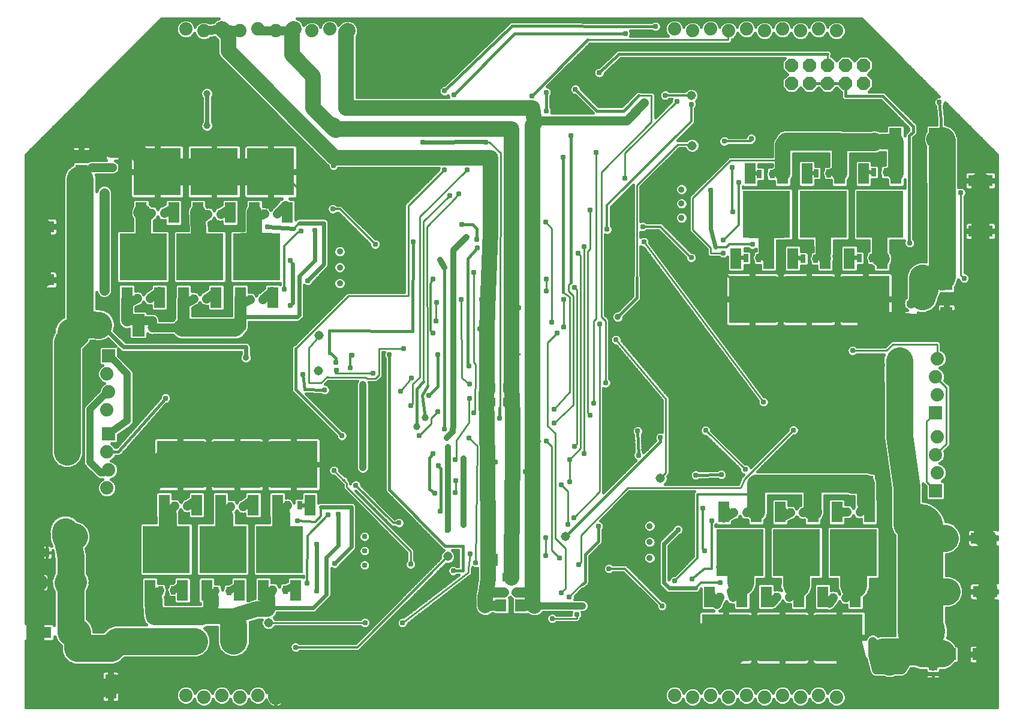
<source format=gbl>
G75*
G70*
%OFA0B0*%
%FSLAX24Y24*%
%IPPOS*%
%LPD*%
%AMOC8*
5,1,8,0,0,1.08239X$1,22.5*
%
%ADD10R,0.2638X0.2638*%
%ADD11R,0.0630X0.1181*%
%ADD12C,0.0740*%
%ADD13R,0.0315X0.0472*%
%ADD14R,0.0709X0.1260*%
%ADD15R,0.0472X0.0315*%
%ADD16R,0.1378X0.0630*%
%ADD17R,0.0669X0.0709*%
%ADD18R,0.0709X0.0669*%
%ADD19OC8,0.0740*%
%ADD20R,0.0740X0.0740*%
%ADD21C,0.0515*%
%ADD22R,0.0630X0.1378*%
%ADD23R,0.0630X0.0709*%
%ADD24C,0.0400*%
%ADD25C,0.0860*%
%ADD26C,0.0310*%
%ADD27C,0.0100*%
%ADD28C,0.0160*%
%ADD29C,0.0360*%
%ADD30C,0.0500*%
%ADD31C,0.0560*%
%ADD32C,0.0396*%
%ADD33C,0.0240*%
%ADD34C,0.1000*%
%ADD35C,0.0240*%
%ADD36C,0.1500*%
%ADD37C,0.0120*%
%ADD38C,0.2540*%
%ADD39C,0.0660*%
%ADD40C,0.0320*%
%ADD41C,0.0760*%
%ADD42C,0.0700*%
D10*
X047199Y009511D03*
X050349Y009511D03*
X053499Y009511D03*
X054286Y014235D03*
X051136Y014235D03*
X047987Y014235D03*
X049070Y025771D03*
X052219Y025771D03*
X045920Y025771D03*
X046707Y030495D03*
X049857Y030495D03*
X053007Y030495D03*
X079778Y023408D03*
X082928Y023408D03*
X086077Y023408D03*
X086865Y028133D03*
X083715Y028133D03*
X080566Y028133D03*
X079089Y009334D03*
X082239Y009334D03*
X085388Y009334D03*
X084601Y004609D03*
X081451Y004609D03*
X078302Y004609D03*
D11*
X079207Y006873D03*
X080546Y006873D03*
X082357Y006873D03*
X083696Y006873D03*
X085507Y006873D03*
X077396Y006873D03*
X078184Y011597D03*
X079995Y011597D03*
X081333Y011597D03*
X083144Y011597D03*
X084483Y011597D03*
X086294Y011597D03*
X055192Y011971D03*
X053381Y011971D03*
X052042Y011971D03*
X050231Y011971D03*
X048892Y011971D03*
X047081Y011971D03*
X046294Y007247D03*
X048105Y007247D03*
X049444Y007247D03*
X051255Y007247D03*
X052593Y007247D03*
X054404Y007247D03*
X053125Y023507D03*
X051314Y023507D03*
X049975Y023507D03*
X048164Y023507D03*
X046825Y023507D03*
X045014Y023507D03*
X045802Y028231D03*
X047613Y028231D03*
X048951Y028231D03*
X050762Y028231D03*
X052101Y028231D03*
X053912Y028231D03*
X078873Y025672D03*
X080684Y025672D03*
X082022Y025672D03*
X083833Y025672D03*
X085172Y025672D03*
X086983Y025672D03*
X087770Y030397D03*
X085959Y030397D03*
X084621Y030397D03*
X082810Y030397D03*
X081471Y030397D03*
X079660Y030397D03*
D12*
X080448Y038319D03*
X081448Y038419D03*
X082448Y038319D03*
X083448Y038419D03*
X084448Y038319D03*
X079448Y038419D03*
X078448Y038319D03*
X077448Y038419D03*
X076448Y038319D03*
X075448Y038419D03*
X057282Y038319D03*
X056282Y038419D03*
X055282Y038319D03*
X054282Y038419D03*
X053282Y038319D03*
X052282Y038419D03*
X051282Y038319D03*
X050282Y038419D03*
X049282Y038319D03*
X048282Y038419D03*
X090064Y020109D03*
X089964Y019109D03*
X090064Y018109D03*
X090064Y015778D03*
X089964Y014778D03*
X090064Y013778D03*
X084448Y001311D03*
X083448Y001411D03*
X082448Y001311D03*
X081448Y001411D03*
X080448Y001311D03*
X079448Y001411D03*
X078448Y001311D03*
X077448Y001411D03*
X076448Y001311D03*
X075448Y001411D03*
X057282Y001311D03*
X056282Y001411D03*
X055282Y001311D03*
X054282Y001411D03*
X053282Y001311D03*
X052282Y001411D03*
X051282Y001311D03*
X050282Y001411D03*
X049282Y001311D03*
X048282Y001411D03*
X043901Y012928D03*
X044001Y013928D03*
X043901Y014928D03*
X043901Y017259D03*
X044001Y018259D03*
X043901Y019259D03*
D13*
X051845Y023408D03*
X052554Y023408D03*
X049424Y023448D03*
X048715Y023448D03*
X046294Y023467D03*
X045585Y023467D03*
X046373Y028192D03*
X047081Y028192D03*
X049503Y028133D03*
X050211Y028133D03*
X052652Y028152D03*
X053361Y028152D03*
X065349Y018487D03*
X066058Y018487D03*
X066058Y017700D03*
X065349Y017700D03*
X054621Y011971D03*
X053912Y011971D03*
X051471Y011893D03*
X050762Y011893D03*
X048361Y011932D03*
X047652Y011932D03*
X041255Y009334D03*
X040546Y009334D03*
X046885Y007247D03*
X047593Y007247D03*
X049975Y007208D03*
X050684Y007208D03*
X053105Y007267D03*
X053814Y007267D03*
X065329Y007975D03*
X066038Y007975D03*
X065959Y007149D03*
X066668Y007149D03*
X077967Y006853D03*
X078676Y006853D03*
X081117Y006873D03*
X081825Y006873D03*
X084266Y006834D03*
X084975Y006834D03*
X085034Y011597D03*
X085743Y011597D03*
X082593Y011558D03*
X081885Y011558D03*
X079444Y011578D03*
X078735Y011578D03*
X079424Y025711D03*
X080133Y025711D03*
X082593Y025672D03*
X083302Y025672D03*
X085723Y025711D03*
X086432Y025711D03*
X086510Y030475D03*
X087219Y030475D03*
X084030Y030416D03*
X083322Y030416D03*
X080881Y030377D03*
X080172Y030377D03*
D14*
X087731Y032316D03*
X089936Y032316D03*
X045644Y021981D03*
X043440Y021981D03*
X048755Y004412D03*
X050959Y004412D03*
X086156Y012975D03*
X088361Y012975D03*
D15*
X088587Y022463D03*
X088587Y023172D03*
X044198Y030731D03*
X044198Y031440D03*
X089818Y002946D03*
X089818Y002237D03*
D16*
X090585Y007168D03*
X092711Y007168D03*
X092603Y010141D03*
X090477Y010141D03*
X090329Y027198D03*
X092455Y027198D03*
X092455Y030003D03*
X090329Y030003D03*
X042406Y027444D03*
X040280Y027444D03*
X040280Y024491D03*
X042406Y024491D03*
X042259Y004904D03*
X040133Y004904D03*
D17*
X090566Y022641D03*
X090566Y024255D03*
X042485Y030544D03*
X042485Y032158D03*
D18*
X041727Y007680D03*
X040113Y007680D03*
X090743Y003684D03*
X092357Y003684D03*
D19*
X085961Y035408D03*
X084961Y035408D03*
X083961Y035408D03*
X082961Y035408D03*
X081961Y035408D03*
X081961Y036408D03*
X082961Y036408D03*
X083961Y036408D03*
X084961Y036408D03*
X085961Y036408D03*
D20*
X044001Y020259D03*
X044001Y015928D03*
X089964Y017109D03*
X089964Y012778D03*
D21*
X084995Y013271D03*
X085388Y010121D03*
X082239Y009334D03*
X079089Y008546D03*
X069394Y010219D03*
X062849Y009117D03*
X052888Y005436D03*
X046560Y005790D03*
X046392Y008704D03*
X049483Y009609D03*
X052751Y010515D03*
X055654Y019422D03*
X055703Y021410D03*
X046412Y021834D03*
X045133Y025180D03*
X048282Y025967D03*
X051432Y026755D03*
X076432Y031942D03*
X076383Y034727D03*
X086570Y032168D03*
X087733Y028723D03*
X084583Y027936D03*
X081483Y027149D03*
X074660Y013467D03*
D22*
X044109Y004019D03*
X044109Y001893D03*
D23*
X065802Y006400D03*
X066904Y006400D03*
X066432Y008920D03*
X065329Y008920D03*
D24*
X067672Y006381D02*
X070329Y006381D01*
X077396Y006873D02*
X077613Y006873D01*
X078184Y011204D02*
X078282Y011302D01*
X078184Y011204D02*
X078184Y011547D01*
X081333Y011547D02*
X081550Y011597D01*
X081392Y011302D01*
X058125Y014058D02*
X058125Y018664D01*
X051412Y023408D02*
X051314Y023507D01*
X048164Y023507D02*
X048164Y023408D01*
X045014Y023408D02*
X045014Y023507D01*
X044001Y020259D02*
X044247Y020062D01*
X045034Y019274D01*
X045034Y016665D01*
X044001Y015928D01*
X042967Y017306D02*
X042967Y014353D01*
X043558Y013763D01*
X043738Y013763D01*
X044001Y013928D01*
X042967Y017306D02*
X043723Y018062D01*
X044001Y018259D01*
X046294Y007247D02*
X046392Y007149D01*
X046885Y007247D01*
X046688Y006873D01*
X046491Y006715D01*
X047593Y007247D02*
X048046Y007523D01*
X048105Y007247D01*
X049444Y007247D02*
X049542Y007149D01*
X049680Y006853D01*
X049975Y007208D01*
X050684Y007208D02*
X051196Y007503D01*
X051255Y007247D01*
X052593Y007247D02*
X052692Y007149D01*
X052810Y006814D01*
X053814Y007267D02*
X054345Y007542D01*
X054404Y007247D01*
X080133Y025711D02*
X080566Y025928D01*
X080585Y025771D01*
X080684Y025672D01*
X083302Y025672D02*
X083735Y025987D01*
X086432Y025711D02*
X086904Y025948D01*
X086983Y025672D01*
X087770Y030397D02*
X087731Y030751D01*
X087219Y030475D01*
X084621Y030397D02*
X084601Y030711D01*
X084030Y030416D01*
X081471Y030397D02*
X081432Y030692D01*
X080881Y030377D01*
D25*
X081471Y030397D02*
X081471Y031125D01*
X081471Y031991D01*
X081648Y032168D01*
X084601Y032168D02*
X084621Y032149D01*
X084621Y030397D01*
X086993Y032168D02*
X087751Y032168D01*
X087751Y030416D01*
X087770Y030397D01*
X086865Y028133D02*
X086865Y025672D01*
X086983Y025672D01*
X083735Y025987D02*
X083715Y027936D01*
X083715Y028133D01*
X080566Y028133D02*
X080566Y027739D01*
X080566Y027149D01*
X080566Y025928D01*
X067573Y025062D02*
X067573Y015534D01*
X067573Y013841D01*
X067573Y007188D01*
X067573Y006479D01*
X067672Y006381D01*
X066392Y007936D02*
X066392Y007975D01*
X066392Y008881D01*
X066471Y014826D01*
X066471Y016991D01*
X066392Y018586D01*
X066392Y019668D01*
X066392Y020357D01*
X066392Y022818D01*
X066392Y023881D01*
X066392Y030889D01*
X066392Y032857D01*
X056631Y032857D01*
X056437Y033038D02*
X056369Y033038D01*
X055369Y034038D01*
X055369Y035810D01*
X054188Y036991D01*
X054188Y038324D01*
X054282Y038419D01*
X057190Y038227D02*
X057282Y038319D01*
X057190Y038227D02*
X057190Y034038D01*
X067573Y034038D01*
X067672Y033349D01*
X067672Y033152D01*
X067573Y033054D01*
X067573Y025062D01*
X065211Y027149D02*
X065065Y022902D01*
X065021Y021642D01*
X065014Y021440D01*
X065014Y020062D01*
X065014Y018389D01*
X065014Y018290D01*
X064977Y018152D01*
X065066Y014325D01*
X065093Y010141D01*
X065093Y007857D01*
X064985Y007178D01*
X064936Y006873D01*
X064936Y006400D01*
X052810Y006204D02*
X052810Y006814D01*
X052810Y006204D02*
X052239Y006204D01*
X050940Y005790D01*
X049660Y005790D01*
X049680Y006853D01*
X049660Y005790D02*
X049168Y005790D01*
X050940Y005790D02*
X050940Y005298D01*
X046510Y005790D02*
X046510Y005987D01*
X053302Y001853D02*
X053302Y001331D01*
X053282Y001311D01*
X089227Y003723D02*
X089227Y004954D01*
X092377Y001755D02*
X092849Y001755D01*
X052219Y025771D02*
X052101Y025771D01*
X052101Y026755D01*
X052101Y027956D01*
X052101Y028231D01*
X048951Y028231D02*
X048973Y027826D01*
X049070Y025967D01*
X049070Y025771D02*
X048951Y025771D01*
X045920Y025771D02*
X045920Y027837D01*
X045920Y028231D01*
X045802Y028231D01*
X050644Y037188D02*
X056550Y031282D01*
X064030Y031282D01*
X065211Y031282D01*
X065211Y027149D01*
X050644Y037188D02*
X050644Y038057D01*
X050282Y038419D01*
D26*
X062672Y034983D03*
X063184Y034767D03*
X067514Y034708D03*
X068322Y034904D03*
X068322Y033881D03*
X069936Y035082D03*
X071274Y035987D03*
X073774Y034334D03*
X074936Y034747D03*
X075585Y034412D03*
X076383Y034235D03*
X078218Y032188D03*
X079710Y032335D03*
X081471Y031991D03*
X078646Y030741D03*
X079778Y030456D03*
X079040Y029904D03*
X077465Y029461D03*
X078696Y028280D03*
X078154Y026706D03*
X078164Y025967D03*
X078991Y025771D03*
X079778Y026460D03*
X082140Y025771D03*
X085270Y025771D03*
X088518Y026538D03*
X089227Y024589D03*
X089247Y024078D03*
X089227Y023556D03*
X088735Y023802D03*
X088735Y024294D03*
X086077Y023408D03*
X085487Y022818D03*
X086668Y022818D03*
X085349Y020554D03*
X087455Y019767D03*
X087948Y020013D03*
X087948Y019521D03*
X088440Y019767D03*
X088440Y019274D03*
X087948Y018979D03*
X087455Y019176D03*
X080408Y017700D03*
X082062Y016145D03*
X079385Y013960D03*
X079778Y013172D03*
X078051Y013670D03*
X076629Y013645D03*
X073445Y014747D03*
X074660Y015731D03*
X073400Y016086D03*
X070762Y016952D03*
X070959Y017621D03*
X071629Y018763D03*
X068774Y017286D03*
X068774Y016538D03*
X068322Y015534D03*
X069877Y015239D03*
X070428Y014845D03*
X069621Y014511D03*
X067160Y013841D03*
X065487Y014373D03*
X063715Y014550D03*
X063262Y014511D03*
X062318Y014156D03*
X062042Y014845D03*
X062849Y015200D03*
X062790Y015692D03*
X062672Y016184D03*
X064030Y015711D03*
X065723Y016794D03*
X064306Y017109D03*
X064050Y017916D03*
X064050Y018704D03*
X064030Y019688D03*
X065014Y020062D03*
X066392Y019668D03*
X062298Y020337D03*
X060408Y020672D03*
X059601Y020337D03*
X057534Y020298D03*
X056629Y019904D03*
X057416Y019584D03*
X056668Y019452D03*
X055999Y018369D03*
X054778Y019235D03*
X058125Y018664D03*
X058676Y019294D03*
X060211Y018290D03*
X060841Y019038D03*
X061786Y018054D03*
X060782Y017483D03*
X062298Y017168D03*
X061255Y015830D03*
X058125Y014058D03*
X056510Y013900D03*
X057731Y013074D03*
X055172Y011774D03*
X056196Y011420D03*
X056766Y011479D03*
X058223Y010219D03*
X058223Y009432D03*
X058223Y008645D03*
X056550Y008723D03*
X055034Y007621D03*
X055546Y007188D03*
X054385Y007149D03*
X051235Y007149D03*
X049168Y005790D03*
X048085Y004904D03*
X047593Y004412D03*
X047199Y004904D03*
X046707Y004412D03*
X046215Y004019D03*
X045723Y004412D03*
X046215Y004904D03*
X047199Y003920D03*
X048085Y003920D03*
X054385Y004078D03*
X058243Y005436D03*
X060329Y005436D03*
X063440Y004757D03*
X064030Y005101D03*
X066294Y005101D03*
X067180Y004806D03*
X068656Y005672D03*
X067672Y006381D03*
X069148Y007109D03*
X069601Y006873D03*
X070329Y006381D03*
X070014Y005889D03*
X074759Y006381D03*
X075448Y007759D03*
X076432Y007857D03*
X078007Y007660D03*
X077396Y006873D03*
X080546Y006873D03*
X083696Y006873D03*
X086471Y004314D03*
X087160Y004314D03*
X087160Y003625D03*
X086471Y003625D03*
X086668Y003034D03*
X087357Y003034D03*
X087849Y003526D03*
X087849Y004215D03*
X077121Y009432D03*
X075644Y010613D03*
X077514Y011105D03*
X078184Y011547D03*
X077022Y011794D03*
X081333Y011547D03*
X084483Y011597D03*
X087967Y015780D03*
X077180Y016125D03*
X069640Y013271D03*
X069168Y013093D03*
X069857Y011282D03*
X069522Y010908D03*
X068302Y010160D03*
X068302Y009176D03*
X069070Y009038D03*
X070113Y008664D03*
X071806Y008448D03*
X071215Y010810D03*
X071904Y011302D03*
X065093Y010141D03*
X064089Y009274D03*
X064404Y008782D03*
X063144Y008330D03*
X060782Y008684D03*
X060388Y008271D03*
X064936Y006873D03*
X062810Y010554D03*
X063715Y010869D03*
X062436Y011617D03*
X062140Y012641D03*
X063262Y012680D03*
X063302Y013349D03*
X066156Y015534D03*
X056963Y015830D03*
X054975Y014944D03*
X054286Y014255D03*
X053499Y014944D03*
X048774Y014944D03*
X047199Y014944D03*
X042081Y014845D03*
X041688Y015337D03*
X041294Y014845D03*
X041294Y015830D03*
X042081Y015830D03*
X041688Y016322D03*
X047160Y017916D03*
X051038Y021834D03*
X054089Y023064D03*
X053105Y023507D03*
X053745Y023950D03*
X055073Y024442D03*
X054089Y025574D03*
X054680Y027198D03*
X055467Y027247D03*
X053794Y028133D03*
X052810Y027444D03*
X050644Y028133D03*
X047495Y028133D03*
X043755Y029314D03*
X046707Y030495D03*
X045920Y031282D03*
X047495Y031282D03*
X052219Y031282D03*
X053007Y030495D03*
X053794Y031282D03*
X056491Y030849D03*
X056591Y032894D03*
X061471Y032129D03*
X064030Y031282D03*
X063912Y030613D03*
X062652Y030613D03*
X064955Y032129D03*
X066570Y030928D03*
X069247Y031302D03*
X071097Y031578D03*
X069699Y032503D03*
X072692Y030141D03*
X073823Y029757D03*
X070762Y028369D03*
X071707Y027286D03*
X070428Y026341D03*
X070093Y025967D03*
X067593Y024983D03*
X068341Y024530D03*
X068341Y023861D03*
X069306Y023389D03*
X069896Y024058D03*
X066806Y022936D03*
X068636Y022149D03*
X068932Y021519D03*
X069306Y021853D03*
X071294Y022030D03*
X072199Y021164D03*
X066196Y023841D03*
X064739Y023408D03*
X063597Y023408D03*
X062219Y023231D03*
X062199Y022208D03*
X062022Y021519D03*
X064640Y021774D03*
X059207Y023900D03*
X062022Y024530D03*
X062416Y025613D03*
X060930Y026607D03*
X058814Y026460D03*
X056451Y028428D03*
X062948Y029176D03*
X063459Y029255D03*
X063617Y027582D03*
X063892Y026873D03*
X064463Y026735D03*
X064503Y026263D03*
X064286Y024885D03*
X068302Y027700D03*
X073676Y027444D03*
X073755Y026597D03*
X076383Y025721D03*
X079778Y023408D03*
X079188Y022818D03*
X080369Y022818D03*
X091550Y024570D03*
X091373Y029334D03*
X086077Y030495D03*
X082948Y030456D03*
X090172Y034353D03*
X074404Y038566D03*
X072711Y038152D03*
X043755Y023900D03*
X046707Y023408D03*
X049857Y023467D03*
X048892Y011971D03*
X052022Y011774D03*
X054503Y011086D03*
X054385Y010495D03*
X053499Y010495D03*
X055546Y009806D03*
X051235Y009609D03*
X050349Y009609D03*
X048085Y008723D03*
X047199Y008723D03*
X048085Y007050D03*
X041885Y009826D03*
X041589Y010219D03*
X041885Y010613D03*
X041589Y011007D03*
X041196Y010613D03*
X042377Y010219D03*
X060133Y010987D03*
D27*
X062436Y011617D02*
X062475Y011696D01*
X063262Y012680D02*
X063302Y012719D01*
X063302Y013349D01*
X063262Y014511D02*
X063341Y014629D01*
X063341Y015554D01*
X064010Y016578D01*
X064010Y017877D01*
X064050Y017916D01*
X064050Y018704D02*
X063636Y019038D01*
X063597Y023408D01*
X064739Y023408D02*
X065065Y022902D01*
X066392Y022818D02*
X066806Y022936D01*
X068636Y022149D02*
X068636Y027326D01*
X068302Y027700D01*
X070428Y026341D02*
X070428Y014845D01*
X070231Y015121D02*
X069621Y014511D01*
X069640Y014471D01*
X069640Y013271D01*
X069168Y013093D02*
X069522Y012739D01*
X069522Y010908D01*
X069857Y011282D02*
X071294Y012719D01*
X071294Y022030D01*
X071097Y022345D02*
X070959Y022208D01*
X070959Y017621D01*
X070625Y017089D02*
X070625Y026066D01*
X070762Y026204D01*
X070762Y028369D01*
X073361Y029747D02*
X075625Y032011D01*
X076432Y032011D01*
X076432Y031942D01*
X078558Y031125D02*
X081471Y031125D01*
X078558Y031125D02*
X076471Y029038D01*
X076471Y027267D01*
X077455Y026282D01*
X077455Y025967D01*
X078164Y025967D01*
X073755Y026597D02*
X080408Y017700D01*
X082062Y016145D02*
X079345Y013428D01*
X079109Y012936D01*
X072849Y012936D01*
X070251Y010298D01*
X070251Y008802D01*
X070113Y008664D01*
X069070Y009038D02*
X068636Y009471D01*
X068636Y015219D01*
X068322Y015534D01*
X067987Y015534D02*
X067573Y015534D01*
X066471Y014826D02*
X066156Y015534D01*
X064483Y015259D02*
X064404Y008782D01*
X063991Y008428D02*
X063991Y008231D01*
X060329Y005436D01*
X058243Y005436D02*
X052888Y005436D01*
X050959Y004412D02*
X050940Y004432D01*
X046560Y005790D02*
X046510Y005790D01*
X042377Y010219D02*
X041684Y010071D01*
X043901Y014928D02*
X043912Y014944D01*
X053499Y014944D02*
X054286Y014235D01*
X054975Y014944D01*
X056510Y013900D02*
X057072Y013339D01*
X057101Y013369D01*
X057101Y013389D01*
X057072Y013339D02*
X057219Y013192D01*
X057219Y012975D01*
X060782Y009412D01*
X060782Y008684D01*
X063991Y008428D02*
X064089Y009274D01*
X062810Y010554D02*
X062849Y010593D01*
X068302Y010160D02*
X068302Y009176D01*
X068833Y010141D02*
X069404Y009570D01*
X069404Y007365D01*
X069148Y007109D01*
X069601Y006893D02*
X069601Y006873D01*
X069601Y006893D02*
X070251Y007542D01*
X070329Y007562D01*
X070014Y005889D02*
X070014Y005672D01*
X068656Y005672D01*
X068833Y010141D02*
X068833Y015967D01*
X068400Y016361D01*
X068400Y020987D01*
X068932Y021519D01*
X069306Y021853D02*
X069306Y023389D01*
X069640Y023526D02*
X069640Y018271D01*
X068774Y017286D01*
X068774Y016538D02*
X069837Y017523D01*
X069837Y023586D01*
X069562Y023861D01*
X069562Y024196D01*
X069699Y024334D01*
X069896Y024058D02*
X070034Y023920D01*
X070034Y015397D01*
X069877Y015239D01*
X070231Y015121D02*
X070231Y025830D01*
X070093Y025967D01*
X067573Y025062D02*
X067593Y024983D01*
X068341Y024530D02*
X068341Y023861D01*
X069247Y023802D02*
X069640Y023526D01*
X071097Y022345D02*
X071097Y031578D01*
X072692Y031519D02*
X072692Y030141D01*
X073361Y029747D02*
X073361Y024629D01*
X071392Y022444D02*
X071629Y022208D01*
X071629Y018763D01*
X070625Y017089D02*
X070762Y016952D01*
X074975Y017877D02*
X074975Y013782D01*
X074660Y013467D01*
X078184Y011597D02*
X078184Y011547D01*
X081333Y011597D02*
X081333Y011547D01*
X084660Y013172D02*
X084995Y013271D01*
X089463Y013271D02*
X089463Y016617D01*
X089955Y017109D01*
X089964Y017109D01*
X090566Y018507D02*
X089975Y019097D01*
X089964Y019109D01*
X090566Y018507D02*
X090566Y015377D01*
X089975Y014786D01*
X089964Y014778D01*
X089463Y013271D02*
X089955Y012778D01*
X089964Y012778D01*
X079385Y013960D02*
X077180Y016125D01*
X074975Y017877D02*
X072199Y021164D01*
X071392Y022444D02*
X071392Y030475D01*
X074168Y033251D01*
X074168Y034727D01*
X073459Y034727D01*
X075585Y034412D02*
X072692Y031519D01*
X066570Y030928D02*
X066392Y030889D01*
X065782Y031519D02*
X065172Y032129D01*
X064955Y032129D01*
X065782Y031519D02*
X065782Y026893D01*
X065762Y026873D01*
X065762Y017404D01*
X065723Y017286D01*
X064345Y017070D02*
X064306Y017109D01*
X064345Y017070D02*
X064385Y019806D01*
X064286Y019904D01*
X064286Y024885D01*
X066196Y023841D02*
X066392Y023881D01*
X062219Y023231D02*
X062199Y023015D01*
X062199Y022208D01*
X060408Y020672D02*
X059010Y020672D01*
X059010Y019196D01*
X058814Y018999D01*
X058381Y018999D01*
X058262Y019078D01*
X056196Y019078D01*
X056156Y019097D01*
X055782Y018763D01*
X055113Y018763D01*
X055113Y020692D01*
X055703Y021361D01*
X055703Y021410D01*
X054404Y020672D02*
X057337Y023605D01*
X060644Y023605D01*
X060644Y028605D01*
X062652Y030613D01*
X063912Y030613D02*
X061294Y027995D01*
X061294Y019078D01*
X060900Y018684D01*
X060900Y017601D01*
X060782Y017483D01*
X060211Y018290D02*
X060841Y019038D01*
X061491Y018822D02*
X061491Y027719D01*
X062948Y029176D01*
X063302Y029058D02*
X063459Y029255D01*
X063302Y029058D02*
X061688Y027444D01*
X061727Y018605D01*
X062298Y017168D02*
X061924Y016794D01*
X061924Y016499D01*
X061255Y015830D01*
X063046Y015987D02*
X063125Y016046D01*
X064030Y015711D02*
X064483Y015259D01*
X065066Y014325D02*
X065487Y014373D01*
X067160Y013841D02*
X067573Y013841D01*
X058676Y019294D02*
X056589Y019294D01*
X056668Y019452D01*
X063951Y019767D02*
X064030Y019688D01*
X066392Y020357D02*
X066845Y020357D01*
X065021Y021642D02*
X064640Y021774D01*
X053125Y023507D02*
X053105Y023507D01*
X049975Y023507D02*
X049857Y023467D01*
X046825Y023507D02*
X046707Y023408D01*
X045644Y022237D02*
X045644Y021981D01*
X039921Y027803D02*
X039916Y028290D01*
X039916Y030062D01*
X039921Y030549D01*
X046707Y030495D02*
X047495Y031243D01*
X047495Y031282D01*
X047613Y028231D02*
X047495Y028133D01*
X050644Y028133D02*
X050762Y028231D01*
X053794Y028133D02*
X053912Y028231D01*
X056491Y030849D02*
X056550Y031282D01*
X049189Y038230D02*
X049070Y038106D01*
X049188Y038231D02*
X049189Y038230D01*
X049286Y038330D01*
X049282Y038319D02*
X049188Y038231D01*
X070625Y037818D02*
X078440Y037818D01*
X078440Y038310D01*
X078448Y038319D01*
X083951Y037030D02*
X083951Y036420D01*
X083961Y036408D01*
X083971Y035416D02*
X083961Y035408D01*
X083912Y035416D01*
X082967Y035416D02*
X082961Y035408D01*
X084916Y035416D02*
X084961Y035408D01*
X084975Y035397D01*
X087731Y032326D02*
X087751Y032168D01*
X087731Y032316D02*
X087731Y032326D01*
X086993Y032168D02*
X086570Y032168D01*
X091373Y029334D02*
X091373Y024747D01*
X091550Y024570D01*
X088518Y026538D02*
X088499Y026558D01*
X086077Y023408D02*
X086668Y022818D01*
X086077Y023408D02*
X085487Y022818D01*
X087593Y020908D02*
X090054Y020908D01*
X090054Y020121D01*
X090064Y020109D01*
X088440Y019767D02*
X087967Y019767D01*
X087239Y020554D02*
X087593Y020908D01*
X087239Y020554D02*
X085349Y020554D01*
D28*
X039393Y004417D02*
X039393Y000740D01*
X093391Y000740D01*
X093391Y006673D01*
X092789Y006673D01*
X092789Y007091D01*
X092789Y007246D01*
X092634Y007246D01*
X092634Y007663D01*
X091999Y007663D01*
X091953Y007651D01*
X091912Y007627D01*
X091878Y007594D01*
X091855Y007553D01*
X091842Y007507D01*
X091842Y007246D01*
X092634Y007246D01*
X092634Y007091D01*
X091842Y007091D01*
X091842Y006830D01*
X091855Y006784D01*
X091878Y006743D01*
X091912Y006709D01*
X091953Y006685D01*
X091999Y006673D01*
X092634Y006673D01*
X092634Y007091D01*
X092789Y007091D01*
X093391Y007091D01*
X093391Y007246D01*
X092789Y007246D01*
X092789Y007663D01*
X093391Y007663D01*
X093391Y009675D01*
X093361Y009658D01*
X093316Y009646D01*
X092680Y009646D01*
X092680Y010063D01*
X092526Y010063D01*
X092526Y009646D01*
X091890Y009646D01*
X091845Y009658D01*
X091804Y009682D01*
X091770Y009715D01*
X091746Y009756D01*
X091734Y009802D01*
X091734Y010063D01*
X092526Y010063D01*
X092526Y010218D01*
X092526Y010636D01*
X091890Y010636D01*
X091845Y010623D01*
X091804Y010600D01*
X091770Y010566D01*
X091746Y010525D01*
X091734Y010479D01*
X091734Y010218D01*
X092526Y010218D01*
X092680Y010218D01*
X092680Y010636D01*
X093316Y010636D01*
X093361Y010623D01*
X093391Y010606D01*
X093391Y031444D01*
X090487Y034349D01*
X090487Y034291D01*
X090439Y034175D01*
X090430Y034166D01*
X090496Y033457D01*
X090500Y033446D01*
X090500Y033410D01*
X090504Y033373D01*
X090500Y033362D01*
X090500Y033123D01*
X090825Y032989D01*
X091081Y032733D01*
X091220Y032398D01*
X091220Y030231D01*
X091239Y030184D01*
X091239Y029619D01*
X091310Y029649D01*
X091435Y029649D01*
X091551Y029601D01*
X091640Y029512D01*
X091688Y029396D01*
X091688Y029271D01*
X091640Y029155D01*
X091583Y029098D01*
X091583Y024885D01*
X091613Y024885D01*
X091728Y024837D01*
X091817Y024748D01*
X091865Y024632D01*
X091865Y024507D01*
X091817Y024391D01*
X091728Y024303D01*
X091613Y024255D01*
X091487Y024255D01*
X091371Y024303D01*
X091283Y024391D01*
X091239Y024496D01*
X091239Y024483D01*
X091101Y024148D01*
X091060Y024108D01*
X091060Y023834D01*
X090967Y023740D01*
X090252Y023740D01*
X090137Y023464D01*
X090137Y023375D01*
X089998Y023041D01*
X089743Y022785D01*
X089408Y022646D01*
X089046Y022646D01*
X088998Y022666D01*
X089003Y022645D01*
X089003Y022463D01*
X088587Y022463D01*
X088587Y022463D01*
X088587Y022126D01*
X088327Y022126D01*
X088282Y022138D01*
X088241Y022162D01*
X088207Y022195D01*
X088183Y022237D01*
X088171Y022282D01*
X088171Y022463D01*
X088587Y022463D01*
X088587Y022463D01*
X088587Y022126D01*
X088847Y022126D01*
X088893Y022138D01*
X088934Y022162D01*
X088968Y022195D01*
X088991Y022237D01*
X089003Y022282D01*
X089003Y022463D01*
X088587Y022463D01*
X088171Y022463D01*
X088171Y022645D01*
X088183Y022690D01*
X088207Y022731D01*
X088241Y022765D01*
X088282Y022789D01*
X088327Y022801D01*
X088400Y022801D01*
X088327Y022855D01*
X088285Y022855D01*
X088191Y022948D01*
X088191Y023052D01*
X088170Y023189D01*
X088191Y023278D01*
X088191Y023396D01*
X088285Y023490D01*
X088311Y023490D01*
X088317Y023498D01*
X088317Y024770D01*
X088456Y025105D01*
X088712Y025361D01*
X089046Y025499D01*
X089408Y025499D01*
X089419Y025495D01*
X089419Y029794D01*
X089400Y029842D01*
X089400Y031918D01*
X089376Y031942D01*
X089276Y032185D01*
X089276Y032447D01*
X089376Y032690D01*
X089421Y032735D01*
X089421Y033012D01*
X089515Y033106D01*
X090020Y033106D01*
X090020Y033387D01*
X089952Y034128D01*
X089905Y034175D01*
X089857Y034291D01*
X089857Y034416D01*
X087653Y034416D01*
X087495Y034575D02*
X089948Y034575D01*
X089905Y034532D02*
X089993Y034620D01*
X090109Y034668D01*
X090167Y034668D01*
X085845Y038990D01*
X054445Y038990D01*
X054616Y038919D01*
X054782Y038753D01*
X054836Y038623D01*
X054982Y038768D01*
X055177Y038849D01*
X055388Y038849D01*
X055582Y038768D01*
X055731Y038619D01*
X055761Y038547D01*
X055833Y038719D01*
X055982Y038868D01*
X056177Y038949D01*
X056388Y038949D01*
X056582Y038868D01*
X056731Y038719D01*
X056766Y038637D01*
X056948Y038819D01*
X057165Y038909D01*
X057400Y038909D01*
X057616Y038819D01*
X057782Y038653D01*
X057872Y038436D01*
X057872Y038202D01*
X057782Y037985D01*
X057780Y037983D01*
X057780Y034628D01*
X062900Y034628D01*
X062869Y034704D01*
X062869Y034734D01*
X062850Y034716D01*
X062735Y034668D01*
X062609Y034668D01*
X062493Y034716D01*
X062405Y034805D01*
X062357Y034920D01*
X062357Y035046D01*
X062405Y035162D01*
X062493Y035250D01*
X062609Y035298D01*
X062652Y035298D01*
X066244Y038777D01*
X066277Y038809D01*
X066278Y038810D01*
X066279Y038811D01*
X066322Y038828D01*
X066366Y038845D01*
X066367Y038845D01*
X066368Y038846D01*
X066415Y038845D01*
X074200Y038807D01*
X074226Y038833D01*
X074342Y038881D01*
X074467Y038881D01*
X074583Y038833D01*
X074671Y038744D01*
X074719Y038628D01*
X074719Y038503D01*
X074671Y038387D01*
X074583Y038299D01*
X074467Y038251D01*
X074342Y038251D01*
X074226Y038299D01*
X074198Y038327D01*
X072976Y038333D01*
X072978Y038331D01*
X073026Y038215D01*
X073026Y038090D01*
X073001Y038028D01*
X075089Y038028D01*
X074998Y038119D01*
X074918Y038314D01*
X074918Y038524D01*
X074998Y038719D01*
X075147Y038868D01*
X075342Y038949D01*
X075553Y038949D01*
X075748Y038868D01*
X075897Y038719D01*
X075968Y038547D01*
X075998Y038619D01*
X076147Y038768D01*
X076342Y038849D01*
X076553Y038849D01*
X076748Y038768D01*
X076897Y038619D01*
X076927Y038547D01*
X076998Y038719D01*
X077147Y038868D01*
X077342Y038949D01*
X077553Y038949D01*
X077748Y038868D01*
X077897Y038719D01*
X077968Y038547D01*
X077998Y038619D01*
X078147Y038768D01*
X078342Y038849D01*
X078553Y038849D01*
X078748Y038768D01*
X078897Y038619D01*
X078927Y038547D01*
X078998Y038719D01*
X079147Y038868D01*
X079342Y038949D01*
X079553Y038949D01*
X079748Y038868D01*
X079897Y038719D01*
X079968Y038547D01*
X079998Y038619D01*
X080147Y038768D01*
X080342Y038849D01*
X080553Y038849D01*
X080748Y038768D01*
X080897Y038619D01*
X080927Y038547D01*
X080998Y038719D01*
X081147Y038868D01*
X081342Y038949D01*
X081553Y038949D01*
X081748Y038868D01*
X081897Y038719D01*
X081968Y038547D01*
X081998Y038619D01*
X082147Y038768D01*
X082342Y038849D01*
X082553Y038849D01*
X082748Y038768D01*
X082897Y038619D01*
X082927Y038547D01*
X082998Y038719D01*
X083147Y038868D01*
X083342Y038949D01*
X083553Y038949D01*
X083748Y038868D01*
X083897Y038719D01*
X083968Y038547D01*
X083998Y038619D01*
X084147Y038768D01*
X084342Y038849D01*
X084553Y038849D01*
X084748Y038768D01*
X084897Y038619D01*
X084978Y038424D01*
X084978Y038214D01*
X084897Y038019D01*
X084748Y037870D01*
X084553Y037789D01*
X084342Y037789D01*
X084147Y037870D01*
X083998Y038019D01*
X083927Y038191D01*
X083897Y038119D01*
X083748Y037970D01*
X083553Y037889D01*
X083342Y037889D01*
X083147Y037970D01*
X082998Y038119D01*
X082968Y038191D01*
X082897Y038019D01*
X082748Y037870D01*
X082553Y037789D01*
X082342Y037789D01*
X082147Y037870D01*
X081998Y038019D01*
X081927Y038191D01*
X081897Y038119D01*
X081748Y037970D01*
X081553Y037889D01*
X081342Y037889D01*
X081147Y037970D01*
X080998Y038119D01*
X080968Y038191D01*
X080897Y038019D01*
X080748Y037870D01*
X080553Y037789D01*
X080342Y037789D01*
X080147Y037870D01*
X079998Y038019D01*
X079927Y038191D01*
X079897Y038119D01*
X079748Y037970D01*
X079553Y037889D01*
X079342Y037889D01*
X079147Y037970D01*
X078998Y038119D01*
X078968Y038191D01*
X078897Y038019D01*
X078748Y037870D01*
X078650Y037829D01*
X078650Y037731D01*
X078527Y037608D01*
X070754Y037608D01*
X068366Y035219D01*
X068384Y035219D01*
X068500Y035171D01*
X068589Y035083D01*
X068637Y034967D01*
X068637Y034842D01*
X068589Y034726D01*
X068562Y034699D01*
X068562Y034086D01*
X068589Y034059D01*
X068637Y033943D01*
X068637Y033818D01*
X068612Y033759D01*
X070919Y033759D01*
X069911Y034767D01*
X069873Y034767D01*
X069757Y034815D01*
X069669Y034903D01*
X069621Y035019D01*
X069621Y035144D01*
X069669Y035260D01*
X069757Y035349D01*
X069873Y035397D01*
X069998Y035397D01*
X070114Y035349D01*
X070203Y035260D01*
X070251Y035144D01*
X070251Y035106D01*
X071236Y034121D01*
X072513Y034121D01*
X073323Y034931D01*
X073412Y034967D01*
X073507Y034967D01*
X073579Y034937D01*
X074255Y034937D01*
X074378Y034814D01*
X074378Y033502D01*
X075270Y034394D01*
X075270Y034475D01*
X075292Y034527D01*
X075161Y034527D01*
X075114Y034480D01*
X074998Y034432D01*
X074873Y034432D01*
X074757Y034480D01*
X074669Y034568D01*
X074621Y034684D01*
X074621Y034810D01*
X074669Y034925D01*
X074757Y035014D01*
X074873Y035062D01*
X074998Y035062D01*
X075114Y035014D01*
X075161Y034967D01*
X076032Y034967D01*
X076146Y035081D01*
X076300Y035145D01*
X076466Y035145D01*
X076619Y035081D01*
X076736Y034964D01*
X076800Y034810D01*
X076800Y034644D01*
X076736Y034491D01*
X076652Y034407D01*
X076698Y034298D01*
X076698Y034172D01*
X076650Y034057D01*
X076603Y034010D01*
X076603Y033209D01*
X076474Y033080D01*
X075614Y032221D01*
X076120Y032221D01*
X076195Y032296D01*
X076349Y032359D01*
X076515Y032359D01*
X076668Y032296D01*
X076786Y032178D01*
X076849Y032025D01*
X076849Y031859D01*
X076786Y031705D01*
X076668Y031588D01*
X076515Y031524D01*
X076349Y031524D01*
X076195Y031588D01*
X076078Y031705D01*
X076038Y031801D01*
X075712Y031801D01*
X073571Y029660D01*
X073571Y027741D01*
X073613Y027759D01*
X073739Y027759D01*
X073854Y027711D01*
X073901Y027664D01*
X074751Y027664D01*
X076379Y026036D01*
X076445Y026036D01*
X076561Y025988D01*
X076650Y025900D01*
X076698Y025784D01*
X076698Y025659D01*
X076650Y025543D01*
X076561Y025454D01*
X076445Y025406D01*
X076320Y025406D01*
X076204Y025454D01*
X076116Y025543D01*
X076068Y025659D01*
X076068Y025725D01*
X074569Y027224D01*
X073901Y027224D01*
X073854Y027177D01*
X073739Y027129D01*
X073613Y027129D01*
X073571Y027146D01*
X073571Y026859D01*
X073576Y026864D01*
X073692Y026912D01*
X073817Y026912D01*
X073933Y026864D01*
X074022Y026776D01*
X074070Y026660D01*
X074070Y026535D01*
X074067Y026530D01*
X080435Y018015D01*
X080471Y018015D01*
X080587Y017967D01*
X080675Y017878D01*
X080723Y017762D01*
X080723Y017637D01*
X080675Y017521D01*
X080587Y017433D01*
X080471Y017385D01*
X080345Y017385D01*
X080230Y017433D01*
X080141Y017521D01*
X080093Y017637D01*
X080093Y017762D01*
X080095Y017767D01*
X073728Y026282D01*
X073692Y026282D01*
X073576Y026330D01*
X073571Y026336D01*
X073571Y024749D01*
X073601Y024677D01*
X073601Y023439D01*
X073564Y023351D01*
X073497Y023284D01*
X072638Y022425D01*
X072638Y022356D01*
X072586Y022231D01*
X072490Y022136D01*
X072366Y022084D01*
X072230Y022084D01*
X072105Y022136D01*
X072010Y022231D01*
X071958Y022356D01*
X071958Y022492D01*
X072010Y022617D01*
X072105Y022712D01*
X072230Y022764D01*
X072298Y022764D01*
X073121Y023586D01*
X073121Y024677D01*
X073151Y024749D01*
X073151Y029757D01*
X071927Y028534D01*
X071927Y027512D01*
X071974Y027465D01*
X072022Y027349D01*
X072022Y027224D01*
X071974Y027108D01*
X071886Y027019D01*
X071770Y026971D01*
X071645Y026971D01*
X071602Y026989D01*
X071602Y022531D01*
X071716Y022418D01*
X071839Y022295D01*
X071839Y018998D01*
X071896Y018941D01*
X071944Y018825D01*
X071944Y018700D01*
X071896Y018584D01*
X071807Y018496D01*
X071691Y018448D01*
X071566Y018448D01*
X071504Y018473D01*
X071504Y012668D01*
X073301Y014466D01*
X073267Y014480D01*
X073178Y014568D01*
X073130Y014684D01*
X073130Y014810D01*
X073178Y014925D01*
X073198Y014946D01*
X073167Y015873D01*
X073133Y015907D01*
X073085Y016023D01*
X073085Y016148D01*
X073133Y016264D01*
X073222Y016353D01*
X073338Y016401D01*
X073463Y016401D01*
X073579Y016353D01*
X073667Y016264D01*
X073715Y016148D01*
X073715Y016023D01*
X073667Y015907D01*
X073647Y015887D01*
X073678Y014959D01*
X073712Y014925D01*
X073727Y014891D01*
X074392Y015556D01*
X074345Y015669D01*
X074345Y015794D01*
X074393Y015910D01*
X074482Y015998D01*
X074597Y016046D01*
X074723Y016046D01*
X074765Y016029D01*
X074765Y017800D01*
X072191Y020849D01*
X072137Y020849D01*
X072021Y020897D01*
X071932Y020986D01*
X071884Y021102D01*
X071839Y021102D01*
X071884Y021102D02*
X071884Y021227D01*
X071932Y021343D01*
X072021Y021431D01*
X072137Y021479D01*
X072262Y021479D01*
X072378Y021431D01*
X072467Y021343D01*
X072514Y021227D01*
X072514Y021117D01*
X075130Y018019D01*
X075185Y017964D01*
X075185Y017954D01*
X075192Y017946D01*
X075185Y017868D01*
X075185Y013695D01*
X075067Y013577D01*
X075078Y013550D01*
X075078Y013384D01*
X075014Y013231D01*
X074929Y013146D01*
X078977Y013146D01*
X079135Y013476D01*
X079135Y013515D01*
X079171Y013551D01*
X079193Y013597D01*
X079230Y013610D01*
X079281Y013661D01*
X079206Y013692D01*
X079117Y013781D01*
X079070Y013897D01*
X079070Y013975D01*
X077201Y015810D01*
X077117Y015810D01*
X077001Y015858D01*
X076913Y015946D01*
X076865Y016062D01*
X076865Y016188D01*
X076913Y016303D01*
X077001Y016392D01*
X077117Y016440D01*
X077242Y016440D01*
X077358Y016392D01*
X077447Y016303D01*
X077495Y016188D01*
X077495Y016110D01*
X079363Y014275D01*
X079447Y014275D01*
X079563Y014227D01*
X079652Y014138D01*
X079683Y014063D01*
X081747Y016127D01*
X081747Y016207D01*
X081795Y016323D01*
X081883Y016412D01*
X081999Y016460D01*
X082124Y016460D01*
X082240Y016412D01*
X082329Y016323D01*
X082377Y016207D01*
X082377Y016082D01*
X082329Y015966D01*
X082240Y015878D01*
X082124Y015830D01*
X082044Y015830D01*
X080046Y013832D01*
X086209Y013832D01*
X086370Y013765D01*
X086577Y013765D01*
X086670Y013671D01*
X086670Y013465D01*
X086737Y013303D01*
X086737Y012286D01*
X086769Y012254D01*
X086769Y010940D01*
X086675Y010847D01*
X085913Y010847D01*
X085819Y010940D01*
X085819Y011194D01*
X085739Y011179D01*
X085634Y011201D01*
X085519Y011201D01*
X085425Y011295D01*
X085425Y011334D01*
X085391Y011387D01*
X085382Y011365D01*
X085352Y011335D01*
X085352Y011295D01*
X085258Y011201D01*
X085149Y011201D01*
X085116Y011187D01*
X084958Y011187D01*
X084958Y010940D01*
X084864Y010847D01*
X084102Y010847D01*
X084008Y010940D01*
X084008Y012254D01*
X084102Y012348D01*
X084864Y012348D01*
X084958Y012254D01*
X084958Y012007D01*
X085116Y012007D01*
X085149Y011994D01*
X085258Y011994D01*
X085352Y011900D01*
X085352Y011860D01*
X085382Y011830D01*
X085390Y011808D01*
X085425Y011860D01*
X085425Y011900D01*
X085437Y011911D01*
X085417Y011958D01*
X085417Y012465D01*
X085189Y012465D01*
X085075Y012512D01*
X083785Y012512D01*
X083785Y011776D01*
X083804Y011729D01*
X083804Y011466D01*
X083704Y011223D01*
X083619Y011139D01*
X083619Y010940D01*
X083526Y010847D01*
X082763Y010847D01*
X082669Y010940D01*
X082669Y011139D01*
X082656Y011152D01*
X082593Y011140D01*
X082484Y011162D01*
X082369Y011162D01*
X082276Y011255D01*
X082276Y011295D01*
X082242Y011346D01*
X082202Y011298D01*
X082202Y011255D01*
X082108Y011162D01*
X082011Y011162D01*
X081808Y011056D01*
X081808Y010940D01*
X081715Y010847D01*
X080952Y010847D01*
X080858Y010940D01*
X080858Y012254D01*
X080952Y012348D01*
X081715Y012348D01*
X081808Y012254D01*
X081808Y011963D01*
X081930Y011973D01*
X081991Y011954D01*
X082108Y011954D01*
X082202Y011860D01*
X082202Y011827D01*
X082211Y011819D01*
X082239Y011765D01*
X082276Y011821D01*
X082276Y011860D01*
X082369Y011954D01*
X082448Y011954D01*
X082465Y011965D01*
X082465Y012512D01*
X080655Y012512D01*
X080655Y011466D01*
X080554Y011223D01*
X080470Y011139D01*
X080470Y010940D01*
X080376Y010847D01*
X079614Y010847D01*
X079520Y010940D01*
X079520Y011139D01*
X079490Y011169D01*
X079439Y011160D01*
X079335Y011181D01*
X079220Y011181D01*
X079126Y011275D01*
X079126Y011314D01*
X079090Y011369D01*
X079052Y011317D01*
X079052Y011275D01*
X079126Y011275D01*
X079052Y011275D02*
X078959Y011181D01*
X078873Y011181D01*
X078659Y011051D01*
X078659Y010940D01*
X078565Y010847D01*
X078263Y010847D01*
X078255Y010844D01*
X078112Y010844D01*
X078105Y010847D01*
X077802Y010847D01*
X077752Y010897D01*
X077734Y010880D01*
X077734Y010812D01*
X080474Y010812D01*
X080568Y010719D01*
X080568Y007948D01*
X080474Y007855D01*
X080016Y007855D01*
X080023Y007540D01*
X079892Y007202D01*
X079682Y006982D01*
X079682Y006216D01*
X079589Y006122D01*
X078826Y006122D01*
X078732Y006216D01*
X078732Y006442D01*
X078713Y006437D01*
X078551Y006454D01*
X078546Y006457D01*
X078452Y006457D01*
X078358Y006551D01*
X078358Y006594D01*
X078320Y006641D01*
X078285Y006566D01*
X078285Y006551D01*
X078271Y006537D01*
X078165Y006313D01*
X078138Y006247D01*
X078130Y006240D01*
X078126Y006230D01*
X078073Y006182D01*
X078022Y006132D01*
X078013Y006128D01*
X078005Y006121D01*
X077970Y006108D01*
X078222Y006108D01*
X078222Y004689D01*
X078382Y004689D01*
X079801Y004689D01*
X079801Y005952D01*
X079788Y005998D01*
X079765Y006039D01*
X079731Y006072D01*
X079690Y006096D01*
X079644Y006108D01*
X078382Y006108D01*
X078382Y004689D01*
X078382Y004529D01*
X079801Y004529D01*
X079801Y003267D01*
X079788Y003221D01*
X079765Y003180D01*
X079731Y003146D01*
X079690Y003123D01*
X079644Y003110D01*
X078382Y003110D01*
X078382Y004529D01*
X078222Y004529D01*
X078222Y003110D01*
X076959Y003110D01*
X076913Y003123D01*
X076872Y003146D01*
X076839Y003180D01*
X076815Y003221D01*
X076803Y003267D01*
X076803Y004529D01*
X078222Y004529D01*
X078222Y004689D01*
X076803Y004689D01*
X076803Y005952D01*
X076815Y005998D01*
X076839Y006039D01*
X076872Y006072D01*
X076913Y006096D01*
X076959Y006108D01*
X077615Y006108D01*
X077580Y006122D01*
X077015Y006122D01*
X076921Y006216D01*
X076921Y007347D01*
X076909Y007334D01*
X076909Y007309D01*
X076866Y007206D01*
X076787Y007128D01*
X076684Y007085D01*
X075097Y007085D01*
X074994Y007128D01*
X074620Y007502D01*
X074577Y007605D01*
X074577Y009881D01*
X074620Y009984D01*
X074698Y010063D01*
X074698Y010063D01*
X075342Y010707D01*
X075377Y010792D01*
X075466Y010880D01*
X075582Y010928D01*
X075707Y010928D01*
X075823Y010880D01*
X075911Y010792D01*
X075959Y010676D01*
X075959Y010550D01*
X075911Y010435D01*
X075823Y010346D01*
X075738Y010311D01*
X075137Y009710D01*
X075137Y007832D01*
X075180Y007937D01*
X075269Y008026D01*
X075385Y008074D01*
X075451Y008074D01*
X076507Y009129D01*
X076507Y012673D01*
X076560Y012726D01*
X072937Y012726D01*
X071336Y011101D01*
X071394Y011077D01*
X071482Y010988D01*
X071530Y010873D01*
X071530Y010747D01*
X071482Y010631D01*
X071455Y010604D01*
X071455Y009926D01*
X071419Y009837D01*
X070717Y009136D01*
X070717Y007662D01*
X070680Y007574D01*
X070465Y007358D01*
X070377Y007322D01*
X070327Y007322D01*
X069916Y006911D01*
X069916Y006810D01*
X069887Y006741D01*
X070401Y006741D01*
X070533Y006686D01*
X070635Y006585D01*
X070689Y006452D01*
X070689Y006309D01*
X070635Y006177D01*
X070533Y006076D01*
X070401Y006021D01*
X070301Y006021D01*
X070329Y005951D01*
X070329Y005826D01*
X070281Y005710D01*
X070224Y005653D01*
X070224Y005585D01*
X070101Y005462D01*
X069927Y005462D01*
X068892Y005462D01*
X068835Y005405D01*
X068719Y005357D01*
X068594Y005357D01*
X068478Y005405D01*
X068389Y005494D01*
X068341Y005609D01*
X068341Y005735D01*
X068389Y005851D01*
X068478Y005939D01*
X068594Y005987D01*
X068719Y005987D01*
X068835Y005939D01*
X068892Y005882D01*
X069699Y005882D01*
X069699Y005951D01*
X069728Y006021D01*
X068146Y006021D01*
X068006Y005881D01*
X067789Y005791D01*
X067555Y005791D01*
X067338Y005881D01*
X067309Y005910D01*
X067285Y005886D01*
X066523Y005886D01*
X066429Y005980D01*
X066429Y006767D01*
X066423Y006774D01*
X066419Y006775D01*
X066314Y006881D01*
X066265Y006832D01*
X066277Y006821D01*
X066277Y005980D01*
X066183Y005886D01*
X065421Y005886D01*
X065346Y005960D01*
X065330Y005960D01*
X065270Y005900D01*
X065053Y005810D01*
X064818Y005810D01*
X064601Y005900D01*
X064436Y006066D01*
X064346Y006283D01*
X064346Y006804D01*
X064335Y006850D01*
X064346Y006920D01*
X064346Y006990D01*
X064364Y007035D01*
X064397Y007241D01*
X064503Y007904D01*
X064503Y008482D01*
X064467Y008467D01*
X064342Y008467D01*
X064226Y008515D01*
X064214Y008527D01*
X064201Y008416D01*
X064201Y008302D01*
X064211Y008289D01*
X064201Y008217D01*
X064201Y008144D01*
X064190Y008133D01*
X064187Y008117D01*
X064129Y008073D01*
X064078Y008021D01*
X064062Y008021D01*
X060644Y005412D01*
X060644Y005373D01*
X060596Y005257D01*
X060508Y005169D01*
X060392Y005121D01*
X060267Y005121D01*
X060151Y005169D01*
X060062Y005257D01*
X060014Y005373D01*
X060014Y005499D01*
X060062Y005614D01*
X060151Y005703D01*
X060267Y005751D01*
X060392Y005751D01*
X060395Y005750D01*
X063459Y008090D01*
X063350Y008090D01*
X063323Y008063D01*
X063207Y008015D01*
X063082Y008015D01*
X062966Y008063D01*
X062877Y008151D01*
X062829Y008267D01*
X062829Y008392D01*
X062877Y008508D01*
X062966Y008597D01*
X063082Y008645D01*
X063207Y008645D01*
X063323Y008597D01*
X063350Y008570D01*
X063436Y008570D01*
X063436Y009468D01*
X063089Y009468D01*
X063203Y009353D01*
X063267Y009200D01*
X063267Y009034D01*
X063203Y008881D01*
X063086Y008763D01*
X062932Y008700D01*
X062766Y008700D01*
X062750Y008706D01*
X057901Y003858D01*
X054610Y003858D01*
X054563Y003811D01*
X054447Y003763D01*
X054322Y003763D01*
X054206Y003811D01*
X054117Y003899D01*
X054070Y004015D01*
X054070Y004140D01*
X054117Y004256D01*
X054206Y004345D01*
X054322Y004393D01*
X054447Y004393D01*
X054563Y004345D01*
X054610Y004298D01*
X057719Y004298D01*
X062438Y009017D01*
X062432Y009034D01*
X062432Y009200D01*
X062495Y009353D01*
X062613Y009471D01*
X062624Y009476D01*
X062556Y009504D01*
X062496Y009564D01*
X062495Y009564D01*
X062462Y009597D01*
X062429Y009631D01*
X062429Y009631D01*
X059431Y012668D01*
X059398Y012702D01*
X059397Y012702D01*
X059397Y012703D01*
X059379Y012746D01*
X059361Y012790D01*
X059361Y012791D01*
X059361Y012791D01*
X059361Y012838D01*
X059361Y020132D01*
X059334Y020159D01*
X059286Y020275D01*
X059286Y020400D01*
X059312Y020462D01*
X059220Y020462D01*
X059220Y019109D01*
X059024Y018912D01*
X058901Y018789D01*
X058463Y018789D01*
X058485Y018736D01*
X058485Y013986D01*
X058430Y013854D01*
X058329Y013753D01*
X058196Y013698D01*
X058053Y013698D01*
X057921Y013753D01*
X057819Y013854D01*
X057765Y013986D01*
X057765Y018736D01*
X057819Y018868D01*
X056230Y018868D01*
X056205Y018860D01*
X056009Y018684D01*
X056061Y018684D01*
X056177Y018636D01*
X056266Y018547D01*
X056314Y018432D01*
X056314Y018306D01*
X056266Y018191D01*
X056177Y018102D01*
X056061Y018054D01*
X055936Y018054D01*
X055820Y018102D01*
X055786Y018136D01*
X054967Y018166D01*
X056988Y016145D01*
X057026Y016145D01*
X057142Y016097D01*
X057230Y016008D01*
X057278Y015892D01*
X057278Y015767D01*
X057230Y015651D01*
X057142Y015563D01*
X057026Y015515D01*
X056901Y015515D01*
X056785Y015563D01*
X056696Y015651D01*
X056648Y015767D01*
X056648Y015805D01*
X054268Y018185D01*
X054201Y018253D01*
X054164Y018341D01*
X054164Y020720D01*
X054201Y020808D01*
X054268Y020876D01*
X054341Y020906D01*
X057127Y023692D01*
X057250Y023815D01*
X060434Y023815D01*
X060434Y028692D01*
X062337Y030595D01*
X062337Y030676D01*
X062344Y030692D01*
X056767Y030692D01*
X056758Y030671D01*
X056669Y030582D01*
X056553Y030534D01*
X056428Y030534D01*
X056312Y030582D01*
X056224Y030671D01*
X056176Y030787D01*
X056176Y030822D01*
X056050Y030948D01*
X056050Y030948D01*
X050310Y036688D01*
X050144Y036854D01*
X050054Y037071D01*
X050054Y037812D01*
X049898Y037969D01*
X049657Y037944D01*
X049582Y037870D01*
X049388Y037789D01*
X049177Y037789D01*
X048982Y037870D01*
X048833Y038019D01*
X048761Y038191D01*
X048731Y038119D01*
X048582Y037970D01*
X048388Y037889D01*
X048177Y037889D01*
X047982Y037970D01*
X047833Y038119D01*
X047752Y038314D01*
X047752Y038524D01*
X047833Y038719D01*
X047982Y038868D01*
X048177Y038949D01*
X048388Y038949D01*
X048582Y038868D01*
X048731Y038719D01*
X048803Y038547D01*
X048833Y038619D01*
X048982Y038768D01*
X049177Y038849D01*
X049388Y038849D01*
X049582Y038768D01*
X049589Y038762D01*
X049813Y038784D01*
X049948Y038919D01*
X050119Y038990D01*
X046939Y038990D01*
X039393Y031444D01*
X039393Y005392D01*
X039420Y005399D01*
X040055Y005399D01*
X040055Y004982D01*
X040210Y004982D01*
X040210Y005399D01*
X040845Y005399D01*
X040891Y005387D01*
X040932Y005363D01*
X040966Y005330D01*
X040975Y005314D01*
X040975Y007153D01*
X040835Y007426D01*
X040805Y007787D01*
X040917Y008132D01*
X040975Y008200D01*
X040975Y008994D01*
X040937Y009031D01*
X040937Y009215D01*
X040883Y009465D01*
X040883Y009334D01*
X040546Y009334D01*
X040546Y009334D01*
X040546Y009750D01*
X040727Y009750D01*
X040773Y009737D01*
X040814Y009714D01*
X040679Y010038D01*
X040679Y010418D01*
X040662Y010501D01*
X040679Y010598D01*
X040679Y010696D01*
X040712Y010774D01*
X040727Y010857D01*
X040780Y010939D01*
X040818Y011030D01*
X040878Y011090D01*
X040924Y011161D01*
X041004Y011217D01*
X041074Y011286D01*
X041152Y011318D01*
X041222Y011367D01*
X041318Y011387D01*
X041408Y011425D01*
X041493Y011425D01*
X041576Y011442D01*
X041672Y011425D01*
X041770Y011425D01*
X041848Y011392D01*
X041932Y011377D01*
X042014Y011324D01*
X042105Y011286D01*
X042165Y011226D01*
X042236Y011180D01*
X042274Y011125D01*
X042597Y010991D01*
X042853Y010735D01*
X042991Y010400D01*
X042991Y010038D01*
X042853Y009704D01*
X042722Y009573D01*
X042757Y009408D01*
X042795Y009318D01*
X042795Y009233D01*
X042812Y009150D01*
X042795Y009054D01*
X042795Y008202D01*
X042801Y008188D01*
X042863Y008106D01*
X042883Y008029D01*
X042919Y007958D01*
X042928Y007855D01*
X042953Y007755D01*
X042942Y007676D01*
X042948Y007597D01*
X042917Y007499D01*
X042902Y007397D01*
X042862Y007328D01*
X042837Y007253D01*
X042795Y007202D01*
X042795Y005655D01*
X043030Y005420D01*
X043070Y005323D01*
X043108Y005286D01*
X043108Y005233D01*
X043169Y005085D01*
X043169Y004929D01*
X043693Y004929D01*
X043803Y005039D01*
X043908Y005156D01*
X043930Y005166D01*
X043948Y005184D01*
X044093Y005244D01*
X044235Y005312D01*
X044259Y005313D01*
X044282Y005322D01*
X044439Y005322D01*
X044596Y005331D01*
X044620Y005322D01*
X046094Y005322D01*
X046000Y005416D01*
X045900Y005659D01*
X045900Y005736D01*
X045854Y005838D01*
X045834Y006575D01*
X045819Y006590D01*
X045819Y007904D01*
X045913Y007997D01*
X046675Y007997D01*
X046769Y007904D01*
X046769Y007643D01*
X047108Y007643D01*
X047202Y007549D01*
X047202Y007428D01*
X047207Y007422D01*
X047213Y007404D01*
X047223Y007388D01*
X047234Y007336D01*
X047240Y007317D01*
X047260Y007402D01*
X047276Y007423D01*
X047276Y007549D01*
X047369Y007643D01*
X047552Y007643D01*
X047630Y007691D01*
X047630Y007904D01*
X047724Y007997D01*
X048486Y007997D01*
X048580Y007904D01*
X048580Y006590D01*
X048486Y006496D01*
X047724Y006496D01*
X047630Y006590D01*
X047630Y006851D01*
X047369Y006851D01*
X047276Y006944D01*
X047276Y007076D01*
X047248Y007121D01*
X047240Y007177D01*
X047236Y007143D01*
X047227Y007126D01*
X047224Y007107D01*
X047202Y007074D01*
X047202Y006944D01*
X047139Y006882D01*
X047147Y006864D01*
X047158Y006450D01*
X049082Y006450D01*
X049083Y006496D01*
X049062Y006496D01*
X048969Y006590D01*
X048969Y007904D01*
X049062Y007997D01*
X049825Y007997D01*
X049919Y007904D01*
X049919Y007604D01*
X050199Y007604D01*
X050293Y007510D01*
X050293Y007377D01*
X050327Y007311D01*
X050330Y007279D01*
X050355Y007370D01*
X050366Y007385D01*
X050366Y007510D01*
X050460Y007604D01*
X050650Y007604D01*
X050780Y007679D01*
X050780Y007904D01*
X050873Y007997D01*
X051636Y007997D01*
X051730Y007904D01*
X051730Y006661D01*
X052036Y006758D01*
X052118Y006792D01*
X052118Y007904D01*
X052212Y007997D01*
X052974Y007997D01*
X053068Y007904D01*
X053068Y007681D01*
X053078Y007684D01*
X053236Y007663D01*
X053329Y007663D01*
X053422Y007569D01*
X053422Y007526D01*
X053480Y007451D01*
X053487Y007426D01*
X053492Y007444D01*
X053496Y007448D01*
X053496Y007569D01*
X053590Y007663D01*
X053796Y007663D01*
X053929Y007732D01*
X053929Y007904D01*
X054023Y007997D01*
X054785Y007997D01*
X054819Y007964D01*
X054820Y008032D01*
X052114Y008032D01*
X052020Y008126D01*
X052020Y010896D01*
X052114Y010990D01*
X052928Y010990D01*
X052921Y011299D01*
X052906Y011315D01*
X052906Y012628D01*
X052999Y012722D01*
X053762Y012722D01*
X053856Y012628D01*
X053856Y012377D01*
X053935Y012389D01*
X054018Y012368D01*
X054136Y012368D01*
X054230Y012274D01*
X054230Y012240D01*
X054303Y012115D01*
X054303Y012274D01*
X054397Y012368D01*
X054717Y012368D01*
X054717Y012628D01*
X054810Y012722D01*
X055573Y012722D01*
X055667Y012628D01*
X055667Y012108D01*
X055726Y012133D01*
X057550Y012133D01*
X057653Y012091D01*
X057732Y012012D01*
X057775Y011909D01*
X057775Y009612D01*
X057732Y009510D01*
X057653Y009431D01*
X056852Y008629D01*
X056817Y008545D01*
X056728Y008456D01*
X056613Y008408D01*
X056487Y008408D01*
X056377Y008454D01*
X056377Y006955D01*
X056334Y006852D01*
X055606Y006124D01*
X055527Y006045D01*
X055424Y006002D01*
X053365Y006002D01*
X053310Y005869D01*
X053178Y005737D01*
X053242Y005672D01*
X053253Y005646D01*
X058007Y005646D01*
X058064Y005703D01*
X058180Y005751D01*
X058305Y005751D01*
X058421Y005703D01*
X058510Y005614D01*
X058558Y005499D01*
X058558Y005373D01*
X058510Y005257D01*
X058421Y005169D01*
X058305Y005121D01*
X058180Y005121D01*
X058064Y005169D01*
X058007Y005226D01*
X053253Y005226D01*
X053242Y005199D01*
X053125Y005082D01*
X052971Y005018D01*
X052805Y005018D01*
X052652Y005082D01*
X052535Y005199D01*
X052471Y005353D01*
X052471Y005519D01*
X052510Y005614D01*
X052330Y005614D01*
X051850Y005461D01*
X051850Y004251D01*
X051711Y003916D01*
X051455Y003661D01*
X051392Y003634D01*
X051380Y003622D01*
X051363Y003622D01*
X051121Y003522D01*
X050759Y003522D01*
X050424Y003661D01*
X050168Y003916D01*
X050030Y004251D01*
X050030Y005200D01*
X049772Y005200D01*
X049767Y005198D01*
X049655Y005200D01*
X049468Y005200D01*
X049316Y005137D01*
X049526Y004928D01*
X049665Y004593D01*
X049665Y004231D01*
X049526Y003897D01*
X049270Y003641D01*
X048936Y003502D01*
X044880Y003502D01*
X044769Y003392D01*
X044664Y003275D01*
X044642Y003265D01*
X044624Y003247D01*
X044528Y003207D01*
X044490Y003170D01*
X044443Y003170D01*
X044338Y003119D01*
X044313Y003118D01*
X044290Y003109D01*
X044133Y003109D01*
X043976Y003100D01*
X043953Y003109D01*
X042078Y003109D01*
X041743Y003247D01*
X041487Y003503D01*
X041349Y003838D01*
X041349Y004153D01*
X041113Y004389D01*
X041002Y004658D01*
X041002Y004566D01*
X040989Y004520D01*
X040966Y004479D01*
X040932Y004445D01*
X040891Y004422D01*
X040845Y004409D01*
X040210Y004409D01*
X040210Y004827D01*
X040055Y004827D01*
X040055Y004409D01*
X039420Y004409D01*
X039393Y004417D01*
X039393Y004301D02*
X041201Y004301D01*
X041084Y004460D02*
X040946Y004460D01*
X041002Y004618D02*
X041018Y004618D01*
X041349Y004143D02*
X039393Y004143D01*
X039393Y003984D02*
X041349Y003984D01*
X041354Y003826D02*
X039393Y003826D01*
X039393Y003667D02*
X041419Y003667D01*
X041485Y003509D02*
X039393Y003509D01*
X039393Y003350D02*
X041640Y003350D01*
X041877Y003192D02*
X039393Y003192D01*
X039393Y003033D02*
X086196Y003033D01*
X086157Y003192D02*
X086071Y003192D01*
X086064Y003180D02*
X086088Y003221D01*
X086100Y003267D01*
X086100Y003419D01*
X086258Y002787D01*
X086258Y002756D01*
X086278Y002709D01*
X086290Y002659D01*
X086309Y002634D01*
X086320Y002605D01*
X086357Y002569D01*
X086387Y002528D01*
X086414Y002512D01*
X086436Y002490D01*
X086483Y002470D01*
X086527Y002444D01*
X086558Y002439D01*
X086586Y002427D01*
X086638Y002427D01*
X086688Y002420D01*
X086718Y002427D01*
X087087Y002427D01*
X087225Y002370D01*
X087587Y002370D01*
X087725Y002427D01*
X088006Y002427D01*
X088046Y002419D01*
X088087Y002427D01*
X088127Y002427D01*
X088166Y002443D01*
X088206Y002451D01*
X088240Y002474D01*
X088278Y002490D01*
X088307Y002519D01*
X088342Y002542D01*
X088365Y002576D01*
X088394Y002605D01*
X088409Y002643D01*
X088561Y002872D01*
X088590Y002901D01*
X088595Y002912D01*
X088808Y002912D01*
X089046Y002813D01*
X089421Y002813D01*
X089421Y002722D01*
X089515Y002628D01*
X089748Y002628D01*
X089754Y002626D01*
X089881Y002626D01*
X089887Y002628D01*
X090120Y002628D01*
X090214Y002722D01*
X090214Y002813D01*
X090491Y002813D01*
X090825Y002952D01*
X091063Y003189D01*
X091163Y003189D01*
X091257Y003283D01*
X091257Y004085D01*
X091163Y004179D01*
X091106Y004179D01*
X091081Y004239D01*
X090825Y004495D01*
X090609Y004584D01*
X090657Y004765D01*
X090657Y005142D01*
X090560Y005506D01*
X090559Y005507D01*
X090559Y006258D01*
X090766Y006258D01*
X091101Y006397D01*
X091357Y006653D01*
X091397Y006750D01*
X091434Y006787D01*
X091434Y006840D01*
X091495Y006987D01*
X091495Y007349D01*
X091434Y007497D01*
X091434Y007549D01*
X091397Y007587D01*
X091357Y007684D01*
X091101Y007940D01*
X090766Y008078D01*
X090559Y008078D01*
X090559Y009232D01*
X090671Y009233D01*
X091004Y009377D01*
X091256Y009636D01*
X091291Y009724D01*
X091326Y009759D01*
X091326Y009813D01*
X091390Y009973D01*
X091384Y010335D01*
X091326Y010470D01*
X091326Y010522D01*
X091287Y010561D01*
X091241Y010667D01*
X090981Y010920D01*
X090645Y011053D01*
X090531Y011052D01*
X090461Y011313D01*
X090273Y011639D01*
X090007Y011905D01*
X089681Y012093D01*
X089317Y012191D01*
X089271Y012191D01*
X089271Y012859D01*
X089287Y012923D01*
X089271Y013039D01*
X089271Y013156D01*
X089264Y013173D01*
X089376Y013061D01*
X089434Y013002D01*
X089434Y012342D01*
X089528Y012248D01*
X090401Y012248D01*
X090494Y012342D01*
X090494Y013215D01*
X090401Y013308D01*
X090315Y013308D01*
X090365Y013329D01*
X090514Y013478D01*
X090594Y013673D01*
X090594Y013884D01*
X090514Y014079D01*
X090365Y014228D01*
X090192Y014299D01*
X090265Y014329D01*
X090414Y014478D01*
X090494Y014673D01*
X090494Y014884D01*
X090458Y014972D01*
X090653Y015167D01*
X090776Y015290D01*
X090776Y018594D01*
X090457Y018913D01*
X090494Y019004D01*
X090494Y019215D01*
X090414Y019409D01*
X090265Y019558D01*
X090192Y019588D01*
X090365Y019660D01*
X090514Y019809D01*
X090594Y020004D01*
X090594Y020215D01*
X090514Y020409D01*
X090365Y020558D01*
X090264Y020600D01*
X090264Y020995D01*
X090141Y021118D01*
X087506Y021118D01*
X087383Y020995D01*
X087152Y020764D01*
X085585Y020764D01*
X085528Y020821D01*
X085412Y020869D01*
X085286Y020869D01*
X085171Y020821D01*
X085082Y020732D01*
X085034Y020617D01*
X085034Y020491D01*
X085082Y020376D01*
X085171Y020287D01*
X085286Y020239D01*
X085412Y020239D01*
X085528Y020287D01*
X085585Y020344D01*
X087099Y020344D01*
X087040Y020205D01*
X087035Y019843D01*
X087057Y019788D01*
X087057Y019749D01*
X087038Y019702D01*
X087038Y018798D01*
X087057Y018751D01*
X087057Y015896D01*
X087041Y015833D01*
X087057Y015717D01*
X087057Y015599D01*
X087082Y015539D01*
X087451Y012912D01*
X087451Y010727D01*
X087589Y010393D01*
X087699Y010284D01*
X087699Y004765D01*
X087708Y004732D01*
X086881Y004732D01*
X086775Y004688D01*
X086703Y004760D01*
X086553Y004822D01*
X086390Y004822D01*
X086239Y004760D01*
X086124Y004645D01*
X086076Y004529D01*
X084681Y004529D01*
X084681Y003110D01*
X085944Y003110D01*
X085989Y003123D01*
X086030Y003146D01*
X086064Y003180D01*
X086100Y003350D02*
X086117Y003350D01*
X086236Y002875D02*
X039393Y002875D01*
X039393Y002716D02*
X043674Y002716D01*
X043683Y002726D02*
X043650Y002692D01*
X043626Y002651D01*
X043614Y002605D01*
X043614Y001970D01*
X044031Y001970D01*
X044031Y001815D01*
X043614Y001815D01*
X043614Y001180D01*
X043626Y001134D01*
X043650Y001093D01*
X043683Y001060D01*
X043724Y001036D01*
X043770Y001024D01*
X044031Y001024D01*
X044031Y001815D01*
X044186Y001815D01*
X044186Y001024D01*
X044448Y001024D01*
X044493Y001036D01*
X044534Y001060D01*
X044568Y001093D01*
X044592Y001134D01*
X044604Y001180D01*
X044604Y001815D01*
X044186Y001815D01*
X044186Y001970D01*
X044031Y001970D01*
X044031Y002762D01*
X043770Y002762D01*
X043724Y002749D01*
X043683Y002726D01*
X043614Y002558D02*
X039393Y002558D01*
X039393Y002399D02*
X043614Y002399D01*
X043614Y002241D02*
X039393Y002241D01*
X039393Y002082D02*
X043614Y002082D01*
X043614Y001765D02*
X039393Y001765D01*
X039393Y001607D02*
X043614Y001607D01*
X043614Y001448D02*
X039393Y001448D01*
X039393Y001290D02*
X043614Y001290D01*
X043628Y001131D02*
X039393Y001131D01*
X039393Y000973D02*
X047971Y000973D01*
X047982Y000962D02*
X048177Y000881D01*
X048388Y000881D01*
X048582Y000962D01*
X048731Y001111D01*
X048761Y001183D01*
X048833Y001011D01*
X048982Y000862D01*
X049177Y000781D01*
X049388Y000781D01*
X049582Y000862D01*
X049731Y001011D01*
X049803Y001183D01*
X049833Y001111D01*
X049982Y000962D01*
X050177Y000881D01*
X050388Y000881D01*
X050582Y000962D01*
X050731Y001111D01*
X050761Y001183D01*
X050833Y001011D01*
X050982Y000862D01*
X051177Y000781D01*
X051388Y000781D01*
X051582Y000862D01*
X051731Y001011D01*
X051803Y001183D01*
X051833Y001111D01*
X051982Y000962D01*
X052177Y000881D01*
X052388Y000881D01*
X052582Y000962D01*
X052731Y001111D01*
X052752Y001162D01*
X052772Y001100D01*
X052812Y001023D01*
X052863Y000953D01*
X052924Y000892D01*
X052994Y000841D01*
X053071Y000801D01*
X053153Y000775D01*
X053239Y000761D01*
X053262Y000761D01*
X053262Y001291D01*
X053302Y001291D01*
X053302Y000761D01*
X053325Y000761D01*
X053411Y000775D01*
X053493Y000801D01*
X053570Y000841D01*
X053640Y000892D01*
X053702Y000953D01*
X053753Y001023D01*
X053792Y001100D01*
X053804Y001138D01*
X053812Y001123D01*
X053863Y001053D01*
X053924Y000992D01*
X053994Y000941D01*
X054071Y000901D01*
X054153Y000875D01*
X054239Y000861D01*
X054262Y000861D01*
X054262Y001391D01*
X054302Y001391D01*
X054302Y000861D01*
X054325Y000861D01*
X054411Y000875D01*
X054493Y000901D01*
X054570Y000941D01*
X054640Y000992D01*
X054702Y001053D01*
X054753Y001123D01*
X054760Y001138D01*
X054772Y001100D01*
X054812Y001023D01*
X054863Y000953D01*
X054924Y000892D01*
X054994Y000841D01*
X055071Y000801D01*
X055153Y000775D01*
X055239Y000761D01*
X055262Y000761D01*
X055262Y001291D01*
X055302Y001291D01*
X055302Y000761D01*
X055325Y000761D01*
X055411Y000775D01*
X055493Y000801D01*
X055570Y000841D01*
X055640Y000892D01*
X055702Y000953D01*
X055753Y001023D01*
X055792Y001100D01*
X055804Y001138D01*
X055812Y001123D01*
X055863Y001053D01*
X055924Y000992D01*
X055994Y000941D01*
X056071Y000901D01*
X056153Y000875D01*
X056239Y000861D01*
X056262Y000861D01*
X056262Y001391D01*
X056302Y001391D01*
X056302Y000861D01*
X056325Y000861D01*
X056411Y000875D01*
X056493Y000901D01*
X056570Y000941D01*
X056640Y000992D01*
X056702Y001053D01*
X056753Y001123D01*
X056760Y001138D01*
X056772Y001100D01*
X056812Y001023D01*
X056863Y000953D01*
X056924Y000892D01*
X056994Y000841D01*
X057071Y000801D01*
X057153Y000775D01*
X057239Y000761D01*
X057262Y000761D01*
X057262Y001291D01*
X057302Y001291D01*
X057302Y000761D01*
X057325Y000761D01*
X057411Y000775D01*
X057493Y000801D01*
X057570Y000841D01*
X057640Y000892D01*
X057702Y000953D01*
X057753Y001023D01*
X057792Y001100D01*
X057819Y001182D01*
X057832Y001268D01*
X057832Y001291D01*
X057302Y001291D01*
X057302Y001331D01*
X057262Y001331D01*
X057262Y001861D01*
X057239Y001861D01*
X057153Y001848D01*
X057071Y001821D01*
X056994Y001782D01*
X056924Y001731D01*
X056863Y001669D01*
X056812Y001599D01*
X056804Y001584D01*
X056792Y001622D01*
X056753Y001699D01*
X056702Y001769D01*
X056640Y001831D01*
X056570Y001882D01*
X056493Y001921D01*
X056411Y001948D01*
X056325Y001961D01*
X056302Y001961D01*
X056302Y001431D01*
X056262Y001431D01*
X056262Y001961D01*
X056239Y001961D01*
X056153Y001948D01*
X056071Y001921D01*
X055994Y001882D01*
X055924Y001831D01*
X055863Y001769D01*
X055812Y001699D01*
X055772Y001622D01*
X055760Y001584D01*
X055753Y001599D01*
X055702Y001669D01*
X055640Y001731D01*
X055570Y001782D01*
X055493Y001821D01*
X055411Y001848D01*
X055325Y001861D01*
X055302Y001861D01*
X055302Y001331D01*
X055262Y001331D01*
X055262Y001861D01*
X055239Y001861D01*
X055153Y001848D01*
X055071Y001821D01*
X054994Y001782D01*
X054924Y001731D01*
X054863Y001669D01*
X054812Y001599D01*
X054804Y001584D01*
X054792Y001622D01*
X054753Y001699D01*
X054702Y001769D01*
X054640Y001831D01*
X054570Y001882D01*
X054493Y001921D01*
X054411Y001948D01*
X054325Y001961D01*
X054302Y001961D01*
X054302Y001431D01*
X054262Y001431D01*
X054262Y001961D01*
X054239Y001961D01*
X054153Y001948D01*
X054071Y001921D01*
X053994Y001882D01*
X053924Y001831D01*
X053863Y001769D01*
X053812Y001699D01*
X053772Y001622D01*
X053760Y001584D01*
X053753Y001599D01*
X053702Y001669D01*
X053640Y001731D01*
X053570Y001782D01*
X053493Y001821D01*
X053411Y001848D01*
X053325Y001861D01*
X053302Y001861D01*
X053302Y001331D01*
X053262Y001331D01*
X053262Y001861D01*
X053239Y001861D01*
X053153Y001848D01*
X053071Y001821D01*
X052994Y001782D01*
X052924Y001731D01*
X052863Y001669D01*
X052812Y001599D01*
X052793Y001563D01*
X052731Y001711D01*
X052582Y001860D01*
X052388Y001941D01*
X052177Y001941D01*
X051982Y001860D01*
X051833Y001711D01*
X051761Y001539D01*
X051731Y001611D01*
X051582Y001760D01*
X051388Y001841D01*
X051177Y001841D01*
X050982Y001760D01*
X050833Y001611D01*
X050803Y001539D01*
X050731Y001711D01*
X050582Y001860D01*
X050388Y001941D01*
X050177Y001941D01*
X049982Y001860D01*
X049833Y001711D01*
X049761Y001539D01*
X049731Y001611D01*
X049582Y001760D01*
X049388Y001841D01*
X049177Y001841D01*
X048982Y001760D01*
X048833Y001611D01*
X048803Y001539D01*
X048731Y001711D01*
X048582Y001860D01*
X048388Y001941D01*
X048177Y001941D01*
X047982Y001860D01*
X047833Y001711D01*
X047752Y001517D01*
X047752Y001306D01*
X047833Y001111D01*
X047982Y000962D01*
X047825Y001131D02*
X044590Y001131D01*
X044604Y001290D02*
X047759Y001290D01*
X047752Y001448D02*
X044604Y001448D01*
X044604Y001607D02*
X047789Y001607D01*
X047887Y001765D02*
X044604Y001765D01*
X044604Y001970D02*
X044604Y002605D01*
X044592Y002651D01*
X044568Y002692D01*
X044534Y002726D01*
X044493Y002749D01*
X044448Y002762D01*
X044186Y002762D01*
X044186Y001970D01*
X044604Y001970D01*
X044604Y002082D02*
X089401Y002082D01*
X089401Y002056D02*
X089414Y002010D01*
X089437Y001969D01*
X089471Y001936D01*
X089512Y001912D01*
X089558Y001900D01*
X089818Y001900D01*
X090078Y001900D01*
X090123Y001912D01*
X090164Y001936D01*
X090198Y001969D01*
X090222Y002010D01*
X090234Y002056D01*
X090234Y002237D01*
X089818Y002237D01*
X089818Y002237D01*
X090234Y002237D01*
X090234Y002418D01*
X090222Y002464D01*
X090198Y002505D01*
X090164Y002539D01*
X090123Y002562D01*
X090078Y002575D01*
X089818Y002575D01*
X089818Y002237D01*
X089818Y001900D01*
X089818Y002237D01*
X089818Y002237D01*
X089818Y002237D01*
X089818Y002575D01*
X089558Y002575D01*
X089512Y002562D01*
X089471Y002539D01*
X089437Y002505D01*
X089414Y002464D01*
X089401Y002418D01*
X089401Y002237D01*
X089401Y002056D01*
X089492Y001924D02*
X083595Y001924D01*
X083553Y001941D02*
X083342Y001941D01*
X083147Y001860D01*
X082998Y001711D01*
X082927Y001539D01*
X082897Y001611D01*
X082748Y001760D01*
X082553Y001841D01*
X082342Y001841D01*
X082147Y001760D01*
X081998Y001611D01*
X081968Y001539D01*
X081897Y001711D01*
X081748Y001860D01*
X081553Y001941D01*
X081342Y001941D01*
X081147Y001860D01*
X080998Y001711D01*
X080927Y001539D01*
X080897Y001611D01*
X080748Y001760D01*
X080553Y001841D01*
X080342Y001841D01*
X080147Y001760D01*
X079998Y001611D01*
X079968Y001539D01*
X079897Y001711D01*
X079748Y001860D01*
X079553Y001941D01*
X079342Y001941D01*
X079147Y001860D01*
X078998Y001711D01*
X078927Y001539D01*
X078897Y001611D01*
X078748Y001760D01*
X078553Y001841D01*
X078342Y001841D01*
X078147Y001760D01*
X077998Y001611D01*
X077968Y001539D01*
X077897Y001711D01*
X077748Y001860D01*
X077553Y001941D01*
X077342Y001941D01*
X077147Y001860D01*
X076998Y001711D01*
X076927Y001539D01*
X076897Y001611D01*
X076748Y001760D01*
X076553Y001841D01*
X076342Y001841D01*
X076147Y001760D01*
X075998Y001611D01*
X075968Y001539D01*
X075897Y001711D01*
X075748Y001860D01*
X075553Y001941D01*
X075342Y001941D01*
X075147Y001860D01*
X074998Y001711D01*
X074918Y001517D01*
X074918Y001306D01*
X074998Y001111D01*
X075147Y000962D01*
X075342Y000881D01*
X075553Y000881D01*
X075748Y000962D01*
X075897Y001111D01*
X075927Y001183D01*
X075998Y001011D01*
X076147Y000862D01*
X076342Y000781D01*
X076553Y000781D01*
X076748Y000862D01*
X076897Y001011D01*
X076968Y001183D01*
X076998Y001111D01*
X077147Y000962D01*
X077342Y000881D01*
X077553Y000881D01*
X077748Y000962D01*
X077897Y001111D01*
X077927Y001183D01*
X077998Y001011D01*
X078147Y000862D01*
X078342Y000781D01*
X078553Y000781D01*
X078748Y000862D01*
X078897Y001011D01*
X078968Y001183D01*
X078998Y001111D01*
X079147Y000962D01*
X079342Y000881D01*
X079553Y000881D01*
X079748Y000962D01*
X079897Y001111D01*
X079927Y001183D01*
X079998Y001011D01*
X080147Y000862D01*
X080342Y000781D01*
X080553Y000781D01*
X080748Y000862D01*
X080897Y001011D01*
X080968Y001183D01*
X080998Y001111D01*
X081147Y000962D01*
X081342Y000881D01*
X081553Y000881D01*
X081748Y000962D01*
X081897Y001111D01*
X081927Y001183D01*
X081998Y001011D01*
X082147Y000862D01*
X082342Y000781D01*
X082553Y000781D01*
X082748Y000862D01*
X082897Y001011D01*
X082968Y001183D01*
X082998Y001111D01*
X083147Y000962D01*
X083342Y000881D01*
X083553Y000881D01*
X083748Y000962D01*
X083897Y001111D01*
X083927Y001183D01*
X083998Y001011D01*
X084147Y000862D01*
X084342Y000781D01*
X084553Y000781D01*
X084748Y000862D01*
X084897Y001011D01*
X084978Y001206D01*
X084978Y001417D01*
X084897Y001611D01*
X084748Y001760D01*
X084553Y001841D01*
X084342Y001841D01*
X084147Y001760D01*
X083998Y001611D01*
X083968Y001539D01*
X083897Y001711D01*
X083748Y001860D01*
X083553Y001941D01*
X083300Y001924D02*
X081595Y001924D01*
X081843Y001765D02*
X082158Y001765D01*
X081996Y001607D02*
X081940Y001607D01*
X081300Y001924D02*
X079595Y001924D01*
X079843Y001765D02*
X080158Y001765D01*
X079996Y001607D02*
X079940Y001607D01*
X079300Y001924D02*
X077595Y001924D01*
X077843Y001765D02*
X078158Y001765D01*
X077996Y001607D02*
X077940Y001607D01*
X077300Y001924D02*
X075595Y001924D01*
X075843Y001765D02*
X076158Y001765D01*
X075996Y001607D02*
X075940Y001607D01*
X075300Y001924D02*
X056485Y001924D01*
X056302Y001924D02*
X056262Y001924D01*
X056262Y001765D02*
X056302Y001765D01*
X056302Y001607D02*
X056262Y001607D01*
X056262Y001448D02*
X056302Y001448D01*
X056302Y001290D02*
X056262Y001290D01*
X056262Y001131D02*
X056302Y001131D01*
X056302Y000973D02*
X056262Y000973D01*
X055950Y000973D02*
X055716Y000973D01*
X055802Y001131D02*
X055808Y001131D01*
X055518Y000814D02*
X057046Y000814D01*
X057262Y000814D02*
X057302Y000814D01*
X057302Y000973D02*
X057262Y000973D01*
X057262Y001131D02*
X057302Y001131D01*
X057302Y001290D02*
X057262Y001290D01*
X057302Y001331D02*
X057302Y001861D01*
X057325Y001861D01*
X057411Y001848D01*
X057493Y001821D01*
X057570Y001782D01*
X057640Y001731D01*
X057702Y001669D01*
X057753Y001599D01*
X057792Y001522D01*
X057819Y001440D01*
X057832Y001354D01*
X057832Y001331D01*
X057302Y001331D01*
X057302Y001448D02*
X057262Y001448D01*
X057262Y001607D02*
X057302Y001607D01*
X057302Y001765D02*
X057262Y001765D01*
X056971Y001765D02*
X056705Y001765D01*
X056797Y001607D02*
X056817Y001607D01*
X057593Y001765D02*
X075052Y001765D01*
X074955Y001607D02*
X057747Y001607D01*
X057816Y001448D02*
X074918Y001448D01*
X074924Y001290D02*
X057832Y001290D01*
X057802Y001131D02*
X074990Y001131D01*
X075137Y000973D02*
X057716Y000973D01*
X057518Y000814D02*
X076263Y000814D01*
X076037Y000973D02*
X075758Y000973D01*
X075905Y001131D02*
X075948Y001131D01*
X076632Y000814D02*
X078263Y000814D01*
X078037Y000973D02*
X077758Y000973D01*
X077905Y001131D02*
X077948Y001131D01*
X078632Y000814D02*
X080263Y000814D01*
X080037Y000973D02*
X079758Y000973D01*
X079905Y001131D02*
X079948Y001131D01*
X080632Y000814D02*
X082263Y000814D01*
X082037Y000973D02*
X081758Y000973D01*
X081905Y001131D02*
X081948Y001131D01*
X082632Y000814D02*
X084263Y000814D01*
X084037Y000973D02*
X083758Y000973D01*
X083905Y001131D02*
X083948Y001131D01*
X084632Y000814D02*
X093391Y000814D01*
X093391Y000973D02*
X084858Y000973D01*
X084947Y001131D02*
X093391Y001131D01*
X093391Y001290D02*
X084978Y001290D01*
X084964Y001448D02*
X093391Y001448D01*
X093391Y001607D02*
X084899Y001607D01*
X084737Y001765D02*
X093391Y001765D01*
X093391Y001924D02*
X090143Y001924D01*
X090234Y002082D02*
X093391Y002082D01*
X093391Y002241D02*
X090234Y002241D01*
X090234Y002399D02*
X093391Y002399D01*
X093391Y002558D02*
X090132Y002558D01*
X090208Y002716D02*
X093391Y002716D01*
X093391Y002875D02*
X090638Y002875D01*
X090906Y003033D02*
X093391Y003033D01*
X093391Y003192D02*
X092798Y003192D01*
X092781Y003182D02*
X092822Y003205D01*
X092855Y003239D01*
X092879Y003280D01*
X092891Y003326D01*
X092891Y003604D01*
X092437Y003604D01*
X092437Y003764D01*
X092277Y003764D01*
X092277Y004199D01*
X091979Y004199D01*
X091933Y004186D01*
X091892Y004163D01*
X091859Y004129D01*
X091835Y004088D01*
X091823Y004042D01*
X091823Y003764D01*
X092277Y003764D01*
X092277Y003604D01*
X091823Y003604D01*
X091823Y003326D01*
X091835Y003280D01*
X091859Y003239D01*
X091892Y003205D01*
X091933Y003182D01*
X091979Y003169D01*
X092277Y003169D01*
X092277Y003604D01*
X092437Y003604D01*
X092437Y003169D01*
X092735Y003169D01*
X092781Y003182D01*
X092891Y003350D02*
X093391Y003350D01*
X093391Y003509D02*
X092891Y003509D01*
X092849Y003487D02*
X092652Y003684D01*
X092357Y003684D01*
X092437Y003667D02*
X093391Y003667D01*
X093391Y003826D02*
X092891Y003826D01*
X092891Y003764D02*
X092891Y004042D01*
X092879Y004088D01*
X092855Y004129D01*
X092822Y004163D01*
X092781Y004186D01*
X092735Y004199D01*
X092437Y004199D01*
X092437Y003764D01*
X092891Y003764D01*
X092891Y003984D02*
X093391Y003984D01*
X093391Y004143D02*
X092842Y004143D01*
X092437Y004143D02*
X092277Y004143D01*
X092277Y003984D02*
X092437Y003984D01*
X092437Y003826D02*
X092277Y003826D01*
X092277Y003667D02*
X091257Y003667D01*
X091257Y003509D02*
X091823Y003509D01*
X091823Y003350D02*
X091257Y003350D01*
X091166Y003192D02*
X091916Y003192D01*
X092277Y003192D02*
X092437Y003192D01*
X092437Y003350D02*
X092277Y003350D01*
X092277Y003509D02*
X092437Y003509D01*
X091823Y003826D02*
X091257Y003826D01*
X091257Y003984D02*
X091823Y003984D01*
X091872Y004143D02*
X091199Y004143D01*
X091019Y004301D02*
X093391Y004301D01*
X093391Y004460D02*
X090860Y004460D01*
X090618Y004618D02*
X093391Y004618D01*
X093391Y004777D02*
X090657Y004777D01*
X090657Y004935D02*
X093391Y004935D01*
X093391Y005094D02*
X090657Y005094D01*
X090628Y005252D02*
X093391Y005252D01*
X093391Y005411D02*
X090585Y005411D01*
X090559Y005569D02*
X093391Y005569D01*
X093391Y005728D02*
X090559Y005728D01*
X090559Y005886D02*
X093391Y005886D01*
X093391Y006045D02*
X090559Y006045D01*
X090559Y006203D02*
X093391Y006203D01*
X093391Y006362D02*
X091016Y006362D01*
X091224Y006520D02*
X093391Y006520D01*
X092789Y006679D02*
X092634Y006679D01*
X092634Y006837D02*
X092789Y006837D01*
X092789Y006996D02*
X092634Y006996D01*
X092634Y007154D02*
X091495Y007154D01*
X091495Y006996D02*
X091842Y006996D01*
X091842Y006837D02*
X091434Y006837D01*
X091367Y006679D02*
X091979Y006679D01*
X091842Y007313D02*
X091495Y007313D01*
X091445Y007471D02*
X091842Y007471D01*
X091916Y007630D02*
X091379Y007630D01*
X091252Y007788D02*
X093391Y007788D01*
X093391Y007947D02*
X091084Y007947D01*
X090559Y008105D02*
X093391Y008105D01*
X093391Y008264D02*
X090559Y008264D01*
X090559Y008422D02*
X093391Y008422D01*
X093391Y008581D02*
X090559Y008581D01*
X090559Y008739D02*
X093391Y008739D01*
X093391Y008898D02*
X090559Y008898D01*
X090559Y009056D02*
X093391Y009056D01*
X093391Y009215D02*
X090559Y009215D01*
X090995Y009373D02*
X093391Y009373D01*
X093391Y009532D02*
X091154Y009532D01*
X091277Y009690D02*
X091795Y009690D01*
X091734Y009849D02*
X091340Y009849D01*
X091389Y010007D02*
X091734Y010007D01*
X091734Y010324D02*
X091384Y010324D01*
X091387Y010166D02*
X092526Y010166D01*
X092681Y010166D02*
X093391Y010166D01*
X093391Y010218D02*
X092681Y010218D01*
X092681Y010063D01*
X093391Y010063D01*
X093391Y010218D01*
X093391Y010641D02*
X091252Y010641D01*
X091326Y010483D02*
X091735Y010483D01*
X091105Y010800D02*
X093391Y010800D01*
X093391Y010958D02*
X090884Y010958D01*
X090514Y011117D02*
X093391Y011117D01*
X093391Y011275D02*
X090471Y011275D01*
X090391Y011434D02*
X093391Y011434D01*
X093391Y011592D02*
X090300Y011592D01*
X090161Y011751D02*
X093391Y011751D01*
X093391Y011909D02*
X090000Y011909D01*
X089725Y012068D02*
X093391Y012068D01*
X093391Y012226D02*
X089271Y012226D01*
X089271Y012385D02*
X089434Y012385D01*
X089434Y012543D02*
X089271Y012543D01*
X089271Y012702D02*
X089434Y012702D01*
X089434Y012860D02*
X089271Y012860D01*
X089274Y013019D02*
X089418Y013019D01*
X090371Y013336D02*
X093391Y013336D01*
X093391Y013494D02*
X090520Y013494D01*
X090586Y013653D02*
X093391Y013653D01*
X093391Y013811D02*
X090594Y013811D01*
X090559Y013970D02*
X093391Y013970D01*
X093391Y014128D02*
X090464Y014128D01*
X090223Y014287D02*
X093391Y014287D01*
X093391Y014445D02*
X090381Y014445D01*
X090466Y014604D02*
X093391Y014604D01*
X093391Y014762D02*
X090494Y014762D01*
X090479Y014921D02*
X093391Y014921D01*
X093391Y015079D02*
X090565Y015079D01*
X090723Y015238D02*
X093391Y015238D01*
X093391Y015396D02*
X090776Y015396D01*
X090776Y015555D02*
X093391Y015555D01*
X093391Y015713D02*
X090776Y015713D01*
X090776Y015872D02*
X093391Y015872D01*
X093391Y016030D02*
X090776Y016030D01*
X090776Y016189D02*
X093391Y016189D01*
X093391Y016347D02*
X090776Y016347D01*
X090776Y016506D02*
X093391Y016506D01*
X093391Y016664D02*
X090776Y016664D01*
X090776Y016823D02*
X093391Y016823D01*
X093391Y016981D02*
X090776Y016981D01*
X090776Y017140D02*
X093391Y017140D01*
X093391Y017298D02*
X090776Y017298D01*
X090776Y017457D02*
X093391Y017457D01*
X093391Y017615D02*
X090776Y017615D01*
X090776Y017774D02*
X093391Y017774D01*
X093391Y017932D02*
X090776Y017932D01*
X090776Y018091D02*
X093391Y018091D01*
X093391Y018249D02*
X090776Y018249D01*
X090776Y018408D02*
X093391Y018408D01*
X093391Y018566D02*
X090776Y018566D01*
X090645Y018725D02*
X093391Y018725D01*
X093391Y018883D02*
X090486Y018883D01*
X090494Y019042D02*
X093391Y019042D01*
X093391Y019200D02*
X090494Y019200D01*
X090435Y019359D02*
X093391Y019359D01*
X093391Y019517D02*
X090306Y019517D01*
X090380Y019676D02*
X093391Y019676D01*
X093391Y019834D02*
X090524Y019834D01*
X090590Y019993D02*
X093391Y019993D01*
X093391Y020151D02*
X090594Y020151D01*
X090555Y020310D02*
X093391Y020310D01*
X093391Y020468D02*
X090455Y020468D01*
X090264Y020627D02*
X093391Y020627D01*
X093391Y020785D02*
X090264Y020785D01*
X090264Y020944D02*
X093391Y020944D01*
X093391Y021102D02*
X090157Y021102D01*
X090207Y022106D02*
X090486Y022106D01*
X090486Y022561D01*
X090646Y022561D01*
X090646Y022721D01*
X090486Y022721D01*
X090486Y023175D01*
X090207Y023175D01*
X090161Y023163D01*
X090049Y023163D01*
X090087Y023105D02*
X090063Y023064D01*
X090051Y023019D01*
X090051Y022721D01*
X090486Y022721D01*
X090486Y022561D01*
X090051Y022561D01*
X090051Y022263D01*
X090063Y022217D01*
X090087Y022176D01*
X090120Y022142D01*
X090161Y022119D01*
X090207Y022106D01*
X090066Y022212D02*
X088977Y022212D01*
X089003Y022370D02*
X090051Y022370D01*
X090051Y022529D02*
X089003Y022529D01*
X088587Y022463D02*
X088587Y022463D01*
X088587Y022370D02*
X088587Y022370D01*
X088587Y022212D02*
X088587Y022212D01*
X088198Y022212D02*
X087576Y022212D01*
X087576Y022066D02*
X087576Y023328D01*
X086157Y023328D01*
X086157Y021909D01*
X087420Y021909D01*
X087466Y021922D01*
X087507Y021945D01*
X087540Y021979D01*
X087564Y022020D01*
X087576Y022066D01*
X087573Y022053D02*
X093391Y022053D01*
X093391Y021895D02*
X077534Y021895D01*
X077415Y022053D02*
X078283Y022053D01*
X078279Y022066D02*
X078292Y022020D01*
X078315Y021979D01*
X078349Y021945D01*
X078390Y021922D01*
X078436Y021909D01*
X079698Y021909D01*
X079698Y023328D01*
X079858Y023328D01*
X079858Y021909D01*
X081121Y021909D01*
X081167Y021922D01*
X081208Y021945D01*
X081241Y021979D01*
X081265Y022020D01*
X081277Y022066D01*
X081277Y023328D01*
X079858Y023328D01*
X079858Y023488D01*
X081277Y023488D01*
X081277Y024751D01*
X081265Y024797D01*
X081241Y024838D01*
X081208Y024871D01*
X081167Y024895D01*
X081121Y024907D01*
X079858Y024907D01*
X079858Y023488D01*
X079698Y023488D01*
X079698Y023328D01*
X078279Y023328D01*
X078279Y022066D01*
X078279Y022212D02*
X077296Y022212D01*
X077178Y022370D02*
X078279Y022370D01*
X078279Y022529D02*
X077059Y022529D01*
X076941Y022687D02*
X078279Y022687D01*
X078279Y022846D02*
X076822Y022846D01*
X076704Y023004D02*
X078279Y023004D01*
X078279Y023163D02*
X076585Y023163D01*
X076467Y023321D02*
X078279Y023321D01*
X078279Y023488D02*
X078279Y024751D01*
X078292Y024797D01*
X078315Y024838D01*
X078349Y024871D01*
X078390Y024895D01*
X078436Y024907D01*
X079698Y024907D01*
X079698Y023488D01*
X078279Y023488D01*
X078279Y023638D02*
X076230Y023638D01*
X076348Y023480D02*
X079698Y023480D01*
X079698Y023638D02*
X079858Y023638D01*
X079858Y023480D02*
X082848Y023480D01*
X082848Y023488D02*
X082848Y023328D01*
X083008Y023328D01*
X083008Y021909D01*
X084270Y021909D01*
X084316Y021922D01*
X084357Y021945D01*
X084391Y021979D01*
X084414Y022020D01*
X084427Y022066D01*
X084427Y023328D01*
X083008Y023328D01*
X083008Y023488D01*
X084427Y023488D01*
X084427Y024751D01*
X084414Y024797D01*
X084391Y024838D01*
X084357Y024871D01*
X084316Y024895D01*
X084270Y024907D01*
X083008Y024907D01*
X083008Y023488D01*
X082848Y023488D01*
X081429Y023488D01*
X081429Y024751D01*
X081441Y024797D01*
X081465Y024838D01*
X081498Y024871D01*
X081539Y024895D01*
X081585Y024907D01*
X082848Y024907D01*
X082848Y023488D01*
X082848Y023638D02*
X083008Y023638D01*
X083008Y023480D02*
X085997Y023480D01*
X085997Y023488D02*
X085997Y023328D01*
X084579Y023328D01*
X084579Y022066D01*
X084591Y022020D01*
X084614Y021979D01*
X084648Y021945D01*
X084689Y021922D01*
X084735Y021909D01*
X085997Y021909D01*
X085997Y023328D01*
X086157Y023328D01*
X086157Y023488D01*
X085997Y023488D01*
X084579Y023488D01*
X084579Y024751D01*
X084591Y024797D01*
X084614Y024838D01*
X084648Y024871D01*
X084689Y024895D01*
X084735Y024907D01*
X085997Y024907D01*
X085997Y023488D01*
X085997Y023638D02*
X086157Y023638D01*
X086157Y023488D02*
X086157Y024907D01*
X087420Y024907D01*
X087466Y024895D01*
X087507Y024871D01*
X087540Y024838D01*
X087564Y024797D01*
X087576Y024751D01*
X087576Y023488D01*
X086157Y023488D01*
X086157Y023480D02*
X088275Y023480D01*
X088317Y023638D02*
X087576Y023638D01*
X087576Y023797D02*
X088317Y023797D01*
X088317Y023955D02*
X087576Y023955D01*
X087576Y024114D02*
X088317Y024114D01*
X088317Y024272D02*
X087576Y024272D01*
X087576Y024431D02*
X088317Y024431D01*
X088317Y024589D02*
X087576Y024589D01*
X087576Y024748D02*
X088317Y024748D01*
X088373Y024906D02*
X087425Y024906D01*
X087364Y024922D02*
X087458Y025015D01*
X087458Y025313D01*
X087483Y025338D01*
X087573Y025555D01*
X087573Y025789D01*
X087483Y026006D01*
X087458Y026032D01*
X087458Y026329D01*
X087455Y026332D01*
X087455Y026654D01*
X088225Y026654D01*
X088203Y026601D01*
X088203Y026476D01*
X088251Y026360D01*
X088340Y026271D01*
X088456Y026223D01*
X088581Y026223D01*
X088697Y026271D01*
X088785Y026360D01*
X088833Y026476D01*
X088833Y026601D01*
X088785Y026717D01*
X088739Y026763D01*
X088739Y032384D01*
X088851Y032496D01*
X088919Y032564D01*
X088955Y032652D01*
X088955Y033062D01*
X088919Y033151D01*
X087226Y034844D01*
X087158Y034911D01*
X087070Y034948D01*
X086250Y034948D01*
X086491Y035189D01*
X086491Y035628D01*
X086211Y035908D01*
X086491Y036189D01*
X086491Y036628D01*
X086181Y036938D01*
X085742Y036938D01*
X085461Y036658D01*
X085181Y036938D01*
X084742Y036938D01*
X084461Y036658D01*
X084181Y036938D01*
X084173Y036938D01*
X084191Y036983D01*
X084191Y037078D01*
X084155Y037166D01*
X084087Y037234D01*
X083999Y037270D01*
X072359Y037270D01*
X072314Y037271D01*
X072312Y037270D01*
X072309Y037270D01*
X072267Y037253D01*
X072225Y037236D01*
X072223Y037235D01*
X072221Y037234D01*
X072189Y037202D01*
X071255Y036302D01*
X071212Y036302D01*
X071096Y036254D01*
X071007Y036166D01*
X070959Y036050D01*
X070959Y035924D01*
X071007Y035809D01*
X071096Y035720D01*
X071212Y035672D01*
X071337Y035672D01*
X071453Y035720D01*
X071541Y035809D01*
X071589Y035924D01*
X071589Y035957D01*
X072454Y036790D01*
X081594Y036790D01*
X081431Y036628D01*
X081431Y036189D01*
X081712Y035908D01*
X081431Y035628D01*
X081431Y035189D01*
X081742Y034878D01*
X082181Y034878D01*
X082461Y035159D01*
X082742Y034878D01*
X083181Y034878D01*
X083461Y035159D01*
X083742Y034878D01*
X084181Y034878D01*
X084461Y035159D01*
X084735Y034885D01*
X084735Y034660D01*
X084772Y034572D01*
X084839Y034504D01*
X084927Y034468D01*
X086923Y034468D01*
X088475Y032915D01*
X088475Y032799D01*
X088295Y032619D01*
X088259Y032531D01*
X088259Y032483D01*
X088251Y032502D01*
X088245Y032508D01*
X088245Y033012D01*
X088152Y033106D01*
X087310Y033106D01*
X087217Y033012D01*
X087217Y032758D01*
X086875Y032758D01*
X086873Y032757D01*
X086701Y032828D01*
X086438Y032828D01*
X086391Y032809D01*
X084780Y032809D01*
X084732Y032828D01*
X081517Y032828D01*
X081274Y032728D01*
X081089Y032542D01*
X081019Y032373D01*
X080971Y032325D01*
X080881Y032108D01*
X080881Y031335D01*
X078471Y031335D01*
X078348Y031212D01*
X076261Y029125D01*
X076261Y027180D01*
X076384Y027057D01*
X077245Y026195D01*
X077245Y025880D01*
X077368Y025757D01*
X077929Y025757D01*
X077986Y025700D01*
X078101Y025652D01*
X078227Y025652D01*
X078342Y025700D01*
X078398Y025756D01*
X078398Y025015D01*
X078491Y024922D01*
X079254Y024922D01*
X079348Y025015D01*
X079348Y025315D01*
X079648Y025315D01*
X079741Y025409D01*
X079741Y026014D01*
X079648Y026108D01*
X079348Y026108D01*
X079348Y026240D01*
X079553Y026240D01*
X079600Y026192D01*
X079716Y026145D01*
X079841Y026145D01*
X079957Y026192D01*
X079976Y026211D01*
X079976Y026108D01*
X079909Y026108D01*
X079815Y026014D01*
X079815Y025895D01*
X079814Y025893D01*
X079768Y025757D01*
X079779Y025615D01*
X079815Y025541D01*
X079815Y025409D01*
X079909Y025315D01*
X080209Y025315D01*
X080209Y025015D01*
X080302Y024922D01*
X081065Y024922D01*
X081159Y025015D01*
X081159Y026329D01*
X081156Y026332D01*
X081156Y026654D01*
X081951Y026654D01*
X082045Y026748D01*
X082045Y029518D01*
X081951Y029612D01*
X079260Y029612D01*
X079260Y029665D01*
X079279Y029646D01*
X080041Y029646D01*
X080135Y029740D01*
X080135Y029981D01*
X080396Y029981D01*
X080489Y030074D01*
X080489Y030679D01*
X080396Y030773D01*
X080135Y030773D01*
X080135Y030915D01*
X080881Y030915D01*
X080881Y030792D01*
X080848Y030773D01*
X080657Y030773D01*
X080563Y030679D01*
X080563Y030555D01*
X080552Y030541D01*
X080514Y030402D01*
X080532Y030260D01*
X080563Y030207D01*
X080563Y030074D01*
X080657Y029981D01*
X080996Y029981D01*
X080996Y029740D01*
X081090Y029646D01*
X081852Y029646D01*
X081946Y029740D01*
X081946Y030037D01*
X081971Y030062D01*
X082061Y030279D01*
X082061Y031508D01*
X084031Y031508D01*
X084031Y030822D01*
X084013Y030812D01*
X083806Y030812D01*
X083713Y030719D01*
X083713Y030598D01*
X083709Y030594D01*
X083665Y030457D01*
X083678Y030314D01*
X083713Y030246D01*
X083713Y030114D01*
X083806Y030020D01*
X084146Y030020D01*
X084146Y029740D01*
X084239Y029646D01*
X085002Y029646D01*
X085096Y029740D01*
X085096Y030037D01*
X085121Y030062D01*
X085211Y030279D01*
X085211Y031489D01*
X086681Y031489D01*
X086898Y031578D01*
X087161Y031578D01*
X087161Y030871D01*
X086995Y030871D01*
X086902Y030778D01*
X086902Y030656D01*
X086895Y030647D01*
X086854Y030510D01*
X086868Y030368D01*
X086902Y030306D01*
X086902Y030173D01*
X086995Y030079D01*
X087253Y030079D01*
X087295Y030037D01*
X087295Y029740D01*
X087389Y029646D01*
X088152Y029646D01*
X088245Y029740D01*
X088245Y030037D01*
X088259Y030050D01*
X088259Y029603D01*
X088250Y029612D01*
X085480Y029612D01*
X085386Y029518D01*
X085386Y026748D01*
X085480Y026654D01*
X086275Y026654D01*
X086275Y026108D01*
X086208Y026108D01*
X086114Y026014D01*
X086114Y025895D01*
X086113Y025893D01*
X086068Y025757D01*
X086078Y025615D01*
X086114Y025541D01*
X086114Y025409D01*
X086208Y025315D01*
X086387Y025315D01*
X086508Y025195D01*
X086508Y025015D01*
X086602Y024922D01*
X087364Y024922D01*
X087458Y025065D02*
X088439Y025065D01*
X088574Y025223D02*
X087458Y025223D01*
X087501Y025382D02*
X088761Y025382D01*
X089419Y025540D02*
X087567Y025540D01*
X087573Y025699D02*
X089419Y025699D01*
X089419Y025857D02*
X087545Y025857D01*
X087474Y026016D02*
X089419Y026016D01*
X089419Y026174D02*
X087458Y026174D01*
X087455Y026333D02*
X088279Y026333D01*
X088203Y026491D02*
X087455Y026491D01*
X087455Y026650D02*
X088224Y026650D01*
X088499Y026558D02*
X088499Y032483D01*
X088715Y032700D01*
X088715Y033015D01*
X087022Y034708D01*
X084975Y034708D01*
X084975Y035397D01*
X084916Y035416D02*
X083971Y035416D01*
X083912Y035416D02*
X082967Y035416D01*
X083353Y035050D02*
X083570Y035050D01*
X083729Y034892D02*
X083194Y034892D01*
X082729Y034892D02*
X082194Y034892D01*
X082353Y035050D02*
X082570Y035050D01*
X081729Y034892D02*
X076766Y034892D01*
X076800Y034733D02*
X084735Y034733D01*
X084729Y034892D02*
X084194Y034892D01*
X084353Y035050D02*
X084570Y035050D01*
X084770Y034575D02*
X076771Y034575D01*
X076662Y034416D02*
X086974Y034416D01*
X087133Y034258D02*
X076698Y034258D01*
X076667Y034099D02*
X087291Y034099D01*
X087450Y033941D02*
X076603Y033941D01*
X076603Y033782D02*
X087608Y033782D01*
X087767Y033624D02*
X076603Y033624D01*
X076603Y033465D02*
X087925Y033465D01*
X088084Y033307D02*
X076603Y033307D01*
X076542Y033148D02*
X088242Y033148D01*
X088245Y032990D02*
X088401Y032990D01*
X088475Y032831D02*
X088245Y032831D01*
X088245Y032673D02*
X088349Y032673D01*
X088259Y032514D02*
X088245Y032514D01*
X088739Y032356D02*
X089276Y032356D01*
X089276Y032197D02*
X088739Y032197D01*
X088739Y032039D02*
X089336Y032039D01*
X089400Y031880D02*
X088739Y031880D01*
X088739Y031722D02*
X089400Y031722D01*
X089400Y031563D02*
X088739Y031563D01*
X088739Y031405D02*
X089400Y031405D01*
X089400Y031246D02*
X088739Y031246D01*
X088739Y031088D02*
X089400Y031088D01*
X089400Y030929D02*
X088739Y030929D01*
X088739Y030771D02*
X089400Y030771D01*
X089400Y030612D02*
X088739Y030612D01*
X088739Y030454D02*
X089400Y030454D01*
X089400Y030295D02*
X088739Y030295D01*
X088739Y030137D02*
X089400Y030137D01*
X089400Y029978D02*
X088739Y029978D01*
X088739Y029820D02*
X089409Y029820D01*
X089419Y029661D02*
X088739Y029661D01*
X088739Y029503D02*
X089419Y029503D01*
X089419Y029344D02*
X088739Y029344D01*
X088739Y029186D02*
X089419Y029186D01*
X089419Y029027D02*
X088739Y029027D01*
X088739Y028869D02*
X089419Y028869D01*
X089419Y028710D02*
X088739Y028710D01*
X088739Y028552D02*
X089419Y028552D01*
X089419Y028393D02*
X088739Y028393D01*
X088739Y028235D02*
X089419Y028235D01*
X089419Y028076D02*
X088739Y028076D01*
X088739Y027918D02*
X089419Y027918D01*
X089419Y027759D02*
X088739Y027759D01*
X088739Y027601D02*
X089419Y027601D01*
X089419Y027442D02*
X088739Y027442D01*
X088739Y027284D02*
X089419Y027284D01*
X089419Y027125D02*
X088739Y027125D01*
X088739Y026967D02*
X089419Y026967D01*
X089419Y026808D02*
X088739Y026808D01*
X088813Y026650D02*
X089419Y026650D01*
X089419Y026491D02*
X088833Y026491D01*
X088758Y026333D02*
X089419Y026333D01*
X091583Y026333D02*
X093391Y026333D01*
X093391Y026491D02*
X091583Y026491D01*
X091583Y026650D02*
X093391Y026650D01*
X093391Y026808D02*
X093309Y026808D01*
X093312Y026813D02*
X093324Y026859D01*
X093324Y027120D01*
X092533Y027120D01*
X092533Y026703D01*
X093168Y026703D01*
X093214Y026715D01*
X093255Y026739D01*
X093288Y026772D01*
X093312Y026813D01*
X093324Y026967D02*
X093391Y026967D01*
X093391Y027125D02*
X092533Y027125D01*
X092533Y027120D02*
X092533Y027275D01*
X093324Y027275D01*
X093324Y027536D01*
X093312Y027582D01*
X093288Y027623D01*
X093255Y027657D01*
X093214Y027680D01*
X093168Y027693D01*
X092533Y027693D01*
X092533Y027275D01*
X092378Y027275D01*
X092378Y027120D01*
X092533Y027120D01*
X092533Y026967D02*
X092378Y026967D01*
X092378Y027120D02*
X092378Y026703D01*
X091743Y026703D01*
X091697Y026715D01*
X091656Y026739D01*
X091622Y026772D01*
X091599Y026813D01*
X091586Y026859D01*
X091586Y027120D01*
X092378Y027120D01*
X092378Y027125D02*
X091583Y027125D01*
X091586Y027275D02*
X092378Y027275D01*
X092378Y027693D01*
X091743Y027693D01*
X091697Y027680D01*
X091656Y027657D01*
X091622Y027623D01*
X091599Y027582D01*
X091586Y027536D01*
X091586Y027275D01*
X091583Y027284D02*
X091586Y027284D01*
X091583Y027442D02*
X091586Y027442D01*
X091583Y027601D02*
X091609Y027601D01*
X091583Y027759D02*
X093391Y027759D01*
X093391Y027601D02*
X093301Y027601D01*
X093324Y027442D02*
X093391Y027442D01*
X093391Y027284D02*
X093324Y027284D01*
X092533Y027284D02*
X092378Y027284D01*
X092378Y027442D02*
X092533Y027442D01*
X092533Y027601D02*
X092378Y027601D01*
X091583Y027918D02*
X093391Y027918D01*
X093391Y028076D02*
X091583Y028076D01*
X091583Y028235D02*
X093391Y028235D01*
X093391Y028393D02*
X091583Y028393D01*
X091583Y028552D02*
X093391Y028552D01*
X093391Y028710D02*
X091583Y028710D01*
X091583Y028869D02*
X093391Y028869D01*
X093391Y029027D02*
X091583Y029027D01*
X091652Y029186D02*
X093391Y029186D01*
X093391Y029344D02*
X091688Y029344D01*
X091644Y029503D02*
X093391Y029503D01*
X093288Y029577D02*
X093312Y029618D01*
X093324Y029664D01*
X093324Y029925D01*
X092533Y029925D01*
X092533Y029508D01*
X093168Y029508D01*
X093214Y029520D01*
X093255Y029544D01*
X093288Y029577D01*
X093324Y029661D02*
X093391Y029661D01*
X093391Y029820D02*
X093324Y029820D01*
X093391Y029978D02*
X092533Y029978D01*
X092533Y029925D02*
X092533Y030080D01*
X093324Y030080D01*
X093324Y030341D01*
X093312Y030387D01*
X093288Y030428D01*
X093255Y030462D01*
X093214Y030486D01*
X093168Y030498D01*
X092533Y030498D01*
X092533Y030080D01*
X092378Y030080D01*
X092378Y029925D01*
X092533Y029925D01*
X092533Y029820D02*
X092378Y029820D01*
X092378Y029925D02*
X092378Y029508D01*
X091743Y029508D01*
X091697Y029520D01*
X091656Y029544D01*
X091622Y029577D01*
X091599Y029618D01*
X091586Y029664D01*
X091586Y029925D01*
X092378Y029925D01*
X092378Y029978D02*
X091239Y029978D01*
X091239Y029820D02*
X091586Y029820D01*
X091587Y029661D02*
X091239Y029661D01*
X091239Y030137D02*
X091586Y030137D01*
X091586Y030080D02*
X092378Y030080D01*
X092378Y030498D01*
X091743Y030498D01*
X091697Y030486D01*
X091656Y030462D01*
X091622Y030428D01*
X091599Y030387D01*
X091586Y030341D01*
X091586Y030080D01*
X091586Y030295D02*
X091220Y030295D01*
X091220Y030454D02*
X091648Y030454D01*
X091220Y030612D02*
X093391Y030612D01*
X093391Y030454D02*
X093263Y030454D01*
X093324Y030295D02*
X093391Y030295D01*
X093391Y030137D02*
X093324Y030137D01*
X092533Y030137D02*
X092378Y030137D01*
X092378Y030295D02*
X092533Y030295D01*
X092533Y030454D02*
X092378Y030454D01*
X093391Y030771D02*
X091220Y030771D01*
X091220Y030929D02*
X093391Y030929D01*
X093391Y031088D02*
X091220Y031088D01*
X091220Y031246D02*
X093391Y031246D01*
X093391Y031405D02*
X091220Y031405D01*
X091220Y031563D02*
X093272Y031563D01*
X093114Y031722D02*
X091220Y031722D01*
X091220Y031880D02*
X092955Y031880D01*
X092797Y032039D02*
X091220Y032039D01*
X091220Y032197D02*
X092638Y032197D01*
X092480Y032356D02*
X091220Y032356D01*
X091172Y032514D02*
X092321Y032514D01*
X092163Y032673D02*
X091106Y032673D01*
X090983Y032831D02*
X092004Y032831D01*
X091846Y032990D02*
X090824Y032990D01*
X090500Y033148D02*
X091687Y033148D01*
X091529Y033307D02*
X090500Y033307D01*
X090495Y033465D02*
X091370Y033465D01*
X091212Y033624D02*
X090481Y033624D01*
X090466Y033782D02*
X091053Y033782D01*
X090895Y033941D02*
X090451Y033941D01*
X090437Y034099D02*
X090736Y034099D01*
X090578Y034258D02*
X090473Y034258D01*
X090172Y034353D02*
X090260Y033399D01*
X090260Y032267D01*
X089369Y032673D02*
X088955Y032673D01*
X088955Y032831D02*
X089421Y032831D01*
X089421Y032990D02*
X088955Y032990D01*
X088920Y033148D02*
X090020Y033148D01*
X090020Y033307D02*
X088763Y033307D01*
X088604Y033465D02*
X090013Y033465D01*
X089999Y033624D02*
X088446Y033624D01*
X088287Y033782D02*
X089984Y033782D01*
X089969Y033941D02*
X088129Y033941D01*
X087970Y034099D02*
X089954Y034099D01*
X089871Y034258D02*
X087812Y034258D01*
X087336Y034733D02*
X090102Y034733D01*
X089944Y034892D02*
X087178Y034892D01*
X086491Y035209D02*
X089627Y035209D01*
X089468Y035367D02*
X086491Y035367D01*
X086491Y035526D02*
X089310Y035526D01*
X089151Y035684D02*
X086435Y035684D01*
X086277Y035843D02*
X088993Y035843D01*
X088834Y036001D02*
X086304Y036001D01*
X086462Y036160D02*
X088676Y036160D01*
X088517Y036318D02*
X086491Y036318D01*
X086491Y036477D02*
X088359Y036477D01*
X088200Y036635D02*
X086484Y036635D01*
X086326Y036794D02*
X088042Y036794D01*
X087883Y036952D02*
X084179Y036952D01*
X084178Y037111D02*
X087725Y037111D01*
X087566Y037269D02*
X084002Y037269D01*
X083951Y037030D02*
X072357Y037030D01*
X071274Y035987D01*
X070959Y036001D02*
X069147Y036001D01*
X068989Y035843D02*
X070993Y035843D01*
X071183Y035684D02*
X068830Y035684D01*
X068672Y035526D02*
X081431Y035526D01*
X081431Y035367D02*
X070070Y035367D01*
X070224Y035209D02*
X081431Y035209D01*
X081570Y035050D02*
X076650Y035050D01*
X076115Y035050D02*
X075027Y035050D01*
X074844Y035050D02*
X070307Y035050D01*
X070465Y034892D02*
X073284Y034892D01*
X073126Y034733D02*
X070624Y034733D01*
X070782Y034575D02*
X072967Y034575D01*
X072809Y034416D02*
X070941Y034416D01*
X071099Y034258D02*
X072650Y034258D01*
X072613Y033881D02*
X073459Y034727D01*
X074301Y034892D02*
X074655Y034892D01*
X074621Y034733D02*
X074378Y034733D01*
X074378Y034575D02*
X074666Y034575D01*
X074378Y034416D02*
X075270Y034416D01*
X075134Y034258D02*
X074378Y034258D01*
X074378Y034099D02*
X074975Y034099D01*
X074817Y033941D02*
X074378Y033941D01*
X074378Y033782D02*
X074658Y033782D01*
X074500Y033624D02*
X074378Y033624D01*
X072613Y033881D02*
X071136Y033881D01*
X069936Y035082D01*
X069802Y035367D02*
X068513Y035367D01*
X068410Y035209D02*
X069647Y035209D01*
X069621Y035050D02*
X068602Y035050D01*
X068637Y034892D02*
X069680Y034892D01*
X069945Y034733D02*
X068591Y034733D01*
X068562Y034575D02*
X070103Y034575D01*
X070262Y034416D02*
X068562Y034416D01*
X068562Y034258D02*
X070420Y034258D01*
X070579Y034099D02*
X068562Y034099D01*
X068637Y033941D02*
X070737Y033941D01*
X070896Y033782D02*
X068622Y033782D01*
X068322Y033881D02*
X068322Y034904D01*
X067514Y034708D02*
X070625Y037818D01*
X070732Y037586D02*
X087249Y037586D01*
X087091Y037745D02*
X078650Y037745D01*
X078781Y037903D02*
X079308Y037903D01*
X079587Y037903D02*
X080114Y037903D01*
X079980Y038062D02*
X079840Y038062D01*
X079055Y038062D02*
X078915Y038062D01*
X078988Y038696D02*
X078820Y038696D01*
X079133Y038854D02*
X077762Y038854D01*
X077907Y038696D02*
X078075Y038696D01*
X077133Y038854D02*
X075762Y038854D01*
X075907Y038696D02*
X076075Y038696D01*
X076820Y038696D02*
X076988Y038696D01*
X075133Y038854D02*
X074531Y038854D01*
X074691Y038696D02*
X074988Y038696D01*
X074923Y038537D02*
X074719Y038537D01*
X074662Y038379D02*
X074918Y038379D01*
X074956Y038220D02*
X073024Y038220D01*
X073015Y038062D02*
X075055Y038062D01*
X074404Y038566D02*
X066412Y038605D01*
X062672Y034983D01*
X062452Y035209D02*
X057780Y035209D01*
X057780Y035367D02*
X062723Y035367D01*
X062887Y035526D02*
X057780Y035526D01*
X057780Y035684D02*
X063051Y035684D01*
X063214Y035843D02*
X057780Y035843D01*
X057780Y036001D02*
X063378Y036001D01*
X063542Y036160D02*
X057780Y036160D01*
X057780Y036318D02*
X063705Y036318D01*
X063869Y036477D02*
X057780Y036477D01*
X057780Y036635D02*
X064033Y036635D01*
X064196Y036794D02*
X057780Y036794D01*
X057780Y036952D02*
X064360Y036952D01*
X064524Y037111D02*
X057780Y037111D01*
X057780Y037269D02*
X064687Y037269D01*
X064851Y037428D02*
X057780Y037428D01*
X057780Y037586D02*
X065015Y037586D01*
X065178Y037745D02*
X057780Y037745D01*
X057780Y037903D02*
X065342Y037903D01*
X065506Y038062D02*
X057814Y038062D01*
X057872Y038220D02*
X065669Y038220D01*
X065833Y038379D02*
X057872Y038379D01*
X057830Y038537D02*
X065997Y038537D01*
X066160Y038696D02*
X057740Y038696D01*
X057532Y038854D02*
X074277Y038854D01*
X072711Y038152D02*
X066570Y038152D01*
X063184Y034767D01*
X062869Y034733D02*
X062867Y034733D01*
X062477Y034733D02*
X057780Y034733D01*
X057780Y034892D02*
X062369Y034892D01*
X062359Y035050D02*
X057780Y035050D01*
X054008Y032990D02*
X049821Y032990D01*
X049821Y032983D02*
X049767Y032851D01*
X049666Y032750D01*
X049534Y032696D01*
X049392Y032696D01*
X049260Y032750D01*
X049160Y032851D01*
X049105Y032983D01*
X049105Y033125D01*
X049160Y033257D01*
X049183Y033280D01*
X049183Y034599D01*
X049160Y034623D01*
X049105Y034754D01*
X049105Y034897D01*
X049160Y035029D01*
X049260Y035129D01*
X049392Y035184D01*
X049534Y035184D01*
X049666Y035129D01*
X049767Y035029D01*
X049821Y034897D01*
X049821Y034754D01*
X049767Y034623D01*
X049743Y034599D01*
X049743Y033280D01*
X049767Y033257D01*
X049821Y033125D01*
X049821Y032983D01*
X049812Y033148D02*
X053850Y033148D01*
X053691Y033307D02*
X049743Y033307D01*
X049743Y033465D02*
X053533Y033465D01*
X053374Y033624D02*
X049743Y033624D01*
X049743Y033782D02*
X053216Y033782D01*
X053057Y033941D02*
X049743Y033941D01*
X049743Y034099D02*
X052899Y034099D01*
X052740Y034258D02*
X049743Y034258D01*
X049743Y034416D02*
X052582Y034416D01*
X052423Y034575D02*
X049743Y034575D01*
X049813Y034733D02*
X052265Y034733D01*
X052106Y034892D02*
X049821Y034892D01*
X049745Y035050D02*
X051948Y035050D01*
X051789Y035209D02*
X043158Y035209D01*
X043316Y035367D02*
X051631Y035367D01*
X051472Y035526D02*
X043475Y035526D01*
X043633Y035684D02*
X051314Y035684D01*
X051155Y035843D02*
X043792Y035843D01*
X043950Y036001D02*
X050997Y036001D01*
X050838Y036160D02*
X044109Y036160D01*
X044267Y036318D02*
X050680Y036318D01*
X050521Y036477D02*
X044426Y036477D01*
X044584Y036635D02*
X050363Y036635D01*
X050204Y036794D02*
X044743Y036794D01*
X044901Y036952D02*
X050103Y036952D01*
X050054Y037111D02*
X045060Y037111D01*
X045218Y037269D02*
X050054Y037269D01*
X050054Y037428D02*
X045377Y037428D01*
X045535Y037586D02*
X050054Y037586D01*
X050054Y037745D02*
X045694Y037745D01*
X045852Y037903D02*
X048143Y037903D01*
X048422Y037903D02*
X048949Y037903D01*
X048815Y038062D02*
X048674Y038062D01*
X047890Y038062D02*
X046011Y038062D01*
X046169Y038220D02*
X047791Y038220D01*
X047752Y038379D02*
X046328Y038379D01*
X046486Y038537D02*
X047757Y038537D01*
X047823Y038696D02*
X046645Y038696D01*
X046803Y038854D02*
X047968Y038854D01*
X048597Y038854D02*
X049883Y038854D01*
X048909Y038696D02*
X048741Y038696D01*
X049616Y037903D02*
X049964Y037903D01*
X054681Y038854D02*
X055968Y038854D01*
X055823Y038696D02*
X055655Y038696D01*
X054909Y038696D02*
X054806Y038696D01*
X056597Y038854D02*
X057032Y038854D01*
X056824Y038696D02*
X056741Y038696D01*
X049181Y035050D02*
X042999Y035050D01*
X042841Y034892D02*
X049105Y034892D01*
X049114Y034733D02*
X042682Y034733D01*
X042524Y034575D02*
X049183Y034575D01*
X049183Y034416D02*
X042365Y034416D01*
X042207Y034258D02*
X049183Y034258D01*
X049183Y034099D02*
X042048Y034099D01*
X041890Y033941D02*
X049183Y033941D01*
X049183Y033782D02*
X041731Y033782D01*
X041573Y033624D02*
X049183Y033624D01*
X049183Y033465D02*
X041414Y033465D01*
X041256Y033307D02*
X049183Y033307D01*
X049115Y033148D02*
X041097Y033148D01*
X040939Y032990D02*
X049105Y032990D01*
X049180Y032831D02*
X040780Y032831D01*
X040622Y032673D02*
X042067Y032673D01*
X042081Y032680D02*
X042040Y032657D01*
X042006Y032623D01*
X041983Y032582D01*
X041970Y032536D01*
X041970Y032238D01*
X042405Y032238D01*
X042405Y032078D01*
X042565Y032078D01*
X042565Y031624D01*
X042843Y031624D01*
X042889Y031636D01*
X042930Y031660D01*
X042964Y031693D01*
X042987Y031735D01*
X043000Y031780D01*
X043000Y032078D01*
X042565Y032078D01*
X042565Y032238D01*
X043000Y032238D01*
X043000Y032536D01*
X042987Y032582D01*
X042964Y032623D01*
X042930Y032657D01*
X042889Y032680D01*
X042843Y032693D01*
X042565Y032693D01*
X042565Y032238D01*
X042405Y032238D01*
X042405Y032693D01*
X042127Y032693D01*
X042081Y032680D01*
X041970Y032514D02*
X040463Y032514D01*
X040305Y032356D02*
X041970Y032356D01*
X041970Y032078D02*
X041970Y031780D01*
X041983Y031735D01*
X042006Y031693D01*
X042040Y031660D01*
X042081Y031636D01*
X042127Y031624D01*
X042405Y031624D01*
X042405Y032078D01*
X041970Y032078D01*
X041970Y032039D02*
X039988Y032039D01*
X040146Y032197D02*
X042405Y032197D01*
X042485Y032158D02*
X041737Y032158D01*
X041634Y032262D01*
X041970Y031880D02*
X039829Y031880D01*
X039671Y031722D02*
X041990Y031722D01*
X042405Y031722D02*
X042565Y031722D01*
X042565Y031880D02*
X042405Y031880D01*
X042405Y032039D02*
X042565Y032039D01*
X042565Y032197D02*
X054801Y032197D01*
X054959Y032039D02*
X043000Y032039D01*
X043000Y031880D02*
X045220Y031880D01*
X045221Y031883D02*
X045208Y031838D01*
X045208Y030575D01*
X046627Y030575D01*
X046627Y030415D01*
X045208Y030415D01*
X045208Y029152D01*
X045221Y029107D01*
X045244Y029066D01*
X045278Y029032D01*
X045319Y029008D01*
X045365Y028996D01*
X046627Y028996D01*
X046627Y030415D01*
X046787Y030415D01*
X046787Y028996D01*
X048050Y028996D01*
X048096Y029008D01*
X048137Y029032D01*
X048170Y029066D01*
X048194Y029107D01*
X048206Y029152D01*
X048206Y030415D01*
X046787Y030415D01*
X046787Y030575D01*
X046627Y030575D01*
X046627Y031994D01*
X045365Y031994D01*
X045319Y031982D01*
X045278Y031958D01*
X045244Y031924D01*
X045221Y031883D01*
X045208Y031722D02*
X044564Y031722D01*
X044578Y031708D02*
X044544Y031741D01*
X044503Y031765D01*
X044457Y031777D01*
X044198Y031777D01*
X044198Y031440D01*
X044614Y031440D01*
X044614Y031621D01*
X044601Y031667D01*
X044578Y031708D01*
X044614Y031563D02*
X045208Y031563D01*
X045208Y031405D02*
X044614Y031405D01*
X044614Y031440D02*
X044614Y031259D01*
X044601Y031213D01*
X044578Y031172D01*
X044544Y031138D01*
X044503Y031115D01*
X044457Y031102D01*
X044373Y031102D01*
X044430Y031079D01*
X044460Y031049D01*
X044500Y031049D01*
X044594Y030955D01*
X044594Y030846D01*
X044608Y030813D01*
X044608Y030650D01*
X044594Y030616D01*
X044594Y030507D01*
X044500Y030414D01*
X044460Y030414D01*
X044430Y030384D01*
X044279Y030321D01*
X043290Y030321D01*
X043316Y030257D01*
X043316Y029405D01*
X043382Y029563D01*
X043505Y029687D01*
X043667Y029754D01*
X043842Y029754D01*
X044004Y029687D01*
X044128Y029563D01*
X044195Y029401D01*
X044195Y023813D01*
X044128Y023651D01*
X044004Y023527D01*
X043842Y023460D01*
X043667Y023460D01*
X043505Y023527D01*
X043382Y023651D01*
X043316Y023809D01*
X043316Y022907D01*
X043706Y022870D01*
X044026Y022700D01*
X044256Y022421D01*
X044363Y022075D01*
X044328Y021715D01*
X044308Y021676D01*
X044953Y021031D01*
X051684Y021031D01*
X051787Y020988D01*
X051866Y020909D01*
X051909Y020807D01*
X051909Y020381D01*
X051917Y020373D01*
X051969Y020248D01*
X051969Y020112D01*
X051917Y019987D01*
X051821Y019892D01*
X051696Y019840D01*
X051561Y019840D01*
X051436Y019892D01*
X051340Y019987D01*
X051289Y020112D01*
X051289Y020248D01*
X051340Y020373D01*
X051349Y020381D01*
X051349Y020471D01*
X044782Y020471D01*
X044679Y020513D01*
X044600Y020592D01*
X044531Y020661D01*
X044531Y020291D01*
X044538Y020280D01*
X045238Y019580D01*
X045339Y019478D01*
X045394Y019346D01*
X045394Y016707D01*
X045401Y016677D01*
X045394Y016636D01*
X045394Y016594D01*
X045382Y016566D01*
X045377Y016536D01*
X045355Y016500D01*
X045339Y016462D01*
X045318Y016440D01*
X045302Y016414D01*
X045268Y016390D01*
X045238Y016360D01*
X045210Y016349D01*
X044531Y015864D01*
X044531Y015492D01*
X044438Y015398D01*
X044152Y015398D01*
X044202Y015377D01*
X044351Y015228D01*
X044369Y015184D01*
X044434Y015184D01*
X046845Y017922D01*
X046845Y017979D01*
X046893Y018095D01*
X046982Y018183D01*
X047097Y018231D01*
X047223Y018231D01*
X047339Y018183D01*
X047427Y018095D01*
X047475Y017979D01*
X047475Y017854D01*
X047427Y017738D01*
X047339Y017649D01*
X047223Y017601D01*
X047202Y017601D01*
X044748Y014815D01*
X044745Y014808D01*
X044717Y014779D01*
X044691Y014749D01*
X044683Y014746D01*
X044678Y014740D01*
X044641Y014725D01*
X044605Y014707D01*
X044597Y014707D01*
X044590Y014704D01*
X044550Y014704D01*
X044510Y014701D01*
X044502Y014704D01*
X044382Y014704D01*
X044351Y014628D01*
X044202Y014479D01*
X044129Y014449D01*
X044302Y014377D01*
X044451Y014228D01*
X044531Y014033D01*
X044531Y013823D01*
X044451Y013628D01*
X044302Y013479D01*
X044129Y013407D01*
X044202Y013377D01*
X044351Y013228D01*
X044431Y013033D01*
X044431Y012823D01*
X044351Y012628D01*
X044202Y012479D01*
X044007Y012398D01*
X043796Y012398D01*
X043601Y012479D01*
X043452Y012628D01*
X043371Y012823D01*
X043371Y013033D01*
X043452Y013228D01*
X043601Y013377D01*
X043662Y013403D01*
X043486Y013403D01*
X043354Y013457D01*
X043253Y013559D01*
X042662Y014149D01*
X042607Y014282D01*
X042607Y017378D01*
X042662Y017510D01*
X042763Y017611D01*
X043440Y018288D01*
X043457Y018314D01*
X043471Y018325D01*
X043471Y018364D01*
X043552Y018559D01*
X043701Y018708D01*
X043774Y018738D01*
X043601Y018809D01*
X043452Y018959D01*
X043371Y019153D01*
X043371Y019364D01*
X043452Y019559D01*
X043601Y019708D01*
X043651Y019729D01*
X043565Y019729D01*
X043471Y019822D01*
X043471Y020695D01*
X043565Y020789D01*
X044403Y020789D01*
X043961Y021231D01*
X043880Y021164D01*
X043534Y021058D01*
X042999Y021109D01*
X042951Y020993D01*
X042598Y020640D01*
X042598Y014763D01*
X042459Y014428D01*
X042203Y014172D01*
X041869Y014034D01*
X041507Y014034D01*
X041172Y014172D01*
X040916Y014428D01*
X040778Y014763D01*
X040778Y021198D01*
X040916Y021532D01*
X040975Y021590D01*
X040975Y021788D01*
X041113Y022123D01*
X041369Y022379D01*
X041496Y022431D01*
X041496Y030257D01*
X041635Y030592D01*
X041891Y030848D01*
X041990Y030889D01*
X041990Y030965D01*
X042084Y031059D01*
X042809Y031059D01*
X042829Y031079D01*
X042980Y031141D01*
X043848Y031141D01*
X043817Y031172D01*
X043794Y031213D01*
X043781Y031259D01*
X043781Y031440D01*
X044197Y031440D01*
X044197Y031440D01*
X043781Y031440D01*
X043781Y031621D01*
X043794Y031667D01*
X043817Y031708D01*
X043851Y031741D01*
X043892Y031765D01*
X043938Y031777D01*
X044197Y031777D01*
X044197Y031440D01*
X044198Y031440D01*
X044198Y031440D01*
X044614Y031440D01*
X044610Y031246D02*
X045208Y031246D01*
X045208Y031088D02*
X044409Y031088D01*
X044594Y030929D02*
X045208Y030929D01*
X045208Y030771D02*
X044608Y030771D01*
X044594Y030612D02*
X045208Y030612D01*
X045208Y030295D02*
X043301Y030295D01*
X043316Y030137D02*
X045208Y030137D01*
X045208Y029978D02*
X043316Y029978D01*
X043316Y029820D02*
X045208Y029820D01*
X045208Y029661D02*
X044030Y029661D01*
X044153Y029503D02*
X045208Y029503D01*
X045208Y029344D02*
X044195Y029344D01*
X044195Y029186D02*
X045208Y029186D01*
X045287Y029027D02*
X044195Y029027D01*
X044195Y028869D02*
X045327Y028869D01*
X045327Y028888D02*
X045327Y028591D01*
X045302Y028565D01*
X045212Y028349D01*
X045212Y028114D01*
X045302Y027897D01*
X045327Y027872D01*
X045327Y027574D01*
X045330Y027571D01*
X045330Y027249D01*
X044535Y027249D01*
X044441Y027156D01*
X044441Y024385D01*
X044535Y024292D01*
X047305Y024292D01*
X047399Y024385D01*
X047399Y027156D01*
X047305Y027249D01*
X046510Y027249D01*
X046510Y027756D01*
X046551Y027796D01*
X046596Y027796D01*
X046690Y027889D01*
X046690Y027928D01*
X046715Y027951D01*
X046729Y027983D01*
X046764Y027923D01*
X046764Y027889D01*
X046858Y027796D01*
X046976Y027796D01*
X047059Y027774D01*
X047138Y027786D01*
X047138Y027574D01*
X047232Y027481D01*
X047994Y027481D01*
X048088Y027574D01*
X048088Y028888D01*
X047994Y028982D01*
X047232Y028982D01*
X047138Y028888D01*
X047138Y028702D01*
X046946Y028588D01*
X046858Y028588D01*
X046764Y028494D01*
X046764Y028452D01*
X046730Y028406D01*
X046726Y028416D01*
X046690Y028453D01*
X046690Y028494D01*
X046596Y028588D01*
X046491Y028588D01*
X046464Y028600D01*
X046384Y028602D01*
X046277Y028709D01*
X046277Y028888D01*
X046183Y028982D01*
X045421Y028982D01*
X045327Y028888D01*
X045327Y028710D02*
X044195Y028710D01*
X044195Y028552D02*
X045296Y028552D01*
X045230Y028393D02*
X044195Y028393D01*
X044195Y028235D02*
X045212Y028235D01*
X045227Y028076D02*
X044195Y028076D01*
X044195Y027918D02*
X045293Y027918D01*
X045327Y027759D02*
X044195Y027759D01*
X044195Y027601D02*
X045327Y027601D01*
X045330Y027442D02*
X044195Y027442D01*
X044195Y027284D02*
X045330Y027284D01*
X044441Y027125D02*
X044195Y027125D01*
X044195Y026967D02*
X044441Y026967D01*
X044441Y026808D02*
X044195Y026808D01*
X044195Y026650D02*
X044441Y026650D01*
X044441Y026491D02*
X044195Y026491D01*
X044195Y026333D02*
X044441Y026333D01*
X044441Y026174D02*
X044195Y026174D01*
X044195Y026016D02*
X044441Y026016D01*
X044441Y025857D02*
X044195Y025857D01*
X044195Y025699D02*
X044441Y025699D01*
X044441Y025540D02*
X044195Y025540D01*
X044195Y025382D02*
X044441Y025382D01*
X044441Y025223D02*
X044195Y025223D01*
X044195Y025065D02*
X044441Y025065D01*
X044441Y024906D02*
X044195Y024906D01*
X044195Y024748D02*
X044441Y024748D01*
X044441Y024589D02*
X044195Y024589D01*
X044195Y024431D02*
X044441Y024431D01*
X044633Y024257D02*
X044539Y024164D01*
X044539Y023542D01*
X044524Y023506D01*
X044524Y022140D01*
X044599Y021960D01*
X044737Y021822D01*
X044917Y021747D01*
X045112Y021747D01*
X045130Y021755D01*
X045130Y021285D01*
X045224Y021191D01*
X046065Y021191D01*
X046159Y021285D01*
X046159Y021497D01*
X046176Y021480D01*
X046329Y021416D01*
X046495Y021416D01*
X046513Y021424D01*
X047562Y021424D01*
X047711Y021274D01*
X047954Y021174D01*
X051169Y021174D01*
X051412Y021274D01*
X051598Y021460D01*
X051628Y021534D01*
X051729Y021635D01*
X051804Y021815D01*
X051804Y022144D01*
X054539Y022144D01*
X054642Y022187D01*
X054720Y022265D01*
X054726Y022279D01*
X054740Y022285D01*
X054819Y022364D01*
X054861Y022467D01*
X054861Y024208D01*
X054895Y024175D01*
X055011Y024127D01*
X055136Y024127D01*
X055252Y024175D01*
X055341Y024263D01*
X055380Y024358D01*
X056160Y025182D01*
X056197Y025218D01*
X056198Y025222D01*
X056201Y025225D01*
X056219Y025273D01*
X056239Y025321D01*
X056239Y025325D01*
X056241Y025329D01*
X056239Y025381D01*
X056239Y027696D01*
X056197Y027799D01*
X056118Y027878D01*
X056015Y027921D01*
X054526Y027921D01*
X054423Y027878D01*
X054387Y027842D01*
X054387Y028888D01*
X054293Y028982D01*
X054076Y028982D01*
X054066Y028992D01*
X054062Y028994D01*
X054059Y028996D01*
X054349Y028996D01*
X054395Y029008D01*
X054436Y029032D01*
X054469Y029066D01*
X054493Y029107D01*
X054505Y029152D01*
X054505Y030415D01*
X053087Y030415D01*
X053087Y030575D01*
X054505Y030575D01*
X054505Y031838D01*
X054493Y031883D01*
X054469Y031924D01*
X054436Y031958D01*
X054395Y031982D01*
X054349Y031994D01*
X053087Y031994D01*
X053087Y030575D01*
X052927Y030575D01*
X052927Y031994D01*
X051664Y031994D01*
X051618Y031982D01*
X051577Y031958D01*
X051544Y031924D01*
X051520Y031883D01*
X051508Y031838D01*
X051508Y030575D01*
X052927Y030575D01*
X052927Y030415D01*
X053087Y030415D01*
X053087Y028996D01*
X053611Y028996D01*
X053601Y028992D01*
X053598Y028989D01*
X053594Y028987D01*
X053589Y028982D01*
X053531Y028982D01*
X053437Y028888D01*
X053437Y028824D01*
X053173Y028549D01*
X053137Y028549D01*
X053043Y028455D01*
X053043Y028414D01*
X053009Y028378D01*
X053006Y028371D01*
X053001Y028383D01*
X052970Y028414D01*
X052970Y028455D01*
X052876Y028549D01*
X052768Y028549D01*
X052736Y028562D01*
X052602Y028563D01*
X052601Y028565D01*
X052576Y028591D01*
X052576Y028888D01*
X052482Y028982D01*
X051720Y028982D01*
X051626Y028888D01*
X051626Y028591D01*
X051601Y028565D01*
X051511Y028349D01*
X051511Y027249D01*
X050834Y027249D01*
X050740Y027156D01*
X050740Y024385D01*
X050834Y024292D01*
X053525Y024292D01*
X053525Y024238D01*
X053506Y024257D01*
X053189Y024257D01*
X053172Y024265D01*
X053159Y024266D01*
X053147Y024271D01*
X053078Y024271D01*
X053009Y024275D01*
X052997Y024271D01*
X052984Y024271D01*
X052951Y024257D01*
X052743Y024257D01*
X052650Y024164D01*
X052650Y024041D01*
X052383Y023805D01*
X052330Y023805D01*
X052236Y023711D01*
X052236Y023675D01*
X052221Y023661D01*
X052199Y023616D01*
X052167Y023675D01*
X052163Y023679D01*
X052163Y023711D01*
X052069Y023805D01*
X051951Y023805D01*
X051884Y023825D01*
X051789Y023815D01*
X051789Y024164D01*
X051695Y024257D01*
X050932Y024257D01*
X050839Y024164D01*
X050839Y023641D01*
X050824Y023604D01*
X050824Y022494D01*
X048654Y022494D01*
X048654Y022935D01*
X048851Y023051D01*
X048939Y023051D01*
X049033Y023145D01*
X049033Y023188D01*
X049070Y023238D01*
X049106Y023187D01*
X049106Y023145D01*
X049200Y023051D01*
X049307Y023051D01*
X049437Y023030D01*
X049500Y023045D01*
X049500Y022850D01*
X049594Y022756D01*
X050356Y022756D01*
X050450Y022850D01*
X050450Y024164D01*
X050356Y024257D01*
X049974Y024257D01*
X049962Y024259D01*
X049954Y024257D01*
X049594Y024257D01*
X049500Y024164D01*
X049500Y024006D01*
X049273Y023844D01*
X049200Y023844D01*
X049106Y023750D01*
X049106Y023713D01*
X049069Y023654D01*
X049033Y023716D01*
X049033Y023750D01*
X048939Y023844D01*
X048821Y023844D01*
X048738Y023865D01*
X048639Y023851D01*
X048639Y024164D01*
X048545Y024257D01*
X047783Y024257D01*
X047689Y024164D01*
X047689Y023542D01*
X047674Y023506D01*
X047674Y022356D01*
X047562Y022244D01*
X046822Y022244D01*
X046822Y022319D01*
X046760Y022469D01*
X046644Y022585D01*
X046494Y022647D01*
X046159Y022647D01*
X046159Y022677D01*
X046065Y022771D01*
X045504Y022771D01*
X045504Y022955D01*
X045716Y023071D01*
X045809Y023071D01*
X045903Y023165D01*
X045903Y023208D01*
X045940Y023254D01*
X045976Y023208D01*
X045976Y023165D01*
X046070Y023071D01*
X046164Y023071D01*
X046168Y023069D01*
X046330Y023051D01*
X046350Y023057D01*
X046350Y022850D01*
X046444Y022756D01*
X047207Y022756D01*
X047300Y022850D01*
X047300Y024164D01*
X047207Y024257D01*
X046917Y024257D01*
X046912Y024260D01*
X046889Y024262D01*
X046868Y024271D01*
X046809Y024271D01*
X046750Y024278D01*
X046728Y024271D01*
X046705Y024271D01*
X046671Y024257D01*
X046444Y024257D01*
X046350Y024164D01*
X046350Y024038D01*
X046133Y023864D01*
X046070Y023864D01*
X045976Y023770D01*
X045976Y023738D01*
X045974Y023737D01*
X045940Y023674D01*
X045905Y023737D01*
X045903Y023739D01*
X045903Y023770D01*
X045809Y023864D01*
X045691Y023864D01*
X045621Y023884D01*
X045489Y023869D01*
X045489Y024164D01*
X045396Y024257D01*
X044633Y024257D01*
X044539Y024114D02*
X044195Y024114D01*
X044195Y024272D02*
X046731Y024272D01*
X046800Y024272D02*
X053000Y024272D01*
X053063Y024272D02*
X053525Y024272D01*
X052650Y024114D02*
X051789Y024114D01*
X051789Y023955D02*
X052553Y023955D01*
X052322Y023797D02*
X052077Y023797D01*
X052187Y023638D02*
X052210Y023638D01*
X050838Y023638D02*
X050450Y023638D01*
X050450Y023480D02*
X050824Y023480D01*
X050824Y023321D02*
X050450Y023321D01*
X050450Y023163D02*
X050824Y023163D01*
X050824Y023004D02*
X050450Y023004D01*
X050446Y022846D02*
X050824Y022846D01*
X050824Y022687D02*
X048654Y022687D01*
X048654Y022529D02*
X050824Y022529D01*
X051804Y022053D02*
X055488Y022053D01*
X055330Y021895D02*
X051804Y021895D01*
X051771Y021736D02*
X055171Y021736D01*
X055013Y021578D02*
X051672Y021578D01*
X051557Y021419D02*
X054854Y021419D01*
X054696Y021261D02*
X051379Y021261D01*
X051284Y021784D02*
X051235Y021784D01*
X051087Y021784D01*
X051038Y021834D01*
X051235Y021834D02*
X051235Y021784D01*
X051832Y020944D02*
X054379Y020944D01*
X054537Y021102D02*
X044882Y021102D01*
X044724Y021261D02*
X045154Y021261D01*
X045130Y021419D02*
X044565Y021419D01*
X044407Y021578D02*
X045130Y021578D01*
X045130Y021736D02*
X044330Y021736D01*
X044345Y021895D02*
X044664Y021895D01*
X044560Y022053D02*
X044361Y022053D01*
X044321Y022212D02*
X044524Y022212D01*
X044524Y022370D02*
X044272Y022370D01*
X044168Y022529D02*
X044524Y022529D01*
X044524Y022687D02*
X044037Y022687D01*
X043752Y022846D02*
X044524Y022846D01*
X044524Y023004D02*
X043316Y023004D01*
X043316Y023163D02*
X044524Y023163D01*
X044524Y023321D02*
X043316Y023321D01*
X043316Y023480D02*
X043621Y023480D01*
X043888Y023480D02*
X044524Y023480D01*
X044539Y023638D02*
X044114Y023638D01*
X044188Y023797D02*
X044539Y023797D01*
X044539Y023955D02*
X044195Y023955D01*
X043395Y023638D02*
X043316Y023638D01*
X043316Y023797D02*
X043321Y023797D01*
X041496Y023797D02*
X039393Y023797D01*
X039393Y023955D02*
X041496Y023955D01*
X041496Y024114D02*
X041139Y024114D01*
X041137Y024107D02*
X041149Y024152D01*
X041149Y024414D01*
X040358Y024414D01*
X040358Y024569D01*
X040203Y024569D01*
X040203Y024986D01*
X039568Y024986D01*
X039522Y024974D01*
X039481Y024950D01*
X039447Y024917D01*
X039423Y024875D01*
X039411Y024830D01*
X039411Y024569D01*
X040203Y024569D01*
X040203Y024414D01*
X039411Y024414D01*
X039411Y024152D01*
X039423Y024107D01*
X039447Y024066D01*
X039481Y024032D01*
X039522Y024008D01*
X039568Y023996D01*
X040203Y023996D01*
X040203Y024414D01*
X040358Y024414D01*
X040358Y023996D01*
X040993Y023996D01*
X041039Y024008D01*
X041080Y024032D01*
X041113Y024066D01*
X041137Y024107D01*
X041149Y024272D02*
X041496Y024272D01*
X041496Y024431D02*
X040358Y024431D01*
X040358Y024569D02*
X041149Y024569D01*
X041149Y024830D01*
X041137Y024875D01*
X041113Y024917D01*
X041080Y024950D01*
X041039Y024974D01*
X040993Y024986D01*
X040358Y024986D01*
X040358Y024569D01*
X040358Y024589D02*
X040203Y024589D01*
X040203Y024431D02*
X039393Y024431D01*
X039393Y024589D02*
X039411Y024589D01*
X039411Y024748D02*
X039393Y024748D01*
X039393Y024906D02*
X039441Y024906D01*
X039393Y025065D02*
X041496Y025065D01*
X041496Y025223D02*
X039393Y025223D01*
X039393Y025382D02*
X041496Y025382D01*
X041496Y025540D02*
X039393Y025540D01*
X039393Y025699D02*
X041496Y025699D01*
X041496Y025857D02*
X039393Y025857D01*
X039393Y026016D02*
X041496Y026016D01*
X041496Y026174D02*
X039393Y026174D01*
X039393Y026333D02*
X041496Y026333D01*
X041496Y026491D02*
X039393Y026491D01*
X039393Y026650D02*
X041496Y026650D01*
X041496Y026808D02*
X039393Y026808D01*
X039393Y026967D02*
X039512Y026967D01*
X039522Y026961D02*
X039568Y026949D01*
X040203Y026949D01*
X040203Y027366D01*
X040358Y027366D01*
X040358Y027521D01*
X041149Y027521D01*
X041149Y027782D01*
X041137Y027828D01*
X041113Y027869D01*
X041080Y027903D01*
X041039Y027926D01*
X040993Y027939D01*
X040358Y027939D01*
X040358Y027521D01*
X040203Y027521D01*
X040203Y027366D01*
X039411Y027366D01*
X039411Y027105D01*
X039423Y027059D01*
X039447Y027018D01*
X039481Y026985D01*
X039522Y026961D01*
X039411Y027125D02*
X039393Y027125D01*
X039393Y027284D02*
X039411Y027284D01*
X039393Y027442D02*
X040203Y027442D01*
X040203Y027521D02*
X039411Y027521D01*
X039411Y027782D01*
X039423Y027828D01*
X039447Y027869D01*
X039481Y027903D01*
X039522Y027926D01*
X039568Y027939D01*
X040203Y027939D01*
X040203Y027521D01*
X040203Y027601D02*
X040358Y027601D01*
X040358Y027759D02*
X040203Y027759D01*
X040203Y027918D02*
X040358Y027918D01*
X040358Y027442D02*
X041496Y027442D01*
X041496Y027284D02*
X041149Y027284D01*
X041149Y027366D02*
X040358Y027366D01*
X040358Y026949D01*
X040993Y026949D01*
X041039Y026961D01*
X041080Y026985D01*
X041113Y027018D01*
X041137Y027059D01*
X041149Y027105D01*
X041149Y027366D01*
X041149Y027601D02*
X041496Y027601D01*
X041496Y027759D02*
X041149Y027759D01*
X041054Y027918D02*
X041496Y027918D01*
X041496Y028076D02*
X039393Y028076D01*
X039393Y027918D02*
X039506Y027918D01*
X039411Y027759D02*
X039393Y027759D01*
X039393Y027601D02*
X039411Y027601D01*
X040203Y027284D02*
X040358Y027284D01*
X040358Y027125D02*
X040203Y027125D01*
X040203Y026967D02*
X040358Y026967D01*
X041048Y026967D02*
X041496Y026967D01*
X041496Y027125D02*
X041149Y027125D01*
X041496Y028235D02*
X039393Y028235D01*
X039393Y028393D02*
X041496Y028393D01*
X041496Y028552D02*
X039393Y028552D01*
X039393Y028710D02*
X041496Y028710D01*
X041496Y028869D02*
X039393Y028869D01*
X039393Y029027D02*
X041496Y029027D01*
X041496Y029186D02*
X039393Y029186D01*
X039393Y029344D02*
X041496Y029344D01*
X041496Y029503D02*
X039393Y029503D01*
X039393Y029661D02*
X041496Y029661D01*
X041496Y029820D02*
X039393Y029820D01*
X039393Y029978D02*
X041496Y029978D01*
X041496Y030137D02*
X039393Y030137D01*
X039393Y030295D02*
X041512Y030295D01*
X041577Y030454D02*
X039393Y030454D01*
X039393Y030612D02*
X041655Y030612D01*
X041814Y030771D02*
X039393Y030771D01*
X039393Y030929D02*
X041990Y030929D01*
X042485Y030544D02*
X042485Y030155D01*
X042406Y030076D01*
X042485Y030155D02*
X043061Y030731D01*
X042850Y031088D02*
X039393Y031088D01*
X039393Y031246D02*
X043785Y031246D01*
X043781Y031405D02*
X039393Y031405D01*
X039512Y031563D02*
X043781Y031563D01*
X043831Y031722D02*
X042980Y031722D01*
X044197Y031722D02*
X044198Y031722D01*
X044198Y031725D02*
X044247Y031774D01*
X044198Y031725D02*
X044198Y031440D01*
X044197Y031563D02*
X044198Y031563D01*
X043000Y032356D02*
X054642Y032356D01*
X054484Y032514D02*
X043000Y032514D01*
X042903Y032673D02*
X054325Y032673D01*
X054167Y032831D02*
X049747Y032831D01*
X049777Y031994D02*
X048514Y031994D01*
X048469Y031982D01*
X048428Y031958D01*
X048394Y031924D01*
X048370Y031883D01*
X048358Y031838D01*
X048358Y030575D01*
X049777Y030575D01*
X049777Y031994D01*
X049777Y031880D02*
X049937Y031880D01*
X049937Y031994D02*
X049937Y030575D01*
X051356Y030575D01*
X051356Y031838D01*
X051344Y031883D01*
X051320Y031924D01*
X051286Y031958D01*
X051245Y031982D01*
X051200Y031994D01*
X049937Y031994D01*
X049937Y031722D02*
X049777Y031722D01*
X049777Y031563D02*
X049937Y031563D01*
X049937Y031405D02*
X049777Y031405D01*
X049777Y031246D02*
X049937Y031246D01*
X049937Y031088D02*
X049777Y031088D01*
X049777Y030929D02*
X049937Y030929D01*
X049937Y030771D02*
X049777Y030771D01*
X049777Y030612D02*
X049937Y030612D01*
X049937Y030575D02*
X049777Y030575D01*
X049777Y030415D01*
X049937Y030415D01*
X049937Y030575D01*
X049937Y030454D02*
X052927Y030454D01*
X052927Y030415D02*
X051508Y030415D01*
X051508Y029152D01*
X051520Y029107D01*
X051544Y029066D01*
X051577Y029032D01*
X051618Y029008D01*
X051664Y028996D01*
X052927Y028996D01*
X052927Y030415D01*
X052927Y030295D02*
X053087Y030295D01*
X053087Y030137D02*
X052927Y030137D01*
X052927Y029978D02*
X053087Y029978D01*
X053087Y029820D02*
X052927Y029820D01*
X052927Y029661D02*
X053087Y029661D01*
X053087Y029503D02*
X052927Y029503D01*
X052927Y029344D02*
X053087Y029344D01*
X053087Y029186D02*
X052927Y029186D01*
X052927Y029027D02*
X053087Y029027D01*
X053437Y028869D02*
X052576Y028869D01*
X052576Y028710D02*
X053328Y028710D01*
X053176Y028552D02*
X052761Y028552D01*
X052991Y028393D02*
X053024Y028393D01*
X054387Y028393D02*
X056136Y028393D01*
X056136Y028365D02*
X056184Y028250D01*
X056273Y028161D01*
X056389Y028113D01*
X056514Y028113D01*
X056630Y028161D01*
X056677Y028208D01*
X056754Y028208D01*
X058499Y026463D01*
X058499Y026397D01*
X058547Y026281D01*
X058635Y026192D01*
X058751Y026145D01*
X058876Y026145D01*
X058992Y026192D01*
X059081Y026281D01*
X059129Y026397D01*
X059129Y026522D01*
X059081Y026638D01*
X058992Y026727D01*
X058876Y026775D01*
X058810Y026775D01*
X056936Y028648D01*
X056677Y028648D01*
X056630Y028695D01*
X056514Y028743D01*
X056389Y028743D01*
X056273Y028695D01*
X056184Y028606D01*
X056136Y028491D01*
X056136Y028365D01*
X056199Y028235D02*
X054387Y028235D01*
X054387Y028076D02*
X056886Y028076D01*
X057045Y027918D02*
X056022Y027918D01*
X056213Y027759D02*
X057203Y027759D01*
X057362Y027601D02*
X056239Y027601D01*
X056239Y027442D02*
X057520Y027442D01*
X057679Y027284D02*
X056239Y027284D01*
X056239Y027125D02*
X057837Y027125D01*
X057996Y026967D02*
X056239Y026967D01*
X056239Y026808D02*
X058154Y026808D01*
X058313Y026650D02*
X056239Y026650D01*
X056239Y026491D02*
X058471Y026491D01*
X058525Y026333D02*
X057059Y026333D01*
X057038Y026354D02*
X056913Y026406D01*
X056778Y026406D01*
X056653Y026354D01*
X056557Y026258D01*
X056505Y026133D01*
X056505Y025998D01*
X056557Y025873D01*
X056653Y025778D01*
X056778Y025726D01*
X056913Y025726D01*
X057038Y025778D01*
X057133Y025873D01*
X057185Y025998D01*
X057185Y026133D01*
X057133Y026258D01*
X057038Y026354D01*
X057168Y026174D02*
X058680Y026174D01*
X058948Y026174D02*
X060434Y026174D01*
X060434Y026016D02*
X057185Y026016D01*
X057117Y025857D02*
X060434Y025857D01*
X060434Y025699D02*
X056239Y025699D01*
X056239Y025857D02*
X056573Y025857D01*
X056505Y026016D02*
X056239Y026016D01*
X056239Y026174D02*
X056522Y026174D01*
X056631Y026333D02*
X056239Y026333D01*
X056239Y025540D02*
X060434Y025540D01*
X060434Y025382D02*
X057124Y025382D01*
X057133Y025373D02*
X057038Y025468D01*
X056913Y025520D01*
X056778Y025520D01*
X056653Y025468D01*
X056557Y025373D01*
X056505Y025248D01*
X056505Y025112D01*
X056557Y024987D01*
X056653Y024892D01*
X056778Y024840D01*
X056913Y024840D01*
X057038Y024892D01*
X057133Y024987D01*
X057185Y025112D01*
X057185Y025248D01*
X057133Y025373D01*
X057185Y025223D02*
X060434Y025223D01*
X060434Y025065D02*
X057165Y025065D01*
X057052Y024906D02*
X060434Y024906D01*
X060434Y024748D02*
X055749Y024748D01*
X055899Y024906D02*
X056638Y024906D01*
X056525Y025065D02*
X056049Y025065D01*
X056199Y025223D02*
X056505Y025223D01*
X056566Y025382D02*
X056239Y025382D01*
X056653Y024582D02*
X056778Y024634D01*
X056913Y024634D01*
X057038Y024582D01*
X057133Y024487D01*
X057185Y024362D01*
X057185Y024227D01*
X057133Y024102D01*
X057038Y024006D01*
X056913Y023954D01*
X056778Y023954D01*
X056653Y024006D01*
X056557Y024102D01*
X056505Y024227D01*
X056505Y024362D01*
X056557Y024487D01*
X056653Y024582D01*
X056669Y024589D02*
X055599Y024589D01*
X055449Y024431D02*
X056534Y024431D01*
X056505Y024272D02*
X055344Y024272D01*
X054861Y024114D02*
X056552Y024114D01*
X056775Y023955D02*
X054861Y023955D01*
X054861Y023797D02*
X057232Y023797D01*
X057073Y023638D02*
X054861Y023638D01*
X054861Y023480D02*
X056915Y023480D01*
X056756Y023321D02*
X054861Y023321D01*
X054861Y023163D02*
X056598Y023163D01*
X056439Y023004D02*
X054861Y023004D01*
X054861Y022846D02*
X056281Y022846D01*
X056122Y022687D02*
X054861Y022687D01*
X054861Y022529D02*
X055964Y022529D01*
X055805Y022370D02*
X054821Y022370D01*
X054666Y022212D02*
X055647Y022212D01*
X056274Y021676D02*
X056274Y020416D01*
X056353Y020416D01*
X056629Y020141D01*
X056629Y019904D01*
X054778Y019235D02*
X054896Y018408D01*
X055999Y018369D01*
X056290Y018249D02*
X057765Y018249D01*
X057765Y018091D02*
X056150Y018091D01*
X055848Y018091D02*
X055042Y018091D01*
X055200Y017932D02*
X057765Y017932D01*
X057765Y017774D02*
X055359Y017774D01*
X055517Y017615D02*
X057765Y017615D01*
X057765Y017457D02*
X055676Y017457D01*
X055834Y017298D02*
X057765Y017298D01*
X057765Y017140D02*
X055993Y017140D01*
X056151Y016981D02*
X057765Y016981D01*
X057765Y016823D02*
X056310Y016823D01*
X056468Y016664D02*
X057765Y016664D01*
X057765Y016506D02*
X056627Y016506D01*
X056785Y016347D02*
X057765Y016347D01*
X057765Y016189D02*
X056944Y016189D01*
X057208Y016030D02*
X057765Y016030D01*
X057765Y015872D02*
X057278Y015872D01*
X057256Y015713D02*
X057765Y015713D01*
X057765Y015555D02*
X057122Y015555D01*
X056963Y015830D02*
X054404Y018389D01*
X054404Y020672D01*
X054191Y020785D02*
X051909Y020785D01*
X051909Y020627D02*
X054164Y020627D01*
X054164Y020468D02*
X051909Y020468D01*
X051943Y020310D02*
X054164Y020310D01*
X054164Y020151D02*
X051969Y020151D01*
X051919Y019993D02*
X054164Y019993D01*
X054164Y019834D02*
X044984Y019834D01*
X045142Y019676D02*
X054164Y019676D01*
X054164Y019517D02*
X045301Y019517D01*
X045389Y019359D02*
X054164Y019359D01*
X054164Y019200D02*
X045394Y019200D01*
X045394Y019042D02*
X054164Y019042D01*
X054164Y018883D02*
X045394Y018883D01*
X045394Y018725D02*
X054164Y018725D01*
X054164Y018566D02*
X045394Y018566D01*
X045394Y018408D02*
X054164Y018408D01*
X054204Y018249D02*
X045394Y018249D01*
X045394Y018091D02*
X046891Y018091D01*
X046845Y017932D02*
X045394Y017932D01*
X045394Y017774D02*
X046715Y017774D01*
X046575Y017615D02*
X045394Y017615D01*
X045394Y017457D02*
X046435Y017457D01*
X046296Y017298D02*
X045394Y017298D01*
X045394Y017140D02*
X046156Y017140D01*
X046017Y016981D02*
X045394Y016981D01*
X045394Y016823D02*
X045877Y016823D01*
X045737Y016664D02*
X045399Y016664D01*
X045359Y016506D02*
X045598Y016506D01*
X045458Y016347D02*
X045208Y016347D01*
X045319Y016189D02*
X044986Y016189D01*
X045179Y016030D02*
X044764Y016030D01*
X044542Y015872D02*
X045039Y015872D01*
X044900Y015713D02*
X044531Y015713D01*
X044531Y015555D02*
X044760Y015555D01*
X044621Y015396D02*
X044157Y015396D01*
X044341Y015238D02*
X044481Y015238D01*
X044542Y014944D02*
X043912Y014944D01*
X044326Y014604D02*
X046488Y014604D01*
X046488Y014762D02*
X044702Y014762D01*
X044841Y014921D02*
X046488Y014921D01*
X046488Y015079D02*
X044981Y015079D01*
X045121Y015238D02*
X046488Y015238D01*
X046488Y015396D02*
X045260Y015396D01*
X045400Y015555D02*
X046488Y015555D01*
X046488Y015578D02*
X046488Y014315D01*
X047907Y014315D01*
X047907Y014155D01*
X048067Y014155D01*
X048067Y014315D01*
X049486Y014315D01*
X049486Y015578D01*
X049474Y015623D01*
X049450Y015665D01*
X049416Y015698D01*
X049375Y015722D01*
X049329Y015734D01*
X048067Y015734D01*
X048067Y014315D01*
X047907Y014315D01*
X047907Y015734D01*
X046644Y015734D01*
X046599Y015722D01*
X046557Y015698D01*
X046524Y015665D01*
X046500Y015623D01*
X046488Y015578D01*
X046583Y015713D02*
X045539Y015713D01*
X045679Y015872D02*
X056582Y015872D01*
X056671Y015713D02*
X055690Y015713D01*
X055674Y015722D02*
X055629Y015734D01*
X054366Y015734D01*
X054366Y014315D01*
X055785Y014315D01*
X055785Y015578D01*
X055773Y015623D01*
X055749Y015665D01*
X055716Y015698D01*
X055674Y015722D01*
X055785Y015555D02*
X056804Y015555D01*
X056423Y016030D02*
X045819Y016030D01*
X045958Y016189D02*
X056265Y016189D01*
X056106Y016347D02*
X046098Y016347D01*
X046237Y016506D02*
X055948Y016506D01*
X055789Y016664D02*
X046377Y016664D01*
X046517Y016823D02*
X055631Y016823D01*
X055472Y016981D02*
X046656Y016981D01*
X046796Y017140D02*
X055314Y017140D01*
X055155Y017298D02*
X046935Y017298D01*
X047075Y017457D02*
X054997Y017457D01*
X054838Y017615D02*
X047256Y017615D01*
X047442Y017774D02*
X054680Y017774D01*
X054521Y017932D02*
X047475Y017932D01*
X047429Y018091D02*
X054363Y018091D01*
X056054Y018725D02*
X057765Y018725D01*
X057765Y018566D02*
X056247Y018566D01*
X056314Y018408D02*
X057765Y018408D01*
X058485Y018408D02*
X059361Y018408D01*
X059361Y018566D02*
X058485Y018566D01*
X058485Y018725D02*
X059361Y018725D01*
X059361Y018883D02*
X058995Y018883D01*
X059153Y019042D02*
X059361Y019042D01*
X059361Y019200D02*
X059220Y019200D01*
X059220Y019359D02*
X059361Y019359D01*
X059361Y019517D02*
X059220Y019517D01*
X059220Y019676D02*
X059361Y019676D01*
X059361Y019834D02*
X059220Y019834D01*
X059220Y019993D02*
X059361Y019993D01*
X059342Y020151D02*
X059220Y020151D01*
X059220Y020310D02*
X059286Y020310D01*
X059601Y020337D02*
X059601Y012837D01*
X062633Y009767D01*
X062692Y009708D01*
X063676Y009708D01*
X063676Y008330D01*
X063144Y008330D01*
X062923Y008105D02*
X062148Y008105D01*
X061990Y007947D02*
X063272Y007947D01*
X063064Y007788D02*
X061831Y007788D01*
X061673Y007630D02*
X062857Y007630D01*
X062649Y007471D02*
X061514Y007471D01*
X061356Y007313D02*
X062441Y007313D01*
X062234Y007154D02*
X061197Y007154D01*
X061039Y006996D02*
X062026Y006996D01*
X061819Y006837D02*
X060880Y006837D01*
X060722Y006679D02*
X061611Y006679D01*
X061403Y006520D02*
X060563Y006520D01*
X060405Y006362D02*
X061196Y006362D01*
X060988Y006203D02*
X060246Y006203D01*
X060088Y006045D02*
X060781Y006045D01*
X060573Y005886D02*
X059929Y005886D01*
X059771Y005728D02*
X060210Y005728D01*
X060044Y005569D02*
X059612Y005569D01*
X059454Y005411D02*
X060014Y005411D01*
X060068Y005252D02*
X059295Y005252D01*
X059137Y005094D02*
X076803Y005094D01*
X076803Y005252D02*
X060591Y005252D01*
X060644Y005411D02*
X068472Y005411D01*
X068358Y005569D02*
X060850Y005569D01*
X061057Y005728D02*
X068341Y005728D01*
X068425Y005886D02*
X068012Y005886D01*
X067332Y005886D02*
X065235Y005886D01*
X064636Y005886D02*
X061265Y005886D01*
X061473Y006045D02*
X064457Y006045D01*
X064379Y006203D02*
X061680Y006203D01*
X061888Y006362D02*
X064346Y006362D01*
X064346Y006520D02*
X062095Y006520D01*
X062303Y006679D02*
X064346Y006679D01*
X064338Y006837D02*
X062511Y006837D01*
X062718Y006996D02*
X064348Y006996D01*
X064383Y007154D02*
X062926Y007154D01*
X063134Y007313D02*
X064409Y007313D01*
X064434Y007471D02*
X063341Y007471D01*
X063549Y007630D02*
X064459Y007630D01*
X064485Y007788D02*
X063756Y007788D01*
X063964Y007947D02*
X064503Y007947D01*
X064503Y008105D02*
X064172Y008105D01*
X064207Y008264D02*
X064503Y008264D01*
X064503Y008422D02*
X064202Y008422D01*
X063436Y008581D02*
X063339Y008581D01*
X063436Y008739D02*
X063027Y008739D01*
X062950Y008581D02*
X062624Y008581D01*
X062465Y008422D02*
X062842Y008422D01*
X062831Y008264D02*
X062307Y008264D01*
X062001Y008581D02*
X061080Y008581D01*
X061097Y008621D02*
X061097Y008747D01*
X061049Y008862D01*
X060992Y008919D01*
X060992Y009499D01*
X057733Y012759D01*
X057735Y012759D01*
X059726Y010767D01*
X059907Y010767D01*
X059954Y010720D01*
X060070Y010672D01*
X060195Y010672D01*
X060311Y010720D01*
X060400Y010809D01*
X060448Y010924D01*
X060448Y011050D01*
X060400Y011166D01*
X060311Y011254D01*
X060195Y011302D01*
X060070Y011302D01*
X059954Y011254D01*
X059908Y011208D01*
X058046Y013070D01*
X058046Y013136D01*
X057998Y013252D01*
X057909Y013341D01*
X057794Y013389D01*
X057668Y013389D01*
X057553Y013341D01*
X057464Y013252D01*
X057429Y013168D01*
X057429Y013279D01*
X057311Y013397D01*
X057311Y013476D01*
X057188Y013599D01*
X057109Y013599D01*
X056825Y013882D01*
X056825Y013963D01*
X056778Y014079D01*
X056689Y014168D01*
X056573Y014215D01*
X056448Y014215D01*
X056332Y014168D01*
X056243Y014079D01*
X056195Y013963D01*
X056195Y013838D01*
X056243Y013722D01*
X056332Y013633D01*
X056448Y013585D01*
X056529Y013585D01*
X056985Y013129D01*
X057009Y013105D01*
X057009Y012888D01*
X060572Y009325D01*
X060572Y008919D01*
X060515Y008862D01*
X060467Y008747D01*
X060467Y008621D01*
X060515Y008506D01*
X060604Y008417D01*
X060719Y008369D01*
X060845Y008369D01*
X060961Y008417D01*
X061049Y008506D01*
X061097Y008621D01*
X061097Y008739D02*
X062160Y008739D01*
X062318Y008898D02*
X061014Y008898D01*
X060992Y009056D02*
X062432Y009056D01*
X062438Y009215D02*
X060992Y009215D01*
X060992Y009373D02*
X062515Y009373D01*
X062528Y009532D02*
X060960Y009532D01*
X060801Y009690D02*
X062371Y009690D01*
X062214Y009849D02*
X060643Y009849D01*
X060484Y010007D02*
X062058Y010007D01*
X061902Y010166D02*
X060326Y010166D01*
X060167Y010324D02*
X061745Y010324D01*
X061589Y010483D02*
X060009Y010483D01*
X059850Y010641D02*
X061432Y010641D01*
X061276Y010800D02*
X060390Y010800D01*
X060448Y010958D02*
X061119Y010958D01*
X060963Y011117D02*
X060420Y011117D01*
X060261Y011275D02*
X060806Y011275D01*
X060650Y011434D02*
X059682Y011434D01*
X059524Y011592D02*
X060493Y011592D01*
X060337Y011751D02*
X059365Y011751D01*
X059207Y011909D02*
X060180Y011909D01*
X060024Y012068D02*
X059048Y012068D01*
X058890Y012226D02*
X059867Y012226D01*
X059711Y012385D02*
X058731Y012385D01*
X058573Y012543D02*
X059554Y012543D01*
X059398Y012702D02*
X058414Y012702D01*
X058256Y012860D02*
X059361Y012860D01*
X059361Y013019D02*
X058097Y013019D01*
X058029Y013177D02*
X059361Y013177D01*
X059361Y013336D02*
X057915Y013336D01*
X057547Y013336D02*
X057372Y013336D01*
X057429Y013177D02*
X057433Y013177D01*
X057293Y013494D02*
X059361Y013494D01*
X059361Y013653D02*
X057055Y013653D01*
X056897Y013811D02*
X057862Y013811D01*
X057772Y013970D02*
X056823Y013970D01*
X056728Y014128D02*
X057765Y014128D01*
X057765Y014287D02*
X054366Y014287D01*
X054366Y014315D02*
X054366Y014155D01*
X054366Y012736D01*
X055629Y012736D01*
X055674Y012748D01*
X055716Y012772D01*
X055749Y012806D01*
X055773Y012847D01*
X055785Y012893D01*
X055785Y014155D01*
X054366Y014155D01*
X054206Y014155D01*
X054206Y012736D01*
X052943Y012736D01*
X052898Y012748D01*
X052857Y012772D01*
X052823Y012806D01*
X052799Y012847D01*
X052787Y012893D01*
X052787Y014155D01*
X054206Y014155D01*
X054206Y014315D01*
X052787Y014315D01*
X052787Y015578D01*
X052799Y015623D01*
X052823Y015665D01*
X052857Y015698D01*
X052898Y015722D01*
X052943Y015734D01*
X054206Y015734D01*
X054206Y014315D01*
X054366Y014315D01*
X054286Y014255D02*
X054286Y014235D01*
X054286Y014255D02*
X053991Y014255D01*
X054206Y014287D02*
X051216Y014287D01*
X051216Y014315D02*
X051216Y014155D01*
X051216Y012736D01*
X052479Y012736D01*
X052525Y012748D01*
X052566Y012772D01*
X052599Y012806D01*
X052623Y012847D01*
X052635Y012893D01*
X052635Y014155D01*
X051216Y014155D01*
X051056Y014155D01*
X049638Y014155D01*
X049638Y012893D01*
X049650Y012847D01*
X049674Y012806D01*
X049707Y012772D01*
X049748Y012748D01*
X049794Y012736D01*
X051056Y012736D01*
X051056Y014155D01*
X051056Y014315D01*
X049638Y014315D01*
X049638Y015578D01*
X049650Y015623D01*
X049674Y015665D01*
X049707Y015698D01*
X049748Y015722D01*
X049794Y015734D01*
X051056Y015734D01*
X051056Y014315D01*
X051216Y014315D01*
X051216Y015734D01*
X052479Y015734D01*
X052525Y015722D01*
X052566Y015698D01*
X052599Y015665D01*
X052623Y015623D01*
X052635Y015578D01*
X052635Y014315D01*
X051216Y014315D01*
X051216Y014445D02*
X051056Y014445D01*
X051056Y014287D02*
X048067Y014287D01*
X048067Y014155D02*
X049486Y014155D01*
X049486Y012893D01*
X049474Y012847D01*
X049450Y012806D01*
X049416Y012772D01*
X049375Y012748D01*
X049329Y012736D01*
X048067Y012736D01*
X048067Y014155D01*
X048067Y014128D02*
X047907Y014128D01*
X047907Y014155D02*
X047907Y012736D01*
X046644Y012736D01*
X046599Y012748D01*
X046557Y012772D01*
X046524Y012806D01*
X046500Y012847D01*
X046488Y012893D01*
X046488Y014155D01*
X047907Y014155D01*
X047907Y014287D02*
X044392Y014287D01*
X044492Y014128D02*
X046488Y014128D01*
X046488Y013970D02*
X044531Y013970D01*
X044527Y013811D02*
X046488Y013811D01*
X046488Y013653D02*
X044461Y013653D01*
X044317Y013494D02*
X046488Y013494D01*
X046488Y013336D02*
X044243Y013336D01*
X044372Y013177D02*
X046488Y013177D01*
X046488Y013019D02*
X044431Y013019D01*
X044431Y012860D02*
X046497Y012860D01*
X046680Y012702D02*
X044381Y012702D01*
X044266Y012543D02*
X046606Y012543D01*
X046606Y012628D02*
X046606Y011315D01*
X046618Y011303D01*
X046618Y010990D01*
X045814Y010990D01*
X045721Y010896D01*
X045721Y008126D01*
X045814Y008032D01*
X048585Y008032D01*
X048678Y008126D01*
X048678Y010896D01*
X048585Y010990D01*
X047938Y010990D01*
X047938Y011551D01*
X047925Y011584D01*
X047970Y011629D01*
X047970Y011668D01*
X047994Y011692D01*
X048008Y011722D01*
X048043Y011670D01*
X048043Y011629D01*
X048137Y011536D01*
X048250Y011536D01*
X048364Y011514D01*
X048417Y011525D01*
X048417Y011315D01*
X048511Y011221D01*
X049274Y011221D01*
X049367Y011315D01*
X049367Y012628D01*
X049274Y012722D01*
X048920Y012722D01*
X048909Y012724D01*
X048899Y012722D01*
X048511Y012722D01*
X048417Y012628D01*
X048417Y012466D01*
X048215Y012328D01*
X048137Y012328D01*
X048043Y012234D01*
X048043Y012195D01*
X048010Y012144D01*
X048005Y012156D01*
X047970Y012193D01*
X047970Y012234D01*
X047876Y012328D01*
X047770Y012328D01*
X047743Y012340D01*
X047580Y012344D01*
X047556Y012334D01*
X047556Y012628D01*
X047463Y012722D01*
X046700Y012722D01*
X046606Y012628D01*
X046606Y012385D02*
X039393Y012385D01*
X039393Y012543D02*
X043537Y012543D01*
X043422Y012702D02*
X039393Y012702D01*
X039393Y012860D02*
X043371Y012860D01*
X043371Y013019D02*
X039393Y013019D01*
X039393Y013177D02*
X043431Y013177D01*
X043559Y013336D02*
X039393Y013336D01*
X039393Y013494D02*
X043317Y013494D01*
X043159Y013653D02*
X039393Y013653D01*
X039393Y013811D02*
X043000Y013811D01*
X042842Y013970D02*
X039393Y013970D01*
X039393Y014128D02*
X041279Y014128D01*
X041058Y014287D02*
X039393Y014287D01*
X039393Y014445D02*
X040909Y014445D01*
X040844Y014604D02*
X039393Y014604D01*
X039393Y014762D02*
X040778Y014762D01*
X040778Y014921D02*
X039393Y014921D01*
X039393Y015079D02*
X040778Y015079D01*
X040778Y015238D02*
X039393Y015238D01*
X039393Y015396D02*
X040778Y015396D01*
X040778Y015555D02*
X039393Y015555D01*
X039393Y015713D02*
X040778Y015713D01*
X040778Y015872D02*
X039393Y015872D01*
X039393Y016030D02*
X040778Y016030D01*
X040778Y016189D02*
X039393Y016189D01*
X039393Y016347D02*
X040778Y016347D01*
X040778Y016506D02*
X039393Y016506D01*
X039393Y016664D02*
X040778Y016664D01*
X040778Y016823D02*
X039393Y016823D01*
X039393Y016981D02*
X040778Y016981D01*
X040778Y017140D02*
X039393Y017140D01*
X039393Y017298D02*
X040778Y017298D01*
X040778Y017457D02*
X039393Y017457D01*
X039393Y017615D02*
X040778Y017615D01*
X040778Y017774D02*
X039393Y017774D01*
X039393Y017932D02*
X040778Y017932D01*
X040778Y018091D02*
X039393Y018091D01*
X039393Y018249D02*
X040778Y018249D01*
X040778Y018408D02*
X039393Y018408D01*
X039393Y018566D02*
X040778Y018566D01*
X040778Y018725D02*
X039393Y018725D01*
X039393Y018883D02*
X040778Y018883D01*
X040778Y019042D02*
X039393Y019042D01*
X039393Y019200D02*
X040778Y019200D01*
X040778Y019359D02*
X039393Y019359D01*
X039393Y019517D02*
X040778Y019517D01*
X040778Y019676D02*
X039393Y019676D01*
X039393Y019834D02*
X040778Y019834D01*
X040778Y019993D02*
X039393Y019993D01*
X039393Y020151D02*
X040778Y020151D01*
X040778Y020310D02*
X039393Y020310D01*
X039393Y020468D02*
X040778Y020468D01*
X040778Y020627D02*
X039393Y020627D01*
X039393Y020785D02*
X040778Y020785D01*
X040778Y020944D02*
X039393Y020944D01*
X039393Y021102D02*
X040778Y021102D01*
X040804Y021261D02*
X039393Y021261D01*
X039393Y021419D02*
X040869Y021419D01*
X040962Y021578D02*
X039393Y021578D01*
X039393Y021736D02*
X040975Y021736D01*
X041019Y021895D02*
X039393Y021895D01*
X039393Y022053D02*
X041084Y022053D01*
X041202Y022212D02*
X039393Y022212D01*
X039393Y022370D02*
X041360Y022370D01*
X041496Y022529D02*
X039393Y022529D01*
X039393Y022687D02*
X041496Y022687D01*
X041496Y022846D02*
X039393Y022846D01*
X039393Y023004D02*
X041496Y023004D01*
X041496Y023163D02*
X039393Y023163D01*
X039393Y023321D02*
X041496Y023321D01*
X041496Y023480D02*
X039393Y023480D01*
X039393Y023638D02*
X041496Y023638D01*
X041496Y024589D02*
X041149Y024589D01*
X041149Y024748D02*
X041496Y024748D01*
X041496Y024906D02*
X041119Y024906D01*
X040358Y024906D02*
X040203Y024906D01*
X040203Y024748D02*
X040358Y024748D01*
X040358Y024272D02*
X040203Y024272D01*
X040203Y024114D02*
X040358Y024114D01*
X039422Y024114D02*
X039393Y024114D01*
X039393Y024272D02*
X039411Y024272D01*
X042180Y021607D02*
X043440Y021981D01*
X043677Y021102D02*
X044090Y021102D01*
X044249Y020944D02*
X042902Y020944D01*
X042996Y021102D02*
X043072Y021102D01*
X042743Y020785D02*
X043561Y020785D01*
X043471Y020627D02*
X042598Y020627D01*
X042598Y020468D02*
X043471Y020468D01*
X043471Y020310D02*
X042598Y020310D01*
X042598Y020151D02*
X043471Y020151D01*
X043471Y019993D02*
X042598Y019993D01*
X042598Y019834D02*
X043471Y019834D01*
X043569Y019676D02*
X042598Y019676D01*
X042598Y019517D02*
X043435Y019517D01*
X043371Y019359D02*
X042598Y019359D01*
X042598Y019200D02*
X043371Y019200D01*
X043418Y019042D02*
X042598Y019042D01*
X042598Y018883D02*
X043528Y018883D01*
X043741Y018725D02*
X042598Y018725D01*
X042598Y018566D02*
X043559Y018566D01*
X043489Y018408D02*
X042598Y018408D01*
X042598Y018249D02*
X043401Y018249D01*
X043243Y018091D02*
X042598Y018091D01*
X042598Y017932D02*
X043084Y017932D01*
X042926Y017774D02*
X042598Y017774D01*
X042598Y017615D02*
X042767Y017615D01*
X042640Y017457D02*
X042598Y017457D01*
X042598Y017298D02*
X042607Y017298D01*
X042598Y017140D02*
X042607Y017140D01*
X042598Y016981D02*
X042607Y016981D01*
X042598Y016823D02*
X042607Y016823D01*
X042598Y016664D02*
X042607Y016664D01*
X042598Y016506D02*
X042607Y016506D01*
X042598Y016347D02*
X042607Y016347D01*
X042598Y016189D02*
X042607Y016189D01*
X042598Y016030D02*
X042607Y016030D01*
X042598Y015872D02*
X042607Y015872D01*
X042598Y015713D02*
X042607Y015713D01*
X042598Y015555D02*
X042607Y015555D01*
X042598Y015396D02*
X042607Y015396D01*
X042598Y015238D02*
X042607Y015238D01*
X042598Y015079D02*
X042607Y015079D01*
X042598Y014921D02*
X042607Y014921D01*
X042597Y014762D02*
X042607Y014762D01*
X042607Y014604D02*
X042532Y014604D01*
X042466Y014445D02*
X042607Y014445D01*
X042607Y014287D02*
X042317Y014287D01*
X042096Y014128D02*
X042683Y014128D01*
X044138Y014445D02*
X046488Y014445D01*
X047199Y014235D02*
X047199Y014944D01*
X047907Y014921D02*
X048067Y014921D01*
X048067Y015079D02*
X047907Y015079D01*
X047907Y015238D02*
X048067Y015238D01*
X048067Y015396D02*
X047907Y015396D01*
X047907Y015555D02*
X048067Y015555D01*
X048067Y015713D02*
X047907Y015713D01*
X047907Y014762D02*
X048067Y014762D01*
X048067Y014604D02*
X047907Y014604D01*
X047907Y014445D02*
X048067Y014445D01*
X048282Y014235D02*
X048381Y014334D01*
X048381Y014845D01*
X048479Y014944D01*
X048774Y014944D01*
X049486Y014921D02*
X049638Y014921D01*
X049638Y015079D02*
X049486Y015079D01*
X049486Y015238D02*
X049638Y015238D01*
X049638Y015396D02*
X049486Y015396D01*
X049486Y015555D02*
X049638Y015555D01*
X049733Y015713D02*
X049390Y015713D01*
X049486Y014762D02*
X049638Y014762D01*
X049638Y014604D02*
X049486Y014604D01*
X049486Y014445D02*
X049638Y014445D01*
X049638Y014128D02*
X049486Y014128D01*
X049486Y013970D02*
X049638Y013970D01*
X049638Y013811D02*
X049486Y013811D01*
X049486Y013653D02*
X049638Y013653D01*
X049638Y013494D02*
X049486Y013494D01*
X049486Y013336D02*
X049638Y013336D01*
X049638Y013177D02*
X049486Y013177D01*
X049486Y013019D02*
X049638Y013019D01*
X049646Y012860D02*
X049477Y012860D01*
X049294Y012702D02*
X049829Y012702D01*
X049850Y012722D02*
X049756Y012628D01*
X049756Y011315D01*
X049768Y011302D01*
X049772Y010990D01*
X048964Y010990D01*
X048870Y010896D01*
X048870Y008126D01*
X048964Y008032D01*
X051734Y008032D01*
X051828Y008126D01*
X051828Y010896D01*
X051734Y010990D01*
X051092Y010990D01*
X051086Y011500D01*
X051057Y011568D01*
X051080Y011590D01*
X051080Y011627D01*
X051097Y011642D01*
X051116Y011682D01*
X051154Y011633D01*
X051154Y011590D01*
X051247Y011496D01*
X051346Y011496D01*
X051494Y011475D01*
X051567Y011494D01*
X051567Y011315D01*
X051661Y011221D01*
X052423Y011221D01*
X052517Y011315D01*
X052517Y012628D01*
X052423Y012722D01*
X052010Y012722D01*
X052000Y012723D01*
X051994Y012722D01*
X051661Y012722D01*
X051567Y012628D01*
X051567Y012477D01*
X051316Y012289D01*
X051247Y012289D01*
X051154Y012195D01*
X051154Y012161D01*
X051121Y012107D01*
X051080Y012153D01*
X051080Y012195D01*
X050986Y012289D01*
X050884Y012289D01*
X050865Y012298D01*
X050706Y012306D01*
X050706Y012628D01*
X050612Y012722D01*
X049850Y012722D01*
X049756Y012543D02*
X049367Y012543D01*
X049367Y012385D02*
X049756Y012385D01*
X049756Y012226D02*
X049367Y012226D01*
X049367Y012068D02*
X049756Y012068D01*
X049756Y011909D02*
X049367Y011909D01*
X049367Y011751D02*
X049756Y011751D01*
X049756Y011592D02*
X049367Y011592D01*
X049367Y011434D02*
X049756Y011434D01*
X049769Y011275D02*
X049328Y011275D01*
X049771Y011117D02*
X047938Y011117D01*
X047938Y011275D02*
X048457Y011275D01*
X048417Y011434D02*
X047938Y011434D01*
X047932Y011592D02*
X048081Y011592D01*
X048043Y012226D02*
X047970Y012226D01*
X048298Y012385D02*
X047556Y012385D01*
X047556Y012543D02*
X048417Y012543D01*
X048491Y012702D02*
X047483Y012702D01*
X047907Y012860D02*
X048067Y012860D01*
X048067Y013019D02*
X047907Y013019D01*
X047907Y013177D02*
X048067Y013177D01*
X048067Y013336D02*
X047907Y013336D01*
X047907Y013494D02*
X048067Y013494D01*
X048067Y013653D02*
X047907Y013653D01*
X047907Y013811D02*
X048067Y013811D01*
X048067Y013970D02*
X047907Y013970D01*
X044542Y014944D02*
X047160Y017916D01*
X044825Y019993D02*
X051338Y019993D01*
X051289Y020151D02*
X044667Y020151D01*
X044531Y020310D02*
X051314Y020310D01*
X051349Y020468D02*
X044531Y020468D01*
X044531Y020627D02*
X044566Y020627D01*
X046134Y021261D02*
X047744Y021261D01*
X047566Y021419D02*
X046502Y021419D01*
X046322Y021419D02*
X046159Y021419D01*
X046801Y022370D02*
X047674Y022370D01*
X047674Y022529D02*
X046700Y022529D01*
X046355Y022846D02*
X045504Y022846D01*
X045594Y023004D02*
X046350Y023004D01*
X046149Y022687D02*
X047674Y022687D01*
X047674Y022846D02*
X047296Y022846D01*
X047300Y023004D02*
X047674Y023004D01*
X047674Y023163D02*
X047300Y023163D01*
X047300Y023321D02*
X047674Y023321D01*
X047674Y023480D02*
X047300Y023480D01*
X047300Y023638D02*
X047689Y023638D01*
X047689Y023797D02*
X047300Y023797D01*
X047300Y023955D02*
X047689Y023955D01*
X047689Y024114D02*
X047300Y024114D01*
X047399Y024431D02*
X047591Y024431D01*
X047591Y024385D02*
X047684Y024292D01*
X050455Y024292D01*
X050548Y024385D01*
X050548Y027156D01*
X050455Y027249D01*
X049593Y027249D01*
X049571Y027674D01*
X049656Y027737D01*
X049726Y027737D01*
X049820Y027830D01*
X049820Y027865D01*
X049857Y027926D01*
X049894Y027867D01*
X049894Y027830D01*
X049988Y027737D01*
X050105Y027737D01*
X050197Y027715D01*
X050288Y027730D01*
X050288Y027574D01*
X050381Y027481D01*
X051144Y027481D01*
X051237Y027574D01*
X051237Y028888D01*
X051144Y028982D01*
X050381Y028982D01*
X050288Y028888D01*
X050288Y028663D01*
X050072Y028529D01*
X049988Y028529D01*
X049894Y028435D01*
X049894Y028394D01*
X049857Y028343D01*
X049820Y028393D01*
X049820Y028435D01*
X049726Y028529D01*
X049624Y028529D01*
X049484Y028550D01*
X049456Y028544D01*
X049434Y028591D01*
X049426Y028597D01*
X049426Y028888D01*
X049333Y028982D01*
X048570Y028982D01*
X048476Y028888D01*
X048476Y028585D01*
X048435Y028539D01*
X048356Y028318D01*
X048377Y027913D01*
X048412Y027249D01*
X047684Y027249D01*
X047591Y027156D01*
X047591Y024385D01*
X047591Y024589D02*
X047399Y024589D01*
X047399Y024748D02*
X047591Y024748D01*
X047591Y024906D02*
X047399Y024906D01*
X047399Y025065D02*
X047591Y025065D01*
X047591Y025223D02*
X047399Y025223D01*
X047399Y025382D02*
X047591Y025382D01*
X047591Y025540D02*
X047399Y025540D01*
X047399Y025699D02*
X047591Y025699D01*
X047591Y025857D02*
X047399Y025857D01*
X047399Y026016D02*
X047591Y026016D01*
X047591Y026174D02*
X047399Y026174D01*
X047399Y026333D02*
X047591Y026333D01*
X047591Y026491D02*
X047399Y026491D01*
X047399Y026650D02*
X047591Y026650D01*
X047591Y026808D02*
X047399Y026808D01*
X047399Y026967D02*
X047591Y026967D01*
X047591Y027125D02*
X047399Y027125D01*
X047138Y027601D02*
X046510Y027601D01*
X046513Y027759D02*
X047138Y027759D01*
X046764Y027918D02*
X046690Y027918D01*
X046510Y027442D02*
X048402Y027442D01*
X048410Y027284D02*
X046510Y027284D01*
X048088Y027601D02*
X048394Y027601D01*
X048385Y027759D02*
X048088Y027759D01*
X048088Y027918D02*
X048377Y027918D01*
X048377Y027913D02*
X048377Y027913D01*
X048369Y028076D02*
X048088Y028076D01*
X048088Y028235D02*
X048360Y028235D01*
X048383Y028393D02*
X048088Y028393D01*
X048088Y028552D02*
X048446Y028552D01*
X048476Y028710D02*
X048088Y028710D01*
X048088Y028869D02*
X048476Y028869D01*
X048514Y028996D02*
X049777Y028996D01*
X049777Y030415D01*
X048358Y030415D01*
X048358Y029152D01*
X048370Y029107D01*
X048394Y029066D01*
X048428Y029032D01*
X048469Y029008D01*
X048514Y028996D01*
X048436Y029027D02*
X048128Y029027D01*
X048206Y029186D02*
X048358Y029186D01*
X048358Y029344D02*
X048206Y029344D01*
X048206Y029503D02*
X048358Y029503D01*
X048358Y029661D02*
X048206Y029661D01*
X048206Y029820D02*
X048358Y029820D01*
X048358Y029978D02*
X048206Y029978D01*
X048206Y030137D02*
X048358Y030137D01*
X048358Y030295D02*
X048206Y030295D01*
X048206Y030575D02*
X048206Y031838D01*
X048194Y031883D01*
X048170Y031924D01*
X048137Y031958D01*
X048096Y031982D01*
X048050Y031994D01*
X046787Y031994D01*
X046787Y030575D01*
X048206Y030575D01*
X048206Y030612D02*
X048358Y030612D01*
X048358Y030771D02*
X048206Y030771D01*
X048206Y030929D02*
X048358Y030929D01*
X048358Y031088D02*
X048206Y031088D01*
X048206Y031246D02*
X048358Y031246D01*
X048358Y031405D02*
X048206Y031405D01*
X048206Y031563D02*
X048358Y031563D01*
X048358Y031722D02*
X048206Y031722D01*
X048195Y031880D02*
X048369Y031880D01*
X046787Y031880D02*
X046627Y031880D01*
X046627Y031722D02*
X046787Y031722D01*
X046787Y031563D02*
X046627Y031563D01*
X046627Y031405D02*
X046787Y031405D01*
X046787Y031246D02*
X046627Y031246D01*
X046627Y031088D02*
X046787Y031088D01*
X046787Y030929D02*
X046627Y030929D01*
X046627Y030771D02*
X046787Y030771D01*
X046787Y030612D02*
X046627Y030612D01*
X046627Y030454D02*
X044540Y030454D01*
X043480Y029661D02*
X043316Y029661D01*
X043316Y029503D02*
X043356Y029503D01*
X046277Y028869D02*
X047138Y028869D01*
X047138Y028710D02*
X046277Y028710D01*
X046633Y028552D02*
X046821Y028552D01*
X046787Y029027D02*
X046627Y029027D01*
X046627Y029186D02*
X046787Y029186D01*
X046787Y029344D02*
X046627Y029344D01*
X046627Y029503D02*
X046787Y029503D01*
X046787Y029661D02*
X046627Y029661D01*
X046627Y029820D02*
X046787Y029820D01*
X046787Y029978D02*
X046627Y029978D01*
X046627Y030137D02*
X046787Y030137D01*
X046787Y030295D02*
X046627Y030295D01*
X046787Y030454D02*
X049777Y030454D01*
X049777Y030295D02*
X049937Y030295D01*
X049937Y030415D02*
X049937Y028996D01*
X051200Y028996D01*
X051245Y029008D01*
X051286Y029032D01*
X051320Y029066D01*
X051344Y029107D01*
X051356Y029152D01*
X051356Y030415D01*
X049937Y030415D01*
X049937Y030137D02*
X049777Y030137D01*
X049777Y029978D02*
X049937Y029978D01*
X049937Y029820D02*
X049777Y029820D01*
X049777Y029661D02*
X049937Y029661D01*
X049937Y029503D02*
X049777Y029503D01*
X049777Y029344D02*
X049937Y029344D01*
X049937Y029186D02*
X049777Y029186D01*
X049777Y029027D02*
X049937Y029027D01*
X050288Y028869D02*
X049426Y028869D01*
X049426Y028710D02*
X050288Y028710D01*
X050109Y028552D02*
X049452Y028552D01*
X049820Y028393D02*
X049893Y028393D01*
X049852Y027918D02*
X049862Y027918D01*
X049965Y027759D02*
X049749Y027759D01*
X049575Y027601D02*
X050288Y027601D01*
X050548Y027125D02*
X050740Y027125D01*
X050740Y026967D02*
X050548Y026967D01*
X050548Y026808D02*
X050740Y026808D01*
X050740Y026650D02*
X050548Y026650D01*
X050548Y026491D02*
X050740Y026491D01*
X050740Y026333D02*
X050548Y026333D01*
X050548Y026174D02*
X050740Y026174D01*
X050740Y026016D02*
X050548Y026016D01*
X050548Y025857D02*
X050740Y025857D01*
X050740Y025699D02*
X050548Y025699D01*
X050548Y025540D02*
X050740Y025540D01*
X050740Y025382D02*
X050548Y025382D01*
X050548Y025223D02*
X050740Y025223D01*
X050740Y025065D02*
X050548Y025065D01*
X050548Y024906D02*
X050740Y024906D01*
X050740Y024748D02*
X050548Y024748D01*
X050548Y024589D02*
X050740Y024589D01*
X050740Y024431D02*
X050548Y024431D01*
X050450Y024114D02*
X050839Y024114D01*
X050839Y023955D02*
X050450Y023955D01*
X050450Y023797D02*
X050839Y023797D01*
X049500Y024114D02*
X048639Y024114D01*
X048639Y023955D02*
X049429Y023955D01*
X049153Y023797D02*
X048986Y023797D01*
X049033Y023163D02*
X049106Y023163D01*
X048771Y023004D02*
X049500Y023004D01*
X049505Y022846D02*
X048654Y022846D01*
X048164Y023507D02*
X048085Y023507D01*
X048085Y021834D01*
X045979Y023163D02*
X045900Y023163D01*
X045876Y023797D02*
X046003Y023797D01*
X046247Y023955D02*
X045489Y023955D01*
X045489Y024114D02*
X046350Y024114D01*
X048085Y023605D02*
X048085Y023507D01*
X056274Y021676D02*
X060881Y021637D01*
X060881Y022326D01*
X060890Y022326D01*
X060930Y026607D01*
X060434Y026650D02*
X059069Y026650D01*
X059129Y026491D02*
X060434Y026491D01*
X060434Y026333D02*
X059102Y026333D01*
X058776Y026808D02*
X060434Y026808D01*
X060434Y026967D02*
X058618Y026967D01*
X058459Y027125D02*
X060434Y027125D01*
X060434Y027284D02*
X058301Y027284D01*
X058142Y027442D02*
X060434Y027442D01*
X060434Y027601D02*
X057984Y027601D01*
X057825Y027759D02*
X060434Y027759D01*
X060434Y027918D02*
X057667Y027918D01*
X057508Y028076D02*
X060434Y028076D01*
X060434Y028235D02*
X057350Y028235D01*
X057191Y028393D02*
X060434Y028393D01*
X060434Y028552D02*
X057033Y028552D01*
X056594Y028710D02*
X060452Y028710D01*
X060611Y028869D02*
X054387Y028869D01*
X054387Y028710D02*
X056309Y028710D01*
X056162Y028552D02*
X054387Y028552D01*
X054387Y027918D02*
X054518Y027918D01*
X054427Y029027D02*
X060769Y029027D01*
X060928Y029186D02*
X054505Y029186D01*
X054505Y029344D02*
X061086Y029344D01*
X061245Y029503D02*
X054505Y029503D01*
X054505Y029661D02*
X061403Y029661D01*
X061562Y029820D02*
X054505Y029820D01*
X054505Y029978D02*
X061720Y029978D01*
X061879Y030137D02*
X054505Y030137D01*
X054505Y030295D02*
X062037Y030295D01*
X062196Y030454D02*
X053087Y030454D01*
X053087Y030612D02*
X052927Y030612D01*
X052927Y030771D02*
X053087Y030771D01*
X053087Y030929D02*
X052927Y030929D01*
X052927Y031088D02*
X053087Y031088D01*
X053087Y031246D02*
X052927Y031246D01*
X052927Y031405D02*
X053087Y031405D01*
X053087Y031563D02*
X052927Y031563D01*
X052927Y031722D02*
X053087Y031722D01*
X053087Y031880D02*
X052927Y031880D01*
X054494Y031880D02*
X055118Y031880D01*
X055276Y031722D02*
X054505Y031722D01*
X054505Y031563D02*
X055435Y031563D01*
X055593Y031405D02*
X054505Y031405D01*
X054505Y031246D02*
X055752Y031246D01*
X055910Y031088D02*
X054505Y031088D01*
X054505Y030929D02*
X056069Y030929D01*
X056182Y030771D02*
X054505Y030771D01*
X054505Y030612D02*
X056283Y030612D01*
X056699Y030612D02*
X062337Y030612D01*
X069247Y031302D02*
X069247Y023802D01*
X069699Y024334D02*
X069699Y032503D01*
X074206Y030295D02*
X077431Y030295D01*
X077589Y030454D02*
X074364Y030454D01*
X074523Y030612D02*
X077748Y030612D01*
X077906Y030771D02*
X074681Y030771D01*
X074840Y030929D02*
X078065Y030929D01*
X078223Y031088D02*
X074998Y031088D01*
X075157Y031246D02*
X078382Y031246D01*
X078281Y031873D02*
X078156Y031873D01*
X078040Y031921D01*
X077951Y032009D01*
X077903Y032125D01*
X077903Y032251D01*
X077951Y032366D01*
X078040Y032455D01*
X078156Y032503D01*
X078281Y032503D01*
X078397Y032455D01*
X078444Y032408D01*
X079399Y032408D01*
X079443Y032513D01*
X079532Y032602D01*
X079647Y032650D01*
X079773Y032650D01*
X079889Y032602D01*
X079977Y032513D01*
X080025Y032397D01*
X080025Y032272D01*
X079977Y032156D01*
X079919Y032099D01*
X079919Y032097D01*
X079913Y032090D01*
X079912Y032081D01*
X079849Y032027D01*
X079791Y031968D01*
X079781Y031968D01*
X079774Y031962D01*
X079692Y031968D01*
X078444Y031968D01*
X078397Y031921D01*
X078281Y031873D01*
X078298Y031880D02*
X080881Y031880D01*
X080881Y031722D02*
X076792Y031722D01*
X076849Y031880D02*
X078138Y031880D01*
X077939Y032039D02*
X076844Y032039D01*
X076767Y032197D02*
X077903Y032197D01*
X077947Y032356D02*
X076524Y032356D01*
X076340Y032356D02*
X075749Y032356D01*
X075908Y032514D02*
X079444Y032514D01*
X079976Y032514D02*
X081077Y032514D01*
X081001Y032356D02*
X080025Y032356D01*
X079994Y032197D02*
X080918Y032197D01*
X080881Y032039D02*
X079863Y032039D01*
X080881Y031563D02*
X076608Y031563D01*
X076255Y031563D02*
X075474Y031563D01*
X075315Y031405D02*
X080881Y031405D01*
X080654Y030771D02*
X080398Y030771D01*
X080489Y030612D02*
X080563Y030612D01*
X080528Y030454D02*
X080489Y030454D01*
X080489Y030295D02*
X080528Y030295D01*
X080563Y030137D02*
X080489Y030137D01*
X080135Y029978D02*
X080996Y029978D01*
X080996Y029820D02*
X080135Y029820D01*
X080056Y029661D02*
X081075Y029661D01*
X081867Y029661D02*
X082413Y029661D01*
X082428Y029646D02*
X083191Y029646D01*
X083285Y029740D01*
X083285Y030020D01*
X083545Y030020D01*
X083639Y030114D01*
X083639Y030719D01*
X083545Y030812D01*
X083285Y030812D01*
X083285Y031053D01*
X083191Y031147D01*
X082428Y031147D01*
X082335Y031053D01*
X082335Y029740D01*
X082428Y029646D01*
X082330Y029612D02*
X082236Y029518D01*
X082236Y026748D01*
X082330Y026654D01*
X083138Y026654D01*
X083144Y026068D01*
X083078Y026068D01*
X082984Y025975D01*
X082984Y025843D01*
X082957Y025799D01*
X082935Y025658D01*
X082969Y025518D01*
X082984Y025497D01*
X082984Y025370D01*
X083078Y025276D01*
X083358Y025276D01*
X083358Y025015D01*
X083452Y024922D01*
X084215Y024922D01*
X084308Y025015D01*
X084308Y025538D01*
X084323Y025575D01*
X084323Y025770D01*
X084308Y025806D01*
X084308Y025832D01*
X084326Y025876D01*
X084318Y026654D01*
X085100Y026654D01*
X085194Y026748D01*
X085194Y029518D01*
X085100Y029612D01*
X082330Y029612D01*
X082236Y029503D02*
X082045Y029503D01*
X082045Y029344D02*
X082236Y029344D01*
X082236Y029186D02*
X082045Y029186D01*
X082045Y029027D02*
X082236Y029027D01*
X082236Y028869D02*
X082045Y028869D01*
X082045Y028710D02*
X082236Y028710D01*
X082236Y028552D02*
X082045Y028552D01*
X082045Y028393D02*
X082236Y028393D01*
X082236Y028235D02*
X082045Y028235D01*
X082045Y028076D02*
X082236Y028076D01*
X082236Y027918D02*
X082045Y027918D01*
X082045Y027759D02*
X082236Y027759D01*
X082236Y027601D02*
X082045Y027601D01*
X082045Y027442D02*
X082236Y027442D01*
X082236Y027284D02*
X082045Y027284D01*
X082045Y027125D02*
X082236Y027125D01*
X082236Y026967D02*
X082045Y026967D01*
X082045Y026808D02*
X082236Y026808D01*
X082404Y026423D02*
X081641Y026423D01*
X081547Y026329D01*
X081547Y025015D01*
X081641Y024922D01*
X082404Y024922D01*
X082497Y025015D01*
X082497Y025276D01*
X082817Y025276D01*
X082911Y025370D01*
X082911Y025975D01*
X082817Y026068D01*
X082497Y026068D01*
X082497Y026329D01*
X082404Y026423D01*
X082494Y026333D02*
X083141Y026333D01*
X083140Y026491D02*
X081156Y026491D01*
X081156Y026333D02*
X081551Y026333D01*
X081547Y026174D02*
X081159Y026174D01*
X081159Y026016D02*
X081547Y026016D01*
X081547Y025857D02*
X081159Y025857D01*
X081159Y025699D02*
X081547Y025699D01*
X081547Y025540D02*
X081159Y025540D01*
X081159Y025382D02*
X081547Y025382D01*
X081547Y025223D02*
X081159Y025223D01*
X081159Y025065D02*
X081547Y025065D01*
X081581Y024906D02*
X081125Y024906D01*
X081277Y024748D02*
X081429Y024748D01*
X081429Y024589D02*
X081277Y024589D01*
X081277Y024431D02*
X081429Y024431D01*
X081429Y024272D02*
X081277Y024272D01*
X081277Y024114D02*
X081429Y024114D01*
X081429Y023955D02*
X081277Y023955D01*
X081277Y023797D02*
X081429Y023797D01*
X081429Y023638D02*
X081277Y023638D01*
X081277Y023321D02*
X081429Y023321D01*
X081429Y023328D02*
X081429Y022066D01*
X081441Y022020D01*
X081465Y021979D01*
X081498Y021945D01*
X081539Y021922D01*
X081585Y021909D01*
X082848Y021909D01*
X082848Y023328D01*
X081429Y023328D01*
X081429Y023163D02*
X081277Y023163D01*
X081277Y023004D02*
X081429Y023004D01*
X081429Y022846D02*
X081277Y022846D01*
X081277Y022687D02*
X081429Y022687D01*
X081429Y022529D02*
X081277Y022529D01*
X081277Y022370D02*
X081429Y022370D01*
X081429Y022212D02*
X081277Y022212D01*
X081274Y022053D02*
X081432Y022053D01*
X082848Y022053D02*
X083008Y022053D01*
X083008Y022212D02*
X082848Y022212D01*
X082848Y022370D02*
X083008Y022370D01*
X083008Y022529D02*
X082848Y022529D01*
X082848Y022687D02*
X083008Y022687D01*
X083008Y022846D02*
X082848Y022846D01*
X082848Y023004D02*
X083008Y023004D01*
X083008Y023163D02*
X082848Y023163D01*
X082848Y023321D02*
X083008Y023321D01*
X083008Y023797D02*
X082848Y023797D01*
X082848Y023955D02*
X083008Y023955D01*
X083008Y024114D02*
X082848Y024114D01*
X082848Y024272D02*
X083008Y024272D01*
X083008Y024431D02*
X082848Y024431D01*
X082848Y024589D02*
X083008Y024589D01*
X083008Y024748D02*
X082848Y024748D01*
X082848Y024906D02*
X083008Y024906D01*
X083358Y025065D02*
X082497Y025065D01*
X082497Y025223D02*
X083358Y025223D01*
X082984Y025382D02*
X082911Y025382D01*
X082911Y025540D02*
X082963Y025540D01*
X082942Y025699D02*
X082911Y025699D01*
X082911Y025857D02*
X082984Y025857D01*
X083025Y026016D02*
X082870Y026016D01*
X083143Y026174D02*
X082497Y026174D01*
X083138Y026650D02*
X081156Y026650D01*
X079976Y026174D02*
X079912Y026174D01*
X079817Y026016D02*
X079740Y026016D01*
X079741Y025857D02*
X079802Y025857D01*
X079773Y025699D02*
X079741Y025699D01*
X079741Y025540D02*
X079815Y025540D01*
X079843Y025382D02*
X079714Y025382D01*
X079348Y025223D02*
X080209Y025223D01*
X080209Y025065D02*
X079348Y025065D01*
X079698Y024906D02*
X079858Y024906D01*
X079858Y024748D02*
X079698Y024748D01*
X079698Y024589D02*
X079858Y024589D01*
X079858Y024431D02*
X079698Y024431D01*
X079698Y024272D02*
X079858Y024272D01*
X079858Y024114D02*
X079698Y024114D01*
X079698Y023955D02*
X079858Y023955D01*
X079858Y023797D02*
X079698Y023797D01*
X079698Y023321D02*
X079858Y023321D01*
X079858Y023163D02*
X079698Y023163D01*
X079698Y023004D02*
X079858Y023004D01*
X079858Y022846D02*
X079698Y022846D01*
X079698Y022687D02*
X079858Y022687D01*
X079858Y022529D02*
X079698Y022529D01*
X079698Y022370D02*
X079858Y022370D01*
X079858Y022212D02*
X079698Y022212D01*
X079698Y022053D02*
X079858Y022053D01*
X078126Y021102D02*
X087490Y021102D01*
X087331Y020944D02*
X078245Y020944D01*
X078363Y020785D02*
X085135Y020785D01*
X085038Y020627D02*
X078482Y020627D01*
X078600Y020468D02*
X085044Y020468D01*
X085148Y020310D02*
X078719Y020310D01*
X078837Y020151D02*
X087039Y020151D01*
X087037Y019993D02*
X078956Y019993D01*
X079074Y019834D02*
X087039Y019834D01*
X087038Y019676D02*
X079193Y019676D01*
X079311Y019517D02*
X087038Y019517D01*
X087038Y019359D02*
X079430Y019359D01*
X079548Y019200D02*
X087038Y019200D01*
X087038Y019042D02*
X079667Y019042D01*
X079785Y018883D02*
X087038Y018883D01*
X087057Y018725D02*
X079904Y018725D01*
X080023Y018566D02*
X087057Y018566D01*
X087057Y018408D02*
X080141Y018408D01*
X080260Y018249D02*
X087057Y018249D01*
X087057Y018091D02*
X080378Y018091D01*
X080621Y017932D02*
X087057Y017932D01*
X087057Y017774D02*
X080719Y017774D01*
X080714Y017615D02*
X087057Y017615D01*
X087057Y017457D02*
X080610Y017457D01*
X080206Y017457D02*
X075185Y017457D01*
X075185Y017615D02*
X080102Y017615D01*
X080091Y017774D02*
X075185Y017774D01*
X075190Y017932D02*
X079972Y017932D01*
X079854Y018091D02*
X075069Y018091D01*
X074936Y018249D02*
X079735Y018249D01*
X079617Y018408D02*
X074802Y018408D01*
X074668Y018566D02*
X079498Y018566D01*
X079380Y018725D02*
X074534Y018725D01*
X074400Y018883D02*
X079261Y018883D01*
X079143Y019042D02*
X074267Y019042D01*
X074133Y019200D02*
X079024Y019200D01*
X078905Y019359D02*
X073999Y019359D01*
X073865Y019517D02*
X078787Y019517D01*
X078668Y019676D02*
X073731Y019676D01*
X073597Y019834D02*
X078550Y019834D01*
X078431Y019993D02*
X073464Y019993D01*
X073330Y020151D02*
X078313Y020151D01*
X078194Y020310D02*
X073196Y020310D01*
X073062Y020468D02*
X078076Y020468D01*
X077957Y020627D02*
X072928Y020627D01*
X072794Y020785D02*
X077839Y020785D01*
X077720Y020944D02*
X072661Y020944D01*
X072527Y021102D02*
X077602Y021102D01*
X077483Y021261D02*
X072501Y021261D01*
X072390Y021419D02*
X077365Y021419D01*
X077246Y021578D02*
X071839Y021578D01*
X071839Y021736D02*
X077128Y021736D01*
X077009Y021895D02*
X071839Y021895D01*
X071839Y022053D02*
X076891Y022053D01*
X076772Y022212D02*
X072566Y022212D01*
X072638Y022370D02*
X076653Y022370D01*
X076535Y022529D02*
X072742Y022529D01*
X072900Y022687D02*
X076416Y022687D01*
X076298Y022846D02*
X073059Y022846D01*
X073217Y023004D02*
X076179Y023004D01*
X076061Y023163D02*
X073376Y023163D01*
X073534Y023321D02*
X075942Y023321D01*
X075824Y023480D02*
X073601Y023480D01*
X073601Y023638D02*
X075705Y023638D01*
X075587Y023797D02*
X073601Y023797D01*
X073601Y023955D02*
X075468Y023955D01*
X075350Y024114D02*
X073601Y024114D01*
X073601Y024272D02*
X075231Y024272D01*
X075113Y024431D02*
X073601Y024431D01*
X073601Y024589D02*
X074994Y024589D01*
X074876Y024748D02*
X073571Y024748D01*
X073571Y024906D02*
X074757Y024906D01*
X074639Y025065D02*
X073571Y025065D01*
X073571Y025223D02*
X074520Y025223D01*
X074402Y025382D02*
X073571Y025382D01*
X073571Y025540D02*
X074283Y025540D01*
X074164Y025699D02*
X073571Y025699D01*
X073571Y025857D02*
X074046Y025857D01*
X073927Y026016D02*
X073571Y026016D01*
X073571Y026174D02*
X073809Y026174D01*
X073574Y026333D02*
X073571Y026333D01*
X073151Y026333D02*
X071602Y026333D01*
X071602Y026491D02*
X073151Y026491D01*
X073151Y026650D02*
X071602Y026650D01*
X071602Y026808D02*
X073151Y026808D01*
X073151Y026967D02*
X071602Y026967D01*
X071982Y027125D02*
X073151Y027125D01*
X073151Y027284D02*
X072022Y027284D01*
X071984Y027442D02*
X073151Y027442D01*
X073151Y027601D02*
X071927Y027601D01*
X071927Y027759D02*
X073151Y027759D01*
X073151Y027918D02*
X071927Y027918D01*
X071927Y028076D02*
X073151Y028076D01*
X073151Y028235D02*
X071927Y028235D01*
X071927Y028393D02*
X073151Y028393D01*
X073151Y028552D02*
X071945Y028552D01*
X072104Y028710D02*
X073151Y028710D01*
X073151Y028869D02*
X072262Y028869D01*
X072421Y029027D02*
X073151Y029027D01*
X073151Y029186D02*
X072579Y029186D01*
X072738Y029344D02*
X073151Y029344D01*
X073151Y029503D02*
X072896Y029503D01*
X073055Y029661D02*
X073151Y029661D01*
X073572Y029661D02*
X075535Y029661D01*
X075553Y029703D02*
X075501Y029578D01*
X075501Y029443D01*
X075553Y029318D01*
X075649Y029222D01*
X075774Y029171D01*
X075909Y029171D01*
X076034Y029222D01*
X076129Y029318D01*
X076181Y029443D01*
X076181Y029578D01*
X076129Y029703D01*
X076034Y029799D01*
X075909Y029851D01*
X075774Y029851D01*
X075649Y029799D01*
X075553Y029703D01*
X075698Y029820D02*
X073730Y029820D01*
X073889Y029978D02*
X077114Y029978D01*
X077272Y030137D02*
X074047Y030137D01*
X073571Y029503D02*
X075501Y029503D01*
X075542Y029344D02*
X073571Y029344D01*
X073571Y029186D02*
X075738Y029186D01*
X075774Y029063D02*
X075649Y029012D01*
X075553Y028916D01*
X075501Y028791D01*
X075501Y028656D01*
X075553Y028531D01*
X075649Y028435D01*
X075774Y028383D01*
X075909Y028383D01*
X076034Y028435D01*
X076129Y028531D01*
X076181Y028656D01*
X076181Y028791D01*
X076129Y028916D01*
X076034Y029012D01*
X075909Y029063D01*
X075774Y029063D01*
X075686Y029027D02*
X073571Y029027D01*
X073571Y028869D02*
X075533Y028869D01*
X075501Y028710D02*
X073571Y028710D01*
X073571Y028552D02*
X075544Y028552D01*
X075750Y028393D02*
X073571Y028393D01*
X073571Y028235D02*
X075674Y028235D01*
X075649Y028224D02*
X075553Y028128D01*
X075501Y028004D01*
X075501Y027868D01*
X075553Y027743D01*
X075649Y027648D01*
X075774Y027596D01*
X075909Y027596D01*
X076034Y027648D01*
X076129Y027743D01*
X076181Y027868D01*
X076181Y028004D01*
X076129Y028128D01*
X076034Y028224D01*
X075909Y028276D01*
X075774Y028276D01*
X075649Y028224D01*
X075531Y028076D02*
X073571Y028076D01*
X073571Y027918D02*
X075501Y027918D01*
X075546Y027759D02*
X073571Y027759D01*
X073571Y027125D02*
X074668Y027125D01*
X074826Y026967D02*
X073571Y026967D01*
X073989Y026808D02*
X074985Y026808D01*
X075143Y026650D02*
X074070Y026650D01*
X074096Y026491D02*
X075302Y026491D01*
X075460Y026333D02*
X074215Y026333D01*
X074333Y026174D02*
X075619Y026174D01*
X075777Y026016D02*
X074452Y026016D01*
X074570Y025857D02*
X075936Y025857D01*
X076068Y025699D02*
X074689Y025699D01*
X074807Y025540D02*
X076118Y025540D01*
X076333Y025771D02*
X076383Y025721D01*
X076667Y025857D02*
X077269Y025857D01*
X077245Y026016D02*
X076495Y026016D01*
X076241Y026174D02*
X077245Y026174D01*
X077108Y026333D02*
X076082Y026333D01*
X075924Y026491D02*
X076950Y026491D01*
X076791Y026650D02*
X075765Y026650D01*
X075607Y026808D02*
X076633Y026808D01*
X076474Y026967D02*
X075448Y026967D01*
X075290Y027125D02*
X076316Y027125D01*
X076261Y027284D02*
X075131Y027284D01*
X074973Y027442D02*
X076261Y027442D01*
X076261Y027601D02*
X075920Y027601D01*
X075762Y027601D02*
X074814Y027601D01*
X076136Y027759D02*
X076261Y027759D01*
X076261Y027918D02*
X076181Y027918D01*
X076151Y028076D02*
X076261Y028076D01*
X076261Y028235D02*
X076009Y028235D01*
X075932Y028393D02*
X076261Y028393D01*
X076261Y028552D02*
X076138Y028552D01*
X076181Y028710D02*
X076261Y028710D01*
X076261Y028869D02*
X076149Y028869D01*
X076261Y029027D02*
X075996Y029027D01*
X075945Y029186D02*
X076321Y029186D01*
X076480Y029344D02*
X076140Y029344D01*
X076181Y029503D02*
X076638Y029503D01*
X076797Y029661D02*
X076147Y029661D01*
X075984Y029820D02*
X076955Y029820D01*
X079260Y029661D02*
X079264Y029661D01*
X081946Y029820D02*
X082335Y029820D01*
X082335Y029978D02*
X081946Y029978D01*
X082002Y030137D02*
X082335Y030137D01*
X082335Y030295D02*
X082061Y030295D01*
X082061Y030454D02*
X082335Y030454D01*
X082335Y030612D02*
X082061Y030612D01*
X082061Y030771D02*
X082335Y030771D01*
X082335Y030929D02*
X082061Y030929D01*
X082061Y031088D02*
X082369Y031088D01*
X082061Y031246D02*
X084031Y031246D01*
X084031Y031088D02*
X083250Y031088D01*
X083285Y030929D02*
X084031Y030929D01*
X083765Y030771D02*
X083587Y030771D01*
X083639Y030612D02*
X083713Y030612D01*
X083666Y030454D02*
X083639Y030454D01*
X083639Y030295D02*
X083688Y030295D01*
X083713Y030137D02*
X083639Y030137D01*
X083285Y029978D02*
X084146Y029978D01*
X084146Y029820D02*
X083285Y029820D01*
X083206Y029661D02*
X084224Y029661D01*
X085017Y029661D02*
X085563Y029661D01*
X085578Y029646D02*
X086341Y029646D01*
X086434Y029740D01*
X086434Y030079D01*
X086734Y030079D01*
X086828Y030173D01*
X086828Y030778D01*
X086734Y030871D01*
X086434Y030871D01*
X086434Y031053D01*
X086341Y031147D01*
X085578Y031147D01*
X085484Y031053D01*
X085484Y029740D01*
X085578Y029646D01*
X085484Y029820D02*
X085096Y029820D01*
X085096Y029978D02*
X085484Y029978D01*
X085484Y030137D02*
X085152Y030137D01*
X085211Y030295D02*
X085484Y030295D01*
X085484Y030454D02*
X085211Y030454D01*
X085211Y030612D02*
X085484Y030612D01*
X085484Y030771D02*
X085211Y030771D01*
X085211Y030929D02*
X085484Y030929D01*
X085519Y031088D02*
X085211Y031088D01*
X085211Y031246D02*
X087161Y031246D01*
X087161Y031088D02*
X086400Y031088D01*
X086434Y030929D02*
X087161Y030929D01*
X086902Y030771D02*
X086828Y030771D01*
X086828Y030612D02*
X086884Y030612D01*
X086860Y030454D02*
X086828Y030454D01*
X086828Y030295D02*
X086902Y030295D01*
X086938Y030137D02*
X086792Y030137D01*
X086434Y029978D02*
X087295Y029978D01*
X087295Y029820D02*
X086434Y029820D01*
X086356Y029661D02*
X087374Y029661D01*
X088167Y029661D02*
X088259Y029661D01*
X088245Y029820D02*
X088259Y029820D01*
X088245Y029978D02*
X088259Y029978D01*
X085386Y029503D02*
X085194Y029503D01*
X085194Y029344D02*
X085386Y029344D01*
X085386Y029186D02*
X085194Y029186D01*
X085194Y029027D02*
X085386Y029027D01*
X085386Y028869D02*
X085194Y028869D01*
X085194Y028710D02*
X085386Y028710D01*
X085386Y028552D02*
X085194Y028552D01*
X085194Y028393D02*
X085386Y028393D01*
X085386Y028235D02*
X085194Y028235D01*
X085194Y028076D02*
X085386Y028076D01*
X085386Y027918D02*
X085194Y027918D01*
X085194Y027759D02*
X085386Y027759D01*
X085386Y027601D02*
X085194Y027601D01*
X085194Y027442D02*
X085386Y027442D01*
X085386Y027284D02*
X085194Y027284D01*
X085194Y027125D02*
X085386Y027125D01*
X085386Y026967D02*
X085194Y026967D01*
X085194Y026808D02*
X085386Y026808D01*
X085553Y026423D02*
X084791Y026423D01*
X084697Y026329D01*
X084697Y025015D01*
X084791Y024922D01*
X085553Y024922D01*
X085647Y025015D01*
X085647Y025315D01*
X085947Y025315D01*
X086041Y025409D01*
X086041Y026014D01*
X085947Y026108D01*
X085647Y026108D01*
X085647Y026329D01*
X085553Y026423D01*
X085643Y026333D02*
X086275Y026333D01*
X086275Y026491D02*
X084320Y026491D01*
X084321Y026333D02*
X084701Y026333D01*
X084697Y026174D02*
X084323Y026174D01*
X084325Y026016D02*
X084697Y026016D01*
X084697Y025857D02*
X084319Y025857D01*
X084323Y025699D02*
X084697Y025699D01*
X084697Y025540D02*
X084309Y025540D01*
X084308Y025382D02*
X084697Y025382D01*
X084697Y025223D02*
X084308Y025223D01*
X084308Y025065D02*
X084697Y025065D01*
X084730Y024906D02*
X084275Y024906D01*
X084427Y024748D02*
X084579Y024748D01*
X084579Y024589D02*
X084427Y024589D01*
X084427Y024431D02*
X084579Y024431D01*
X084579Y024272D02*
X084427Y024272D01*
X084427Y024114D02*
X084579Y024114D01*
X084579Y023955D02*
X084427Y023955D01*
X084427Y023797D02*
X084579Y023797D01*
X084579Y023638D02*
X084427Y023638D01*
X084427Y023321D02*
X084579Y023321D01*
X084579Y023163D02*
X084427Y023163D01*
X084427Y023004D02*
X084579Y023004D01*
X084579Y022846D02*
X084427Y022846D01*
X084427Y022687D02*
X084579Y022687D01*
X084579Y022529D02*
X084427Y022529D01*
X084427Y022370D02*
X084579Y022370D01*
X084579Y022212D02*
X084427Y022212D01*
X084423Y022053D02*
X084582Y022053D01*
X085997Y022053D02*
X086157Y022053D01*
X086157Y022212D02*
X085997Y022212D01*
X085997Y022370D02*
X086157Y022370D01*
X086157Y022529D02*
X085997Y022529D01*
X085997Y022687D02*
X086157Y022687D01*
X086157Y022846D02*
X085997Y022846D01*
X085997Y023004D02*
X086157Y023004D01*
X086157Y023163D02*
X085997Y023163D01*
X085997Y023321D02*
X086157Y023321D01*
X086157Y023797D02*
X085997Y023797D01*
X085997Y023955D02*
X086157Y023955D01*
X086157Y024114D02*
X085997Y024114D01*
X085997Y024272D02*
X086157Y024272D01*
X086157Y024431D02*
X085997Y024431D01*
X085997Y024589D02*
X086157Y024589D01*
X086157Y024748D02*
X085997Y024748D01*
X085997Y024906D02*
X086157Y024906D01*
X086508Y025065D02*
X085647Y025065D01*
X085647Y025223D02*
X086480Y025223D01*
X086142Y025382D02*
X086013Y025382D01*
X086041Y025540D02*
X086114Y025540D01*
X086072Y025699D02*
X086041Y025699D01*
X086041Y025857D02*
X086101Y025857D01*
X086116Y026016D02*
X086039Y026016D01*
X086275Y026174D02*
X085647Y026174D01*
X086275Y026650D02*
X084318Y026650D01*
X079644Y026174D02*
X079348Y026174D01*
X078398Y025699D02*
X078338Y025699D01*
X078398Y025540D02*
X076647Y025540D01*
X076698Y025699D02*
X077990Y025699D01*
X078398Y025382D02*
X074926Y025382D01*
X075044Y025223D02*
X078398Y025223D01*
X078398Y025065D02*
X075163Y025065D01*
X075282Y024906D02*
X078431Y024906D01*
X078279Y024748D02*
X075400Y024748D01*
X075519Y024589D02*
X078279Y024589D01*
X078279Y024431D02*
X075637Y024431D01*
X075756Y024272D02*
X078279Y024272D01*
X078279Y024114D02*
X075874Y024114D01*
X075993Y023955D02*
X078279Y023955D01*
X078279Y023797D02*
X076111Y023797D01*
X073361Y023487D02*
X073361Y024629D01*
X073150Y024748D02*
X071602Y024748D01*
X071602Y024906D02*
X073151Y024906D01*
X073151Y025065D02*
X071602Y025065D01*
X071602Y025223D02*
X073151Y025223D01*
X073151Y025382D02*
X071602Y025382D01*
X071602Y025540D02*
X073151Y025540D01*
X073151Y025699D02*
X071602Y025699D01*
X071602Y025857D02*
X073151Y025857D01*
X073151Y026016D02*
X071602Y026016D01*
X071602Y026174D02*
X073151Y026174D01*
X073121Y024589D02*
X071602Y024589D01*
X071602Y024431D02*
X073121Y024431D01*
X073121Y024272D02*
X071602Y024272D01*
X071602Y024114D02*
X073121Y024114D01*
X073121Y023955D02*
X071602Y023955D01*
X071602Y023797D02*
X073121Y023797D01*
X073121Y023638D02*
X071602Y023638D01*
X071602Y023480D02*
X073014Y023480D01*
X072855Y023321D02*
X071602Y023321D01*
X071602Y023163D02*
X072697Y023163D01*
X072538Y023004D02*
X071602Y023004D01*
X071602Y022846D02*
X072380Y022846D01*
X072080Y022687D02*
X071602Y022687D01*
X071605Y022529D02*
X071973Y022529D01*
X071958Y022370D02*
X071763Y022370D01*
X071839Y022212D02*
X072030Y022212D01*
X072298Y022424D02*
X073361Y023487D01*
X077652Y021736D02*
X093391Y021736D01*
X093391Y021578D02*
X077771Y021578D01*
X077889Y021419D02*
X093391Y021419D01*
X093391Y021261D02*
X078008Y021261D01*
X073583Y019200D02*
X071839Y019200D01*
X071839Y019042D02*
X073717Y019042D01*
X073851Y018883D02*
X071920Y018883D01*
X071944Y018725D02*
X073985Y018725D01*
X074118Y018566D02*
X071877Y018566D01*
X071504Y018408D02*
X074252Y018408D01*
X074386Y018249D02*
X071504Y018249D01*
X071504Y018091D02*
X074520Y018091D01*
X074654Y017932D02*
X071504Y017932D01*
X071504Y017774D02*
X074765Y017774D01*
X074765Y017615D02*
X071504Y017615D01*
X071504Y017457D02*
X074765Y017457D01*
X074765Y017298D02*
X071504Y017298D01*
X071504Y017140D02*
X074765Y017140D01*
X074765Y016981D02*
X071504Y016981D01*
X071504Y016823D02*
X074765Y016823D01*
X074765Y016664D02*
X071504Y016664D01*
X071504Y016506D02*
X074765Y016506D01*
X074765Y016347D02*
X073584Y016347D01*
X073699Y016189D02*
X074765Y016189D01*
X074762Y016030D02*
X074765Y016030D01*
X074558Y016030D02*
X073715Y016030D01*
X073648Y015872D02*
X074377Y015872D01*
X074345Y015713D02*
X073653Y015713D01*
X073658Y015555D02*
X074390Y015555D01*
X074232Y015396D02*
X073664Y015396D01*
X073669Y015238D02*
X074073Y015238D01*
X073915Y015079D02*
X073674Y015079D01*
X073714Y014921D02*
X073756Y014921D01*
X073445Y014747D02*
X073400Y016086D01*
X073102Y016189D02*
X071504Y016189D01*
X071504Y016347D02*
X073216Y016347D01*
X073085Y016030D02*
X071504Y016030D01*
X071504Y015872D02*
X073167Y015872D01*
X073173Y015713D02*
X071504Y015713D01*
X071504Y015555D02*
X073178Y015555D01*
X073183Y015396D02*
X071504Y015396D01*
X071504Y015238D02*
X073189Y015238D01*
X073194Y015079D02*
X071504Y015079D01*
X071504Y014921D02*
X073176Y014921D01*
X073130Y014762D02*
X071504Y014762D01*
X071504Y014604D02*
X073164Y014604D01*
X073281Y014445D02*
X071504Y014445D01*
X071504Y014287D02*
X073122Y014287D01*
X072964Y014128D02*
X071504Y014128D01*
X071504Y013970D02*
X072805Y013970D01*
X072647Y013811D02*
X071504Y013811D01*
X071504Y013653D02*
X072488Y013653D01*
X072330Y013494D02*
X071504Y013494D01*
X071504Y013336D02*
X072171Y013336D01*
X072013Y013177D02*
X071504Y013177D01*
X071504Y013019D02*
X071854Y013019D01*
X071696Y012860D02*
X071504Y012860D01*
X071504Y012702D02*
X071537Y012702D01*
X072288Y012068D02*
X076507Y012068D01*
X076507Y012226D02*
X072445Y012226D01*
X072601Y012385D02*
X076507Y012385D01*
X076507Y012543D02*
X072757Y012543D01*
X072913Y012702D02*
X076536Y012702D01*
X076566Y013330D02*
X076691Y013330D01*
X076807Y013378D01*
X076838Y013408D01*
X077849Y013426D01*
X077872Y013403D01*
X077988Y013355D01*
X078114Y013355D01*
X078229Y013403D01*
X078318Y013491D01*
X078366Y013607D01*
X078366Y013732D01*
X078318Y013848D01*
X078229Y013937D01*
X078114Y013985D01*
X077988Y013985D01*
X077872Y013937D01*
X077842Y013906D01*
X076830Y013888D01*
X076807Y013912D01*
X076691Y013960D01*
X076566Y013960D01*
X076450Y013912D01*
X076362Y013823D01*
X076314Y013707D01*
X076314Y013582D01*
X076362Y013466D01*
X076450Y013378D01*
X076566Y013330D01*
X076552Y013336D02*
X075057Y013336D01*
X075078Y013494D02*
X076350Y013494D01*
X076314Y013653D02*
X075142Y013653D01*
X075185Y013811D02*
X076357Y013811D01*
X076629Y013645D02*
X078051Y013670D01*
X078366Y013653D02*
X079273Y013653D01*
X079135Y013494D02*
X078319Y013494D01*
X078333Y013811D02*
X079105Y013811D01*
X079070Y013970D02*
X078150Y013970D01*
X077952Y013970D02*
X075185Y013970D01*
X075185Y014128D02*
X078913Y014128D01*
X078752Y014287D02*
X075185Y014287D01*
X075185Y014445D02*
X078590Y014445D01*
X078429Y014604D02*
X075185Y014604D01*
X075185Y014762D02*
X078268Y014762D01*
X078106Y014921D02*
X075185Y014921D01*
X075185Y015079D02*
X077945Y015079D01*
X077784Y015238D02*
X075185Y015238D01*
X075185Y015396D02*
X077622Y015396D01*
X077461Y015555D02*
X075185Y015555D01*
X075185Y015713D02*
X077299Y015713D01*
X076988Y015872D02*
X075185Y015872D01*
X075185Y016030D02*
X076878Y016030D01*
X076865Y016189D02*
X075185Y016189D01*
X075185Y016347D02*
X076956Y016347D01*
X077403Y016347D02*
X081819Y016347D01*
X081747Y016189D02*
X077494Y016189D01*
X077576Y016030D02*
X081650Y016030D01*
X081492Y015872D02*
X077737Y015872D01*
X077899Y015713D02*
X081333Y015713D01*
X081175Y015555D02*
X078060Y015555D01*
X078222Y015396D02*
X081016Y015396D01*
X080858Y015238D02*
X078383Y015238D01*
X078544Y015079D02*
X080699Y015079D01*
X080541Y014921D02*
X078706Y014921D01*
X078867Y014762D02*
X080382Y014762D01*
X080224Y014604D02*
X079029Y014604D01*
X079190Y014445D02*
X080065Y014445D01*
X079907Y014287D02*
X079351Y014287D01*
X079656Y014128D02*
X079748Y014128D01*
X080184Y013970D02*
X087302Y013970D01*
X087280Y014128D02*
X080342Y014128D01*
X080501Y014287D02*
X087258Y014287D01*
X087236Y014445D02*
X080659Y014445D01*
X080818Y014604D02*
X087213Y014604D01*
X087191Y014762D02*
X080976Y014762D01*
X081135Y014921D02*
X087169Y014921D01*
X087147Y015079D02*
X081293Y015079D01*
X081452Y015238D02*
X087124Y015238D01*
X087102Y015396D02*
X081610Y015396D01*
X081769Y015555D02*
X087076Y015555D01*
X087057Y015713D02*
X081927Y015713D01*
X082226Y015872D02*
X087051Y015872D01*
X087057Y016030D02*
X082355Y016030D01*
X082377Y016189D02*
X087057Y016189D01*
X087057Y016347D02*
X082305Y016347D01*
X087057Y016506D02*
X075185Y016506D01*
X075185Y016664D02*
X087057Y016664D01*
X087057Y016823D02*
X075185Y016823D01*
X075185Y016981D02*
X087057Y016981D01*
X087057Y017140D02*
X075185Y017140D01*
X075185Y017298D02*
X087057Y017298D01*
X087085Y020310D02*
X085550Y020310D01*
X085564Y020785D02*
X087173Y020785D01*
X090486Y022212D02*
X090646Y022212D01*
X090646Y022106D02*
X090924Y022106D01*
X090970Y022119D01*
X091011Y022142D01*
X091044Y022176D01*
X091068Y022217D01*
X091080Y022263D01*
X091080Y022561D01*
X090646Y022561D01*
X090646Y022106D01*
X090566Y022332D02*
X090921Y021976D01*
X091065Y022212D02*
X093391Y022212D01*
X093391Y022370D02*
X091080Y022370D01*
X091080Y022529D02*
X093391Y022529D01*
X093391Y022687D02*
X090646Y022687D01*
X090646Y022721D02*
X091080Y022721D01*
X091080Y023019D01*
X091068Y023064D01*
X091044Y023105D01*
X091011Y023139D01*
X090970Y023163D01*
X090924Y023175D01*
X090646Y023175D01*
X090646Y022721D01*
X090566Y022641D02*
X090566Y022332D01*
X090486Y022370D02*
X090646Y022370D01*
X090646Y022529D02*
X090486Y022529D01*
X090486Y022687D02*
X089507Y022687D01*
X089804Y022846D02*
X090051Y022846D01*
X090051Y023004D02*
X089962Y023004D01*
X090087Y023105D02*
X090120Y023139D01*
X090161Y023163D01*
X090115Y023321D02*
X093391Y023321D01*
X093391Y023163D02*
X090970Y023163D01*
X091080Y023004D02*
X093391Y023004D01*
X093391Y022846D02*
X091080Y022846D01*
X090646Y022846D02*
X090486Y022846D01*
X090486Y023004D02*
X090646Y023004D01*
X090646Y023163D02*
X090486Y023163D01*
X090144Y023480D02*
X093391Y023480D01*
X093391Y023638D02*
X090209Y023638D01*
X091023Y023797D02*
X093391Y023797D01*
X093391Y023955D02*
X091060Y023955D01*
X091066Y024114D02*
X093391Y024114D01*
X093391Y024272D02*
X091654Y024272D01*
X091446Y024272D02*
X091152Y024272D01*
X091218Y024431D02*
X091267Y024431D01*
X091833Y024431D02*
X093391Y024431D01*
X093391Y024589D02*
X091865Y024589D01*
X091817Y024748D02*
X093391Y024748D01*
X093391Y024906D02*
X091583Y024906D01*
X091583Y025065D02*
X093391Y025065D01*
X093391Y025223D02*
X091583Y025223D01*
X091583Y025382D02*
X093391Y025382D01*
X093391Y025540D02*
X091583Y025540D01*
X091583Y025699D02*
X093391Y025699D01*
X093391Y025857D02*
X091583Y025857D01*
X091583Y026016D02*
X093391Y026016D01*
X093391Y026174D02*
X091583Y026174D01*
X091583Y026808D02*
X091602Y026808D01*
X091586Y026967D02*
X091583Y026967D01*
X092378Y026808D02*
X092533Y026808D01*
X092455Y024708D02*
X092455Y024599D01*
X092814Y024240D01*
X090566Y024255D02*
X090566Y024427D01*
X090329Y024664D01*
X090014Y024349D01*
X089764Y024349D01*
X088191Y023321D02*
X087576Y023321D01*
X087576Y023163D02*
X088174Y023163D01*
X088191Y023004D02*
X087576Y023004D01*
X087576Y022846D02*
X088339Y022846D01*
X088182Y022687D02*
X087576Y022687D01*
X087576Y022529D02*
X088171Y022529D01*
X088171Y022370D02*
X087576Y022370D01*
X073449Y019359D02*
X071839Y019359D01*
X071839Y019517D02*
X073315Y019517D01*
X073182Y019676D02*
X071839Y019676D01*
X071839Y019834D02*
X073048Y019834D01*
X072914Y019993D02*
X071839Y019993D01*
X071839Y020151D02*
X072780Y020151D01*
X072646Y020310D02*
X071839Y020310D01*
X071839Y020468D02*
X072512Y020468D01*
X072379Y020627D02*
X071839Y020627D01*
X071839Y020785D02*
X072245Y020785D01*
X071975Y020944D02*
X071839Y020944D01*
X071839Y021261D02*
X071898Y021261D01*
X071839Y021419D02*
X072009Y021419D01*
X066392Y018586D02*
X066058Y018487D01*
X065349Y018487D02*
X065014Y018389D01*
X064977Y018152D02*
X065349Y017700D01*
X065723Y017365D02*
X065723Y017286D01*
X065723Y016794D01*
X066471Y016991D02*
X066058Y017700D01*
X062672Y016184D02*
X062672Y025160D01*
X063951Y025672D02*
X064503Y026263D01*
X064463Y026735D02*
X064463Y027345D01*
X064227Y027582D01*
X063617Y027582D01*
X063951Y025672D02*
X063951Y019767D01*
X062298Y020337D02*
X062298Y018566D01*
X061786Y018054D01*
X061432Y018074D02*
X061589Y016834D01*
X061117Y016322D02*
X061117Y018448D01*
X061491Y018822D01*
X061727Y018605D02*
X061432Y018074D01*
X059361Y018091D02*
X058485Y018091D01*
X058485Y018249D02*
X059361Y018249D01*
X059361Y017932D02*
X058485Y017932D01*
X058485Y017774D02*
X059361Y017774D01*
X059361Y017615D02*
X058485Y017615D01*
X058485Y017457D02*
X059361Y017457D01*
X059361Y017298D02*
X058485Y017298D01*
X058485Y017140D02*
X059361Y017140D01*
X059361Y016981D02*
X058485Y016981D01*
X058485Y016823D02*
X059361Y016823D01*
X059361Y016664D02*
X058485Y016664D01*
X058485Y016506D02*
X059361Y016506D01*
X059361Y016347D02*
X058485Y016347D01*
X058485Y016189D02*
X059361Y016189D01*
X059361Y016030D02*
X058485Y016030D01*
X058485Y015872D02*
X059361Y015872D01*
X059361Y015713D02*
X058485Y015713D01*
X058485Y015555D02*
X059361Y015555D01*
X059361Y015396D02*
X058485Y015396D01*
X058485Y015238D02*
X059361Y015238D01*
X059361Y015079D02*
X058485Y015079D01*
X058485Y014921D02*
X059361Y014921D01*
X059361Y014762D02*
X058485Y014762D01*
X058485Y014604D02*
X059361Y014604D01*
X059361Y014445D02*
X058485Y014445D01*
X058485Y014287D02*
X059361Y014287D01*
X059361Y014128D02*
X058485Y014128D01*
X058478Y013970D02*
X059361Y013970D01*
X059361Y013811D02*
X058387Y013811D01*
X056937Y013177D02*
X055785Y013177D01*
X055785Y013019D02*
X057009Y013019D01*
X057037Y012860D02*
X055776Y012860D01*
X055593Y012702D02*
X057196Y012702D01*
X057354Y012543D02*
X055667Y012543D01*
X055667Y012385D02*
X057513Y012385D01*
X057671Y012226D02*
X055667Y012226D01*
X054717Y012385D02*
X053951Y012385D01*
X053905Y012385D02*
X053856Y012385D01*
X053856Y012543D02*
X054717Y012543D01*
X054790Y012702D02*
X053782Y012702D01*
X054206Y012860D02*
X054366Y012860D01*
X054366Y013019D02*
X054206Y013019D01*
X054206Y013177D02*
X054366Y013177D01*
X054366Y013336D02*
X054206Y013336D01*
X054206Y013494D02*
X054366Y013494D01*
X054366Y013653D02*
X054206Y013653D01*
X054206Y013811D02*
X054366Y013811D01*
X054366Y013970D02*
X054206Y013970D01*
X054206Y014128D02*
X054366Y014128D01*
X054366Y014445D02*
X054206Y014445D01*
X054206Y014604D02*
X054366Y014604D01*
X054366Y014762D02*
X054206Y014762D01*
X054206Y014921D02*
X054366Y014921D01*
X054366Y015079D02*
X054206Y015079D01*
X054206Y015238D02*
X054366Y015238D01*
X054366Y015396D02*
X054206Y015396D01*
X054206Y015555D02*
X054366Y015555D01*
X054366Y015713D02*
X054206Y015713D01*
X052883Y015713D02*
X052540Y015713D01*
X052635Y015555D02*
X052787Y015555D01*
X052787Y015396D02*
X052635Y015396D01*
X052635Y015238D02*
X052787Y015238D01*
X052787Y015079D02*
X052635Y015079D01*
X052635Y014921D02*
X052787Y014921D01*
X052787Y014762D02*
X052635Y014762D01*
X052635Y014604D02*
X052787Y014604D01*
X052787Y014445D02*
X052635Y014445D01*
X052635Y014128D02*
X052787Y014128D01*
X052787Y013970D02*
X052635Y013970D01*
X052635Y013811D02*
X052787Y013811D01*
X052787Y013653D02*
X052635Y013653D01*
X052635Y013494D02*
X052787Y013494D01*
X052787Y013336D02*
X052635Y013336D01*
X052635Y013177D02*
X052787Y013177D01*
X052787Y013019D02*
X052635Y013019D01*
X052627Y012860D02*
X052796Y012860D01*
X052979Y012702D02*
X052444Y012702D01*
X052517Y012543D02*
X052906Y012543D01*
X052906Y012385D02*
X052517Y012385D01*
X052517Y012226D02*
X052906Y012226D01*
X052906Y012068D02*
X052517Y012068D01*
X052517Y011909D02*
X052906Y011909D01*
X052906Y011751D02*
X052517Y011751D01*
X052517Y011592D02*
X052906Y011592D01*
X052906Y011434D02*
X052517Y011434D01*
X052477Y011275D02*
X052921Y011275D01*
X052925Y011117D02*
X051091Y011117D01*
X051089Y011275D02*
X051607Y011275D01*
X051567Y011434D02*
X051087Y011434D01*
X051080Y011592D02*
X051154Y011592D01*
X051185Y012226D02*
X051049Y012226D01*
X050706Y012385D02*
X051444Y012385D01*
X051567Y012543D02*
X050706Y012543D01*
X050633Y012702D02*
X051640Y012702D01*
X051216Y012860D02*
X051056Y012860D01*
X051056Y013019D02*
X051216Y013019D01*
X051216Y013177D02*
X051056Y013177D01*
X051056Y013336D02*
X051216Y013336D01*
X051216Y013494D02*
X051056Y013494D01*
X051056Y013653D02*
X051216Y013653D01*
X051216Y013811D02*
X051056Y013811D01*
X051056Y013970D02*
X051216Y013970D01*
X051216Y014128D02*
X051056Y014128D01*
X051056Y014604D02*
X051216Y014604D01*
X051216Y014762D02*
X051056Y014762D01*
X051056Y014921D02*
X051216Y014921D01*
X051216Y015079D02*
X051056Y015079D01*
X051056Y015238D02*
X051216Y015238D01*
X051216Y015396D02*
X051056Y015396D01*
X051056Y015555D02*
X051216Y015555D01*
X051216Y015713D02*
X051056Y015713D01*
X055785Y015396D02*
X057765Y015396D01*
X057765Y015238D02*
X055785Y015238D01*
X055785Y015079D02*
X057765Y015079D01*
X057765Y014921D02*
X055785Y014921D01*
X055785Y014762D02*
X057765Y014762D01*
X057765Y014604D02*
X055785Y014604D01*
X055785Y014445D02*
X057765Y014445D01*
X056293Y014128D02*
X055785Y014128D01*
X055785Y013970D02*
X056198Y013970D01*
X056207Y013811D02*
X055785Y013811D01*
X055785Y013653D02*
X056313Y013653D01*
X056620Y013494D02*
X055785Y013494D01*
X055785Y013336D02*
X056778Y013336D01*
X057790Y012702D02*
X057792Y012702D01*
X057948Y012543D02*
X057951Y012543D01*
X058107Y012385D02*
X058109Y012385D01*
X058265Y012226D02*
X058268Y012226D01*
X058424Y012068D02*
X058426Y012068D01*
X058582Y011909D02*
X058585Y011909D01*
X058741Y011751D02*
X058743Y011751D01*
X058899Y011592D02*
X058902Y011592D01*
X059058Y011434D02*
X059060Y011434D01*
X059216Y011275D02*
X059219Y011275D01*
X059375Y011117D02*
X059377Y011117D01*
X059533Y010958D02*
X059536Y010958D01*
X059692Y010800D02*
X059694Y010800D01*
X059415Y010483D02*
X058405Y010483D01*
X058402Y010486D02*
X058286Y010534D01*
X058160Y010534D01*
X058045Y010486D01*
X057956Y010398D01*
X057908Y010282D01*
X057908Y010157D01*
X057956Y010041D01*
X058045Y009952D01*
X058160Y009904D01*
X058286Y009904D01*
X058402Y009952D01*
X058490Y010041D01*
X058538Y010157D01*
X058538Y010282D01*
X058490Y010398D01*
X058402Y010486D01*
X058521Y010324D02*
X059573Y010324D01*
X059732Y010166D02*
X058538Y010166D01*
X058456Y010007D02*
X059890Y010007D01*
X060049Y009849D02*
X057775Y009849D01*
X057775Y010007D02*
X057990Y010007D01*
X057908Y010166D02*
X057775Y010166D01*
X057775Y010324D02*
X057925Y010324D01*
X058041Y010483D02*
X057775Y010483D01*
X057775Y010641D02*
X059256Y010641D01*
X059098Y010800D02*
X057775Y010800D01*
X057775Y010958D02*
X058939Y010958D01*
X058781Y011117D02*
X057775Y011117D01*
X057775Y011275D02*
X058622Y011275D01*
X058464Y011434D02*
X057775Y011434D01*
X057775Y011592D02*
X058305Y011592D01*
X058147Y011751D02*
X057775Y011751D01*
X057775Y011909D02*
X057988Y011909D01*
X057830Y012068D02*
X057676Y012068D01*
X059841Y011275D02*
X060005Y011275D01*
X061825Y012877D02*
X062140Y012641D01*
X061825Y012877D02*
X061825Y014589D01*
X062042Y014845D01*
X062318Y014156D02*
X062475Y013999D01*
X062475Y011696D01*
X060207Y009690D02*
X058411Y009690D01*
X058402Y009699D02*
X058286Y009747D01*
X058160Y009747D01*
X058045Y009699D01*
X057956Y009610D01*
X057908Y009495D01*
X057908Y009369D01*
X057956Y009254D01*
X058045Y009165D01*
X058160Y009117D01*
X058286Y009117D01*
X058402Y009165D01*
X058490Y009254D01*
X058538Y009369D01*
X058538Y009495D01*
X058490Y009610D01*
X058402Y009699D01*
X058523Y009532D02*
X060366Y009532D01*
X060524Y009373D02*
X058538Y009373D01*
X058451Y009215D02*
X060572Y009215D01*
X060572Y009056D02*
X057279Y009056D01*
X057437Y009215D02*
X057995Y009215D01*
X057908Y009373D02*
X057596Y009373D01*
X057741Y009532D02*
X057923Y009532D01*
X058036Y009690D02*
X057775Y009690D01*
X058045Y008912D02*
X057956Y008823D01*
X057908Y008707D01*
X057908Y008582D01*
X057956Y008466D01*
X058045Y008378D01*
X058160Y008330D01*
X058286Y008330D01*
X058402Y008378D01*
X058490Y008466D01*
X058538Y008582D01*
X058538Y008707D01*
X058490Y008823D01*
X058402Y008912D01*
X058286Y008960D01*
X058160Y008960D01*
X058045Y008912D01*
X058031Y008898D02*
X057120Y008898D01*
X056962Y008739D02*
X057921Y008739D01*
X057909Y008581D02*
X056832Y008581D01*
X056646Y008422D02*
X058000Y008422D01*
X058446Y008422D02*
X060599Y008422D01*
X060484Y008581D02*
X058538Y008581D01*
X058525Y008739D02*
X060467Y008739D01*
X060550Y008898D02*
X058416Y008898D01*
X056454Y008422D02*
X056377Y008422D01*
X056377Y008264D02*
X061684Y008264D01*
X061843Y008422D02*
X060966Y008422D01*
X061367Y007947D02*
X056377Y007947D01*
X056377Y008105D02*
X061526Y008105D01*
X061209Y007788D02*
X056377Y007788D01*
X056377Y007630D02*
X061050Y007630D01*
X060892Y007471D02*
X056377Y007471D01*
X056377Y007313D02*
X060733Y007313D01*
X060575Y007154D02*
X056377Y007154D01*
X056377Y006996D02*
X060416Y006996D01*
X060258Y006837D02*
X056319Y006837D01*
X056161Y006679D02*
X060099Y006679D01*
X059941Y006520D02*
X056002Y006520D01*
X055844Y006362D02*
X059782Y006362D01*
X059624Y006203D02*
X055685Y006203D01*
X055526Y006045D02*
X059465Y006045D01*
X059307Y005886D02*
X053317Y005886D01*
X053187Y005728D02*
X058124Y005728D01*
X058362Y005728D02*
X059148Y005728D01*
X058990Y005569D02*
X058529Y005569D01*
X058558Y005411D02*
X058831Y005411D01*
X058673Y005252D02*
X058504Y005252D01*
X058514Y005094D02*
X053136Y005094D01*
X052640Y005094D02*
X051850Y005094D01*
X051850Y005252D02*
X052513Y005252D01*
X052471Y005411D02*
X051850Y005411D01*
X052190Y005569D02*
X052492Y005569D01*
X051850Y004935D02*
X058356Y004935D01*
X058197Y004777D02*
X051850Y004777D01*
X051850Y004618D02*
X058039Y004618D01*
X057880Y004460D02*
X051850Y004460D01*
X051850Y004301D02*
X054162Y004301D01*
X054070Y004143D02*
X051805Y004143D01*
X051739Y003984D02*
X054082Y003984D01*
X054191Y003826D02*
X051620Y003826D01*
X051462Y003667D02*
X076803Y003667D01*
X076803Y003509D02*
X048951Y003509D01*
X049296Y003667D02*
X050418Y003667D01*
X050259Y003826D02*
X049455Y003826D01*
X049562Y003984D02*
X050140Y003984D01*
X050075Y004143D02*
X049628Y004143D01*
X049665Y004301D02*
X050030Y004301D01*
X050030Y004460D02*
X049665Y004460D01*
X049654Y004618D02*
X050030Y004618D01*
X050030Y004777D02*
X049589Y004777D01*
X049519Y004935D02*
X050030Y004935D01*
X050030Y005094D02*
X049360Y005094D01*
X049039Y006520D02*
X048510Y006520D01*
X048580Y006679D02*
X048969Y006679D01*
X048969Y006837D02*
X048580Y006837D01*
X048580Y006996D02*
X048969Y006996D01*
X048969Y007154D02*
X048580Y007154D01*
X048580Y007313D02*
X048969Y007313D01*
X048969Y007471D02*
X048580Y007471D01*
X048580Y007630D02*
X048969Y007630D01*
X048969Y007788D02*
X048580Y007788D01*
X048537Y007947D02*
X049011Y007947D01*
X048891Y008105D02*
X048658Y008105D01*
X048678Y008264D02*
X048870Y008264D01*
X048870Y008422D02*
X048678Y008422D01*
X048678Y008581D02*
X048870Y008581D01*
X048870Y008739D02*
X048678Y008739D01*
X048678Y008898D02*
X048870Y008898D01*
X048870Y009056D02*
X048678Y009056D01*
X048678Y009215D02*
X048870Y009215D01*
X048870Y009373D02*
X048678Y009373D01*
X048678Y009532D02*
X048870Y009532D01*
X048870Y009690D02*
X048678Y009690D01*
X048678Y009849D02*
X048870Y009849D01*
X048870Y010007D02*
X048678Y010007D01*
X048678Y010166D02*
X048870Y010166D01*
X048870Y010324D02*
X048678Y010324D01*
X048678Y010483D02*
X048870Y010483D01*
X048870Y010641D02*
X048678Y010641D01*
X048678Y010800D02*
X048870Y010800D01*
X048932Y010958D02*
X048616Y010958D01*
X046618Y011117D02*
X042293Y011117D01*
X042116Y011275D02*
X046618Y011275D01*
X046606Y011434D02*
X041624Y011434D01*
X041534Y011434D02*
X039393Y011434D01*
X039393Y011592D02*
X046606Y011592D01*
X046606Y011751D02*
X039393Y011751D01*
X039393Y011909D02*
X046606Y011909D01*
X046606Y012068D02*
X039393Y012068D01*
X039393Y012226D02*
X046606Y012226D01*
X045783Y010958D02*
X042630Y010958D01*
X042788Y010800D02*
X045721Y010800D01*
X045721Y010641D02*
X042892Y010641D01*
X042957Y010483D02*
X045721Y010483D01*
X045721Y010324D02*
X042991Y010324D01*
X042991Y010166D02*
X045721Y010166D01*
X045721Y010007D02*
X042978Y010007D01*
X042913Y009849D02*
X045721Y009849D01*
X045721Y009690D02*
X042839Y009690D01*
X042731Y009532D02*
X045721Y009532D01*
X045721Y009373D02*
X042772Y009373D01*
X042798Y009215D02*
X045721Y009215D01*
X045721Y009056D02*
X042795Y009056D01*
X042795Y008898D02*
X045721Y008898D01*
X045721Y008739D02*
X042795Y008739D01*
X042795Y008581D02*
X045721Y008581D01*
X045721Y008422D02*
X042795Y008422D01*
X042795Y008264D02*
X045721Y008264D01*
X045741Y008105D02*
X042863Y008105D01*
X042920Y007947D02*
X045862Y007947D01*
X045819Y007788D02*
X042945Y007788D01*
X042946Y007630D02*
X045819Y007630D01*
X045819Y007471D02*
X042913Y007471D01*
X042857Y007313D02*
X045819Y007313D01*
X045819Y007154D02*
X042795Y007154D01*
X042795Y006996D02*
X045819Y006996D01*
X045819Y006837D02*
X042795Y006837D01*
X042795Y006679D02*
X045819Y006679D01*
X045836Y006520D02*
X042795Y006520D01*
X042795Y006362D02*
X045840Y006362D01*
X045844Y006203D02*
X042795Y006203D01*
X042795Y006045D02*
X045849Y006045D01*
X045853Y005886D02*
X042795Y005886D01*
X042795Y005728D02*
X045900Y005728D01*
X045937Y005569D02*
X042881Y005569D01*
X043034Y005411D02*
X046006Y005411D01*
X044110Y005252D02*
X043108Y005252D01*
X043165Y005094D02*
X043852Y005094D01*
X043699Y004935D02*
X043169Y004935D01*
X040975Y005411D02*
X039393Y005411D01*
X039393Y005569D02*
X040975Y005569D01*
X040975Y005728D02*
X039393Y005728D01*
X039393Y005886D02*
X040975Y005886D01*
X040975Y006045D02*
X039393Y006045D01*
X039393Y006203D02*
X040975Y006203D01*
X040975Y006362D02*
X039393Y006362D01*
X039393Y006520D02*
X040975Y006520D01*
X040975Y006679D02*
X039393Y006679D01*
X039393Y006837D02*
X040975Y006837D01*
X040975Y006996D02*
X039393Y006996D01*
X039393Y007154D02*
X040974Y007154D01*
X040893Y007313D02*
X040645Y007313D01*
X040647Y007322D02*
X040647Y007600D01*
X040193Y007600D01*
X040193Y007760D01*
X040647Y007760D01*
X040647Y008038D01*
X040635Y008084D01*
X040611Y008125D01*
X040578Y008159D01*
X040537Y008182D01*
X040491Y008195D01*
X040193Y008195D01*
X040193Y007760D01*
X040033Y007760D01*
X040033Y008195D01*
X039735Y008195D01*
X039689Y008182D01*
X039648Y008159D01*
X039614Y008125D01*
X039591Y008084D01*
X039579Y008038D01*
X039579Y007760D01*
X040033Y007760D01*
X040033Y007600D01*
X040193Y007600D01*
X040193Y007165D01*
X040491Y007165D01*
X040537Y007178D01*
X040578Y007201D01*
X040611Y007235D01*
X040635Y007276D01*
X040647Y007322D01*
X040647Y007471D02*
X040831Y007471D01*
X040818Y007630D02*
X040193Y007630D01*
X040193Y007788D02*
X040033Y007788D01*
X040033Y007630D02*
X039393Y007630D01*
X039393Y007788D02*
X039579Y007788D01*
X039579Y007947D02*
X039393Y007947D01*
X039393Y008105D02*
X039603Y008105D01*
X039393Y008264D02*
X040975Y008264D01*
X040975Y008422D02*
X039393Y008422D01*
X039393Y008581D02*
X040975Y008581D01*
X040975Y008739D02*
X039393Y008739D01*
X039393Y008898D02*
X040975Y008898D01*
X040847Y008987D02*
X040871Y009028D01*
X040883Y009074D01*
X040883Y009334D01*
X040546Y009334D01*
X040546Y009750D01*
X040365Y009750D01*
X040319Y009737D01*
X040278Y009714D01*
X040244Y009680D01*
X040221Y009639D01*
X040208Y009593D01*
X040208Y009334D01*
X040546Y009334D01*
X040546Y009334D01*
X040546Y009334D01*
X040208Y009334D01*
X040208Y009074D01*
X040221Y009028D01*
X040244Y008987D01*
X040278Y008953D01*
X040319Y008930D01*
X040365Y008917D01*
X040546Y008917D01*
X040727Y008917D01*
X040773Y008930D01*
X040814Y008953D01*
X040847Y008987D01*
X040879Y009056D02*
X040937Y009056D01*
X040937Y009215D02*
X040883Y009215D01*
X040883Y009373D02*
X040903Y009373D01*
X040546Y009373D02*
X040546Y009373D01*
X040546Y009334D02*
X040546Y008917D01*
X040546Y009334D01*
X040546Y009334D01*
X040546Y009215D02*
X040546Y009215D01*
X040546Y009056D02*
X040546Y009056D01*
X040213Y009056D02*
X039393Y009056D01*
X039393Y009215D02*
X040208Y009215D01*
X040208Y009373D02*
X039393Y009373D01*
X039393Y009532D02*
X040208Y009532D01*
X040254Y009690D02*
X039393Y009690D01*
X039393Y009849D02*
X040758Y009849D01*
X040692Y010007D02*
X039393Y010007D01*
X039393Y010166D02*
X040679Y010166D01*
X040679Y010324D02*
X039393Y010324D01*
X039393Y010483D02*
X040665Y010483D01*
X040679Y010641D02*
X039393Y010641D01*
X039393Y010800D02*
X040716Y010800D01*
X040788Y010958D02*
X039393Y010958D01*
X039393Y011117D02*
X040895Y011117D01*
X041063Y011275D02*
X039393Y011275D01*
X040546Y009690D02*
X040546Y009690D01*
X040546Y009532D02*
X040546Y009532D01*
X040623Y008105D02*
X040908Y008105D01*
X040857Y007947D02*
X040647Y007947D01*
X040647Y007788D02*
X040806Y007788D01*
X040193Y007947D02*
X040033Y007947D01*
X040033Y008105D02*
X040193Y008105D01*
X040033Y007600D02*
X039579Y007600D01*
X039579Y007322D01*
X039591Y007276D01*
X039614Y007235D01*
X039648Y007201D01*
X039689Y007178D01*
X039735Y007165D01*
X040033Y007165D01*
X040033Y007600D01*
X040033Y007471D02*
X040193Y007471D01*
X040193Y007313D02*
X040033Y007313D01*
X039581Y007313D02*
X039393Y007313D01*
X039393Y007471D02*
X039579Y007471D01*
X040055Y005252D02*
X040210Y005252D01*
X040210Y005094D02*
X040055Y005094D01*
X040055Y004777D02*
X040210Y004777D01*
X040210Y004618D02*
X040055Y004618D01*
X040055Y004460D02*
X040210Y004460D01*
X044031Y002716D02*
X044186Y002716D01*
X044186Y002558D02*
X044031Y002558D01*
X044031Y002399D02*
X044186Y002399D01*
X044186Y002241D02*
X044031Y002241D01*
X044031Y002082D02*
X044186Y002082D01*
X044186Y001924D02*
X048134Y001924D01*
X048430Y001924D02*
X050134Y001924D01*
X049887Y001765D02*
X049571Y001765D01*
X049733Y001607D02*
X049789Y001607D01*
X050430Y001924D02*
X052134Y001924D01*
X051887Y001765D02*
X051571Y001765D01*
X051733Y001607D02*
X051789Y001607D01*
X052430Y001924D02*
X054079Y001924D01*
X054262Y001924D02*
X054302Y001924D01*
X054302Y001765D02*
X054262Y001765D01*
X054262Y001607D02*
X054302Y001607D01*
X054302Y001448D02*
X054262Y001448D01*
X054262Y001290D02*
X054302Y001290D01*
X054302Y001131D02*
X054262Y001131D01*
X054262Y000973D02*
X054302Y000973D01*
X054614Y000973D02*
X054848Y000973D01*
X054762Y001131D02*
X054757Y001131D01*
X055046Y000814D02*
X053518Y000814D01*
X053302Y000814D02*
X053262Y000814D01*
X053262Y000973D02*
X053302Y000973D01*
X053302Y001131D02*
X053262Y001131D01*
X053262Y001290D02*
X053302Y001290D01*
X053302Y001448D02*
X053262Y001448D01*
X053262Y001607D02*
X053302Y001607D01*
X053302Y001765D02*
X053262Y001765D01*
X052971Y001765D02*
X052678Y001765D01*
X052775Y001607D02*
X052817Y001607D01*
X053593Y001765D02*
X053859Y001765D01*
X053767Y001607D02*
X053747Y001607D01*
X054485Y001924D02*
X056079Y001924D01*
X055859Y001765D02*
X055593Y001765D01*
X055747Y001607D02*
X055767Y001607D01*
X055302Y001607D02*
X055262Y001607D01*
X055262Y001765D02*
X055302Y001765D01*
X055302Y001448D02*
X055262Y001448D01*
X
... [43413 chars truncated]
</source>
